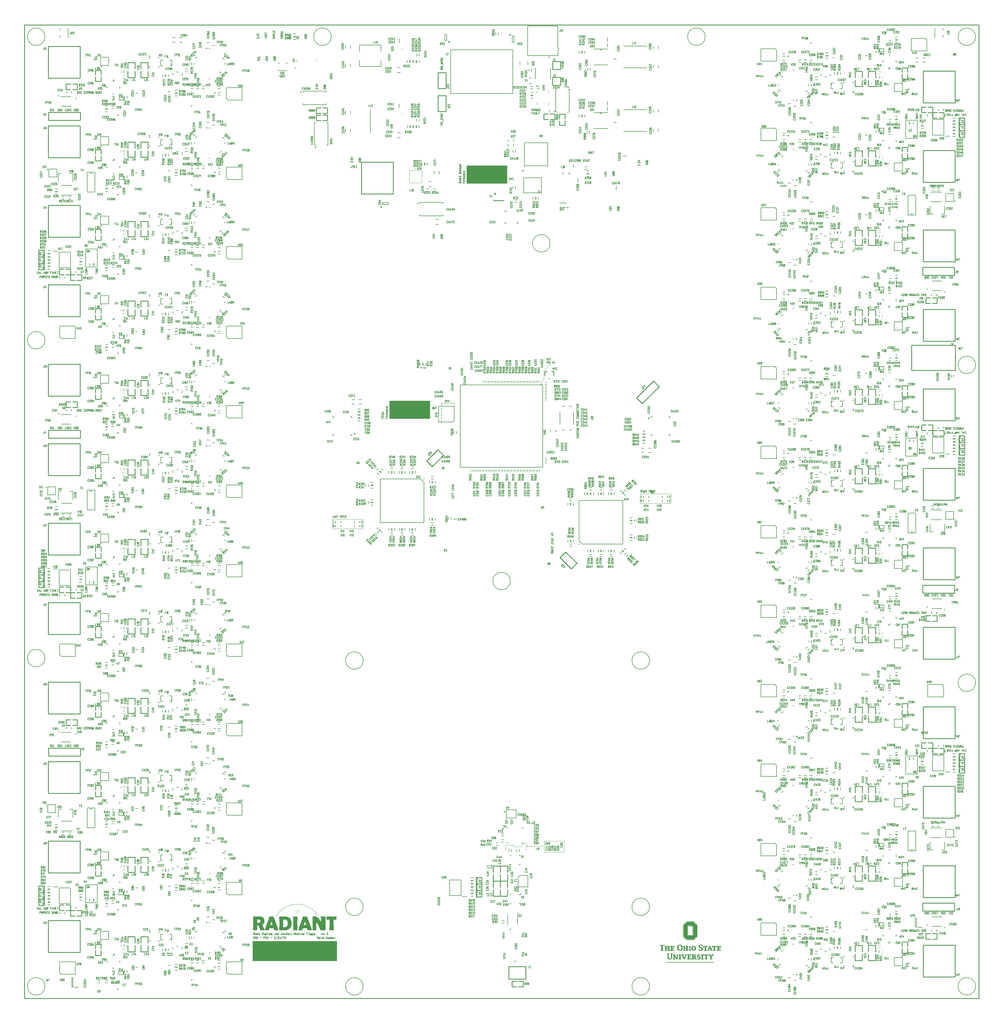
<source format=gto>
*
*
G04 PADS VX.2.3 Build Number: 9191294 generated Gerber (RS-274-X) file*
G04 PC Version=2.1*
*
%IN "radiant_v3.pcb"*%
*
%MOIN*%
*
%FSLAX35Y35*%
*
*
*
*
G04 PC Standard Apertures*
*
*
G04 Thermal Relief Aperture macro.*
%AMTER*
1,1,$1,0,0*
1,0,$1-$2,0,0*
21,0,$3,$4,0,0,45*
21,0,$3,$4,0,0,135*
%
*
*
G04 Annular Aperture macro.*
%AMANN*
1,1,$1,0,0*
1,0,$2,0,0*
%
*
*
G04 Odd Aperture macro.*
%AMODD*
1,1,$1,0,0*
1,0,$1-0.005,0,0*
%
*
*
G04 PC Custom Aperture Macros*
*
*
*
*
*
*
G04 PC Aperture Table*
*
%ADD010C,0.001*%
%ADD090C,0.00394*%
%ADD128C,0.008*%
%ADD131C,0.005*%
%ADD132C,0.006*%
%ADD133C,0.004*%
%ADD134C,0.01*%
%ADD135C,0.007*%
%ADD137C,0.003*%
%ADD351C,0.00787*%
%ADD352C,0.00787*%
%ADD353C,0.00984*%
%ADD382C,0.00787*%
*
*
*
*
G04 PC Circuitry*
G04 Layer Name radiant_v3.pcb - circuitry*
%LPD*%
*
G54D10*
G01X492203Y202947D02*
X490273D01*
X487798Y202700*
X487793*
X483085*
X483080*
X480605Y202947*
X480409*
Y202750*
X480407Y202734*
X480162Y201998*
Y201015*
X480147Y200980*
X479914Y200747*
Y200024*
X479908Y200002*
X479666Y199517*
Y199083*
X481595*
X483823Y199330*
X483878Y199281*
Y190608*
Y190603*
X483631Y188128*
Y186168*
X483849Y185950*
X488734*
Y190605*
X488487Y193081*
X488486Y193086*
Y199281*
X488545Y199330*
X490027Y199083*
X491985*
X492203Y199301*
Y202947*
X478575Y202490D02*
X478346Y202947D01*
X473948*
X473719Y202490*
Y200770*
X473967Y198543*
Y198537*
Y193829*
X473939Y193784*
X473444Y193537*
X473399*
X472903Y193784*
X472884Y193801*
X471894Y195287*
X471151Y196277*
X471149Y196280*
X466940Y202718*
X466462Y203195*
X465498*
X464513Y202949*
X464501Y202947*
X462539*
X462321Y202729*
Y201018*
X462568Y198542*
X462569Y198537*
Y190360*
X462568Y190355*
X462321Y187880*
Y186168*
X462539Y185950*
X466929*
Y195068*
X466943Y195103*
X467191Y195351*
X467227Y195366*
X467474*
X467514Y195346*
X469001Y193364*
X469003Y193361*
X469994Y191875*
X469995Y191873*
X471232Y189894*
X472469Y188410*
X472469D02*
X472473Y188404D01*
X473216Y187166*
X473711Y186423*
X473714Y186418*
X473948Y185950*
X478108*
X478327Y186168*
Y196059*
Y196065*
X478575Y198292*
Y202490*
X461222Y186161D02*
X459746Y190592D01*
X458507Y194060*
X457268Y197280*
Y197281*
X456277Y200005*
X455535Y201737*
X455048Y202712*
X454578Y202947*
X450637*
X450172Y202715*
X449930Y201746*
X449929Y201745*
X449434Y200010*
X449433Y200007*
X448442Y197281*
X447203Y193812*
X447202Y193811*
X445964Y190592*
X445221Y188116*
Y188114*
X444725Y186628*
X444723Y186621*
X444497Y186170*
X444937Y185950*
X449117*
X449342Y186175*
X449586Y186905*
X449833Y187894*
X449837Y187905*
X450084Y188400*
X450129Y188428*
X455333*
X455377Y188400*
X455625Y187905*
X455628Y187898*
X456120Y186423*
X456592Y185950*
X461011*
X461222Y186161*
X454144Y192590D02*
Y192342D01*
X454094Y192292*
X451368*
X451333Y192307*
X451085Y192555*
X451070Y192590*
X451073Y192606*
X452312Y196323*
X452315Y196329*
X452810Y197321*
X452903Y197310*
X453150Y196322*
X453645Y195087*
X453648Y195075*
X453895Y193345*
X454141Y192606*
X454144Y192590*
X443141Y202729D02*
X442923Y202947D01*
X438256*
X438038Y202729*
Y201265*
X438285Y198790*
Y198785*
Y190856*
Y190850*
X438038Y188623*
Y186407*
X438266Y185950*
X442684*
X443141Y186179*
Y190605*
X442894Y193081*
X442893Y193086*
Y196555*
X442894Y196560*
X443141Y198788*
Y202729*
X435955Y194573D02*
X435708Y196545D01*
X435216Y198267*
X433983Y199993*
X432754Y201468*
X430786Y202207*
X428317Y202947*
X420673*
X420445Y202490*
Y200770*
X420692Y198294*
Y198289*
Y190112*
Y190107*
X420445Y187880*
Y186168*
X420663Y185950*
X428073*
X429803Y186197*
X431276Y186443*
X433740Y188413*
X434724Y189644*
X435461Y191119*
X435955Y194573*
X431347D02*
X431347D01*
Y194567*
X431099Y192337*
X431094Y192320*
X430351Y190833*
X430338Y190817*
X428851Y189578*
X428827Y189567*
X427092Y189320*
X427085Y189319*
X425846*
X425811Y189334*
X425315Y189829*
X425300Y189865*
Y199033*
X425328Y199077*
X425824Y199325*
X425836Y199330*
X427075Y199577*
X427099Y199576*
X428833Y199081*
X428851Y199072*
X430090Y198081*
X430100Y198069*
X431091Y196583*
X431099Y196561*
X431347Y194579*
Y194573*
X419099Y186161D02*
X417622Y190592D01*
X416383Y194060*
X415144Y197280*
Y197281*
X414153Y200005*
X413411Y201737*
X412924Y202712*
X412454Y202947*
X408513*
X408048Y202715*
X407806Y201746*
Y201745*
X407310Y200010*
X407309Y200007*
X406318Y197281*
X405079Y193812*
Y193811*
X403840Y190592*
X403097Y188116*
Y188114*
X402601Y186628*
X402599Y186621*
X402373Y186170*
X402814Y185950*
X406993*
X407218Y186175*
X407462Y186905*
X407709Y187894*
X407713Y187905*
X407961Y188400*
X408005Y188428*
X413209*
X413254Y188400*
X413501Y187905*
X413504Y187898*
X413996Y186423*
X414468Y185950*
X418887*
X419099Y186161*
X412020Y192590D02*
Y192342D01*
X411970Y192292*
X409244*
X409209Y192307*
X408961Y192555*
X408946Y192590*
X408949Y192606*
X410188Y196323*
X410191Y196329*
X410686Y197321*
X410779Y197310*
X411026Y196322*
X411521Y195087*
X411524Y195075*
X411771Y193345*
X412017Y192606*
X412020Y192590*
X401761Y186140D02*
X401517Y186872D01*
X399536Y190833*
X399532Y190844*
X399288Y191821*
X398802Y192307*
X398787Y192342*
Y192590*
X398802Y192626*
X399050Y192873*
X399054Y192877*
X400288Y193864*
X401023Y194845*
X401513Y196069*
Y199021*
X400532Y200982*
X399554Y201716*
X397584Y202701*
X395118Y202947*
X388934*
X388198Y202702*
X388182Y202700*
X387946*
X387494Y202473*
X387736Y200774*
X387737Y200767*
Y190360*
X387736Y190355*
X387489Y187880*
Y186407*
X387718Y185950*
X392592*
Y188622*
X392345Y190104*
Y190112*
Y191599*
X392359Y191634*
X392607Y191882*
X392642Y191897*
X393634*
X393649Y191894*
X394393Y191647*
X394422Y191621*
X394670Y191126*
X394670D02*
X394672Y191121D01*
X395414Y189141*
X396156Y187657*
X396159Y187650*
X396655Y186164*
X396657Y186148*
Y185950*
X401761*
Y186140*
X396903Y197038D02*
X396656Y196047D01*
X396649Y196032*
X396153Y195288*
X396139Y195274*
X395396Y194779*
X395368Y194770*
X392890*
X392868Y194776*
X392372Y195023*
X392345Y195068*
Y199033*
X392359Y199068*
X392855Y199564*
X392890Y199578*
X393634*
X393643Y199577*
X394882Y199330*
X394885Y199329*
X395876Y199081*
X395899Y199068*
X396642Y198325*
X396656Y198299*
X396904Y197060*
X396903Y197038*
X387500Y186385D02*
Y187990D01*
Y202428D02*
Y202476D01*
X387600Y186185D02*
Y188990D01*
Y201728D02*
Y202526D01*
X387700Y185985D02*
Y189990D01*
Y201028D02*
Y202576D01*
X387800Y185950D02*
Y202626D01*
X387900Y185950D02*
Y202676D01*
X388000Y185950D02*
Y202700D01*
X388100Y185950D02*
Y202700D01*
X388200Y185950D02*
Y202703D01*
X388300Y185950D02*
Y202736D01*
X388400Y185950D02*
Y202769D01*
X388500Y185950D02*
Y202803D01*
X388600Y185950D02*
Y202836D01*
X388700Y185950D02*
Y202869D01*
X388800Y185950D02*
Y202903D01*
X388900Y185950D02*
Y202936D01*
X389000Y185950D02*
Y202947D01*
X389100Y185950D02*
Y202947D01*
X389200Y185950D02*
Y202947D01*
X389300Y185950D02*
Y202947D01*
X389400Y185950D02*
Y202947D01*
X389500Y185950D02*
Y202947D01*
X389600Y185950D02*
Y202947D01*
X389700Y185950D02*
Y202947D01*
X389800Y185950D02*
Y202947D01*
X389900Y185950D02*
Y202947D01*
X390000Y185950D02*
Y202947D01*
X390100Y185950D02*
Y202947D01*
X390200Y185950D02*
Y202947D01*
X390300Y185950D02*
Y202947D01*
X390400Y185950D02*
Y202947D01*
X390500Y185950D02*
Y202947D01*
X390600Y185950D02*
Y202947D01*
X390700Y185950D02*
Y202947D01*
X390800Y185950D02*
Y202947D01*
X390900Y185950D02*
Y202947D01*
X391000Y185950D02*
Y202947D01*
X391100Y185950D02*
Y202947D01*
X391200Y185950D02*
Y202947D01*
X391300Y185950D02*
Y202947D01*
X391400Y185950D02*
Y202947D01*
X391500Y185950D02*
Y202947D01*
X391600Y185950D02*
Y202947D01*
X391700Y185950D02*
Y202947D01*
X391800Y185950D02*
Y202947D01*
X391900Y185950D02*
Y202947D01*
X392000Y185950D02*
Y202947D01*
X392100Y185950D02*
Y202947D01*
X392200Y185950D02*
Y202947D01*
X392300Y185950D02*
Y202947D01*
X392400Y185950D02*
Y189776D01*
Y191675D02*
Y195010D01*
Y199109D02*
Y202947D01*
X392500Y185950D02*
Y189176D01*
Y191775D02*
Y194960D01*
Y199209D02*
Y202947D01*
X392600Y191875D02*
Y194910D01*
Y199309D02*
Y202947D01*
X392700Y191897D02*
Y194860D01*
Y199409D02*
Y202947D01*
X392800Y191897D02*
Y194810D01*
Y199509D02*
Y202947D01*
X392900Y191897D02*
Y194770D01*
Y199578D02*
Y202947D01*
X393000Y191897D02*
Y194770D01*
Y199578D02*
Y202947D01*
X393100Y191897D02*
Y194770D01*
Y199578D02*
Y202947D01*
X393200Y191897D02*
Y194770D01*
Y199578D02*
Y202947D01*
X393300Y191897D02*
Y194770D01*
Y199578D02*
Y202947D01*
X393400Y191897D02*
Y194770D01*
Y199578D02*
Y202947D01*
X393500Y191897D02*
Y194770D01*
Y199578D02*
Y202947D01*
X393600Y191897D02*
Y194770D01*
Y199578D02*
Y202947D01*
X393700Y191877D02*
Y194770D01*
Y199566D02*
Y202947D01*
X393800Y191844D02*
Y194770D01*
Y199546D02*
Y202947D01*
X393900Y191811D02*
Y194770D01*
Y199526D02*
Y202947D01*
X394000Y191777D02*
Y194770D01*
Y199506D02*
Y202947D01*
X394100Y191744D02*
Y194770D01*
Y199486D02*
Y202947D01*
X394200Y191711D02*
Y194770D01*
Y199466D02*
Y202947D01*
X394300Y191677D02*
Y194770D01*
Y199446D02*
Y202947D01*
X394400Y191644D02*
Y194770D01*
Y199426D02*
Y202947D01*
X394500Y191465D02*
Y194770D01*
Y199406D02*
Y202947D01*
X394600Y191265D02*
Y194770D01*
Y199386D02*
Y202947D01*
X394700Y191045D02*
Y194770D01*
Y199366D02*
Y202947D01*
X394800Y190779D02*
Y194770D01*
Y199346D02*
Y202947D01*
X394900Y190512D02*
Y194770D01*
Y199325D02*
Y202947D01*
X395000Y190245D02*
Y194770D01*
Y199300D02*
Y202947D01*
X395100Y189979D02*
Y194770D01*
Y199275D02*
Y202947D01*
X395200Y189712D02*
Y194770D01*
Y199250D02*
Y202939D01*
X395300Y189445D02*
Y194770D01*
Y199225D02*
Y202929D01*
X395400Y189179D02*
Y194781D01*
Y199200D02*
Y202919D01*
X395500Y188969D02*
Y194848D01*
Y199175D02*
Y202909D01*
X395600Y188769D02*
Y194915D01*
Y199150D02*
Y202899D01*
X395700Y188569D02*
Y194981D01*
Y199125D02*
Y202889D01*
X395800Y188369D02*
Y195048D01*
Y199100D02*
Y202879D01*
X395900Y188169D02*
Y195115D01*
Y199067D02*
Y202869D01*
X396000Y187969D02*
Y195181D01*
Y198967D02*
Y202859D01*
X396100Y187769D02*
Y195248D01*
Y198867D02*
Y202849D01*
X396200Y187527D02*
Y195359D01*
Y198767D02*
Y202839D01*
X396300Y187227D02*
Y195509D01*
Y198667D02*
Y202829D01*
X396400Y186927D02*
Y195659D01*
Y198567D02*
Y202819D01*
X396500Y186627D02*
Y195809D01*
Y198467D02*
Y202809D01*
X396600Y186327D02*
Y195959D01*
Y198367D02*
Y202799D01*
X396700Y185950D02*
Y196225D01*
Y198080D02*
Y202789D01*
X396800Y185950D02*
Y196625D01*
Y197580D02*
Y202779D01*
X396900Y185950D02*
Y197025D01*
Y197080D02*
Y202769D01*
X397000Y185950D02*
Y202759D01*
X397100Y185950D02*
Y202749D01*
X397200Y185950D02*
Y202739D01*
X397300Y185950D02*
Y202729D01*
X397400Y185950D02*
Y202719D01*
X397500Y185950D02*
Y202709D01*
X397600Y185950D02*
Y202693D01*
X397700Y185950D02*
Y202643D01*
X397800Y185950D02*
Y202593D01*
X397900Y185950D02*
Y202543D01*
X398000Y185950D02*
Y202493D01*
X398100Y185950D02*
Y202443D01*
X398200Y185950D02*
Y202393D01*
X398300Y185950D02*
Y202343D01*
X398400Y185950D02*
Y202293D01*
X398500Y185950D02*
Y202243D01*
X398600Y185950D02*
Y202193D01*
X398700Y185950D02*
Y202143D01*
X398800Y185950D02*
Y192309D01*
Y192624D02*
Y202093D01*
X398900Y185950D02*
Y192209D01*
Y192724D02*
Y202043D01*
X399000Y185950D02*
Y192109D01*
Y192824D02*
Y201993D01*
X399100Y185950D02*
Y192009D01*
Y192914D02*
Y201943D01*
X399200Y185950D02*
Y191909D01*
Y192994D02*
Y201893D01*
X399300Y185950D02*
Y191772D01*
Y193074D02*
Y201843D01*
X399400Y185950D02*
Y191372D01*
Y193154D02*
Y201793D01*
X399500Y185950D02*
Y190972D01*
Y193234D02*
Y201743D01*
X399600Y185950D02*
Y190705D01*
Y193314D02*
Y201681D01*
X399700Y185950D02*
Y190505D01*
Y193394D02*
Y201606D01*
X399800Y185950D02*
Y190305D01*
Y193474D02*
Y201531D01*
X399900Y185950D02*
Y190105D01*
Y193554D02*
Y201456D01*
X400000Y185950D02*
Y189905D01*
Y193634D02*
Y201381D01*
X400100Y185950D02*
Y189705D01*
Y193714D02*
Y201306D01*
X400200Y185950D02*
Y189505D01*
Y193794D02*
Y201231D01*
X400300Y185950D02*
Y189305D01*
Y193881D02*
Y201156D01*
X400400Y185950D02*
Y189105D01*
Y194014D02*
Y201081D01*
X400500Y185950D02*
Y188905D01*
Y194147D02*
Y201006D01*
X400600Y185950D02*
Y188705D01*
Y194281D02*
Y200847D01*
X400700Y185950D02*
Y188505D01*
Y194414D02*
Y200647D01*
X400800Y185950D02*
Y188305D01*
Y194547D02*
Y200447D01*
X400900Y185950D02*
Y188105D01*
Y194681D02*
Y200247D01*
X401000Y185950D02*
Y187905D01*
Y194814D02*
Y200047D01*
X401100Y185950D02*
Y187705D01*
Y195037D02*
Y199847D01*
X401200Y185950D02*
Y187505D01*
Y195287D02*
Y199647D01*
X401300Y185950D02*
Y187305D01*
Y195537D02*
Y199447D01*
X401400Y185950D02*
Y187105D01*
Y195787D02*
Y199247D01*
X401500Y185950D02*
Y186905D01*
Y196037D02*
Y199047D01*
X401600Y185950D02*
Y186622D01*
X401700Y185950D02*
Y186322D01*
X402400Y186157D02*
Y186224D01*
X402500Y186107D02*
Y186424D01*
X402600Y186057D02*
Y186624D01*
X402700Y186007D02*
Y186923D01*
X402800Y185957D02*
Y187223D01*
X402900Y185950D02*
Y187523D01*
X403000Y185950D02*
Y187823D01*
X403100Y185950D02*
Y188124D01*
X403200Y185950D02*
Y188458D01*
X403300Y185950D02*
Y188791D01*
X403400Y185950D02*
Y189124D01*
X403500Y185950D02*
Y189458D01*
X403600Y185950D02*
Y189791D01*
X403700Y185950D02*
Y190124D01*
X403800Y185950D02*
Y190458D01*
X403900Y185950D02*
Y190747D01*
X404000Y185950D02*
Y191007D01*
X404100Y185950D02*
Y191267D01*
X404200Y185950D02*
Y191527D01*
X404300Y185950D02*
Y191787D01*
X404400Y185950D02*
Y192047D01*
X404500Y185950D02*
Y192307D01*
X404600Y185950D02*
Y192567D01*
X404700Y185950D02*
Y192827D01*
X404800Y185950D02*
Y193087D01*
X404900Y185950D02*
Y193347D01*
X405000Y185950D02*
Y193607D01*
X405100Y185950D02*
Y193871D01*
X405200Y185950D02*
Y194151D01*
X405300Y185950D02*
Y194431D01*
X405400Y185950D02*
Y194711D01*
X405500Y185950D02*
Y194991D01*
X405600Y185950D02*
Y195271D01*
X405700Y185950D02*
Y195551D01*
X405800Y185950D02*
Y195831D01*
X405900Y185950D02*
Y196111D01*
X406000Y185950D02*
Y196391D01*
X406100Y185950D02*
Y196671D01*
X406200Y185950D02*
Y196951D01*
X406300Y185950D02*
Y197231D01*
X406400Y185950D02*
Y197507D01*
X406500Y185950D02*
Y197782D01*
X406600Y185950D02*
Y198057D01*
X406700Y185950D02*
Y198332D01*
X406800Y185950D02*
Y198607D01*
X406900Y185950D02*
Y198882D01*
X407000Y185957D02*
Y199157D01*
X407100Y186057D02*
Y199432D01*
X407200Y186157D02*
Y199707D01*
X407300Y186420D02*
Y199982D01*
X407400Y186720D02*
Y200325D01*
X407500Y187058D02*
Y200675D01*
X407600Y187458D02*
Y201025D01*
X407700Y187858D02*
Y201375D01*
X407800Y188079D02*
Y201725D01*
X407900Y188279D02*
Y202122D01*
X408000Y188428D02*
Y202522D01*
X408100Y188428D02*
Y202741D01*
X408200Y188428D02*
Y202791D01*
X408300Y188428D02*
Y202841D01*
X408400Y188428D02*
Y202891D01*
X408500Y188428D02*
Y202941D01*
X408600Y188428D02*
Y202947D01*
X408700Y188428D02*
Y202947D01*
X408800Y188428D02*
Y202947D01*
X408900Y188428D02*
Y202947D01*
X409000Y188428D02*
Y192516D01*
Y192759D02*
Y202947D01*
X409100Y188428D02*
Y192416D01*
Y193059D02*
Y202947D01*
X409200Y188428D02*
Y192316D01*
Y193359D02*
Y202947D01*
X409300Y188428D02*
Y192292D01*
Y193659D02*
Y202947D01*
X409400Y188428D02*
Y192292D01*
Y193959D02*
Y202947D01*
X409500Y188428D02*
Y192292D01*
Y194259D02*
Y202947D01*
X409600Y188428D02*
Y192292D01*
Y194559D02*
Y202947D01*
X409700Y188428D02*
Y192292D01*
Y194859D02*
Y202947D01*
X409800Y188428D02*
Y192292D01*
Y195159D02*
Y202947D01*
X409900Y188428D02*
Y192292D01*
Y195459D02*
Y202947D01*
X410000Y188428D02*
Y192292D01*
Y195759D02*
Y202947D01*
X410100Y188428D02*
Y192292D01*
Y196059D02*
Y202947D01*
X410200Y188428D02*
Y192292D01*
Y196348D02*
Y202947D01*
X410300Y188428D02*
Y192292D01*
Y196548D02*
Y202947D01*
X410400Y188428D02*
Y192292D01*
Y196748D02*
Y202947D01*
X410500Y188428D02*
Y192292D01*
Y196948D02*
Y202947D01*
X410600Y188428D02*
Y192292D01*
Y197148D02*
Y202947D01*
X410700Y188428D02*
Y192292D01*
Y197337D02*
Y202947D01*
X410800Y188428D02*
Y192292D01*
Y197228D02*
Y202947D01*
X410900Y188428D02*
Y192292D01*
Y196828D02*
Y202947D01*
X411000Y188428D02*
Y192292D01*
Y196428D02*
Y202947D01*
X411100Y188428D02*
Y192292D01*
Y196139D02*
Y202947D01*
X411200Y188428D02*
Y192292D01*
Y195889D02*
Y202947D01*
X411300Y188428D02*
Y192292D01*
Y195639D02*
Y202947D01*
X411400Y188428D02*
Y192292D01*
Y195389D02*
Y202947D01*
X411500Y188428D02*
Y192292D01*
Y195139D02*
Y202947D01*
X411600Y188428D02*
Y192292D01*
Y194542D02*
Y202947D01*
X411700Y188428D02*
Y192292D01*
Y193842D02*
Y202947D01*
X411800Y188428D02*
Y192292D01*
Y193258D02*
Y202947D01*
X411900Y188428D02*
Y192292D01*
Y192958D02*
Y202947D01*
X412000Y188428D02*
Y192303D01*
Y192658D02*
Y202947D01*
X412100Y188428D02*
Y202947D01*
X412200Y188428D02*
Y202947D01*
X412300Y188428D02*
Y202947D01*
X412400Y188428D02*
Y202947D01*
X412500Y188428D02*
Y202924D01*
X412600Y188428D02*
Y202874D01*
X412700Y188428D02*
Y202824D01*
X412800Y188428D02*
Y202774D01*
X412900Y188428D02*
Y202724D01*
X413000Y188428D02*
Y202560D01*
X413100Y188428D02*
Y202360D01*
X413200Y188428D02*
Y202160D01*
X413300Y188307D02*
Y201960D01*
X413400Y188107D02*
Y201760D01*
X413500Y187907D02*
Y201530D01*
X413600Y187610D02*
Y201297D01*
X413700Y187310D02*
Y201064D01*
X413800Y187010D02*
Y200830D01*
X413900Y186710D02*
Y200597D01*
X414000Y186418D02*
Y200364D01*
X414100Y186318D02*
Y200130D01*
X414200Y186218D02*
Y199878D01*
X414300Y186118D02*
Y199603D01*
X414400Y186018D02*
Y199328D01*
X414500Y185950D02*
Y199053D01*
X414600Y185950D02*
Y198778D01*
X414700Y185950D02*
Y198503D01*
X414800Y185950D02*
Y198228D01*
X414900Y185950D02*
Y197953D01*
X415000Y185950D02*
Y197678D01*
X415100Y185950D02*
Y197403D01*
X415200Y185950D02*
Y197136D01*
X415300Y185950D02*
Y196876D01*
X415400Y185950D02*
Y196616D01*
X415500Y185950D02*
Y196356D01*
X415600Y185950D02*
Y196096D01*
X415700Y185950D02*
Y195836D01*
X415800Y185950D02*
Y195576D01*
X415900Y185950D02*
Y195316D01*
X416000Y185950D02*
Y195056D01*
X416100Y185950D02*
Y194796D01*
X416200Y185950D02*
Y194536D01*
X416300Y185950D02*
Y194276D01*
X416400Y185950D02*
Y194013D01*
X416500Y185950D02*
Y193733D01*
X416600Y185950D02*
Y193453D01*
X416700Y185950D02*
Y193173D01*
X416800Y185950D02*
Y192893D01*
X416900Y185950D02*
Y192613D01*
X417000Y185950D02*
Y192333D01*
X417100Y185950D02*
Y192053D01*
X417200Y185950D02*
Y191773D01*
X417300Y185950D02*
Y191493D01*
X417400Y185950D02*
Y191213D01*
X417500Y185950D02*
Y190933D01*
X417600Y185950D02*
Y190653D01*
X417700Y185950D02*
Y190357D01*
X417800Y185950D02*
Y190057D01*
X417900Y185950D02*
Y189757D01*
X418000Y185950D02*
Y189457D01*
X418100Y185950D02*
Y189157D01*
X418200Y185950D02*
Y188857D01*
X418300Y185950D02*
Y188557D01*
X418400Y185950D02*
Y188257D01*
X418500Y185950D02*
Y187957D01*
X418600Y185950D02*
Y187657D01*
X418700Y185950D02*
Y187357D01*
X418800Y185950D02*
Y187057D01*
X418900Y185963D02*
Y186757D01*
X419000Y186063D02*
Y186457D01*
X420500Y186113D02*
Y188377D01*
Y200217D02*
Y202601D01*
X420600Y186013D02*
Y189277D01*
Y199217D02*
Y202801D01*
X420700Y185950D02*
Y202947D01*
X420800Y185950D02*
Y202947D01*
X420900Y185950D02*
Y202947D01*
X421000Y185950D02*
Y202947D01*
X421100Y185950D02*
Y202947D01*
X421200Y185950D02*
Y202947D01*
X421300Y185950D02*
Y202947D01*
X421400Y185950D02*
Y202947D01*
X421500Y185950D02*
Y202947D01*
X421600Y185950D02*
Y202947D01*
X421700Y185950D02*
Y202947D01*
X421800Y185950D02*
Y202947D01*
X421900Y185950D02*
Y202947D01*
X422000Y185950D02*
Y202947D01*
X422100Y185950D02*
Y202947D01*
X422200Y185950D02*
Y202947D01*
X422300Y185950D02*
Y202947D01*
X422400Y185950D02*
Y202947D01*
X422500Y185950D02*
Y202947D01*
X422600Y185950D02*
Y202947D01*
X422700Y185950D02*
Y202947D01*
X422800Y185950D02*
Y202947D01*
X422900Y185950D02*
Y202947D01*
X423000Y185950D02*
Y202947D01*
X423100Y185950D02*
Y202947D01*
X423200Y185950D02*
Y202947D01*
X423300Y185950D02*
Y202947D01*
X423400Y185950D02*
Y202947D01*
X423500Y185950D02*
Y202947D01*
X423600Y185950D02*
Y202947D01*
X423700Y185950D02*
Y202947D01*
X423800Y185950D02*
Y202947D01*
X423900Y185950D02*
Y202947D01*
X424000Y185950D02*
Y202947D01*
X424100Y185950D02*
Y202947D01*
X424200Y185950D02*
Y202947D01*
X424300Y185950D02*
Y202947D01*
X424400Y185950D02*
Y202947D01*
X424500Y185950D02*
Y202947D01*
X424600Y185950D02*
Y202947D01*
X424700Y185950D02*
Y202947D01*
X424800Y185950D02*
Y202947D01*
X424900Y185950D02*
Y202947D01*
X425000Y185950D02*
Y202947D01*
X425100Y185950D02*
Y202947D01*
X425200Y185950D02*
Y202947D01*
X425300Y185950D02*
Y202947D01*
X425400Y185950D02*
Y189744D01*
Y199113D02*
Y202947D01*
X425500Y185950D02*
Y189644D01*
Y199163D02*
Y202947D01*
X425600Y185950D02*
Y189544D01*
Y199213D02*
Y202947D01*
X425700Y185950D02*
Y189444D01*
Y199263D02*
Y202947D01*
X425800Y185950D02*
Y189344D01*
Y199313D02*
Y202947D01*
X425900Y185950D02*
Y189319D01*
Y199342D02*
Y202947D01*
X426000Y185950D02*
Y189319D01*
Y199362D02*
Y202947D01*
X426100Y185950D02*
Y189319D01*
Y199382D02*
Y202947D01*
X426200Y185950D02*
Y189319D01*
Y199402D02*
Y202947D01*
X426300Y185950D02*
Y189319D01*
Y199422D02*
Y202947D01*
X426400Y185950D02*
Y189319D01*
Y199442D02*
Y202947D01*
X426500Y185950D02*
Y189319D01*
Y199462D02*
Y202947D01*
X426600Y185950D02*
Y189319D01*
Y199482D02*
Y202947D01*
X426700Y185950D02*
Y189319D01*
Y199502D02*
Y202947D01*
X426800Y185950D02*
Y189319D01*
Y199522D02*
Y202947D01*
X426900Y185950D02*
Y189319D01*
Y199542D02*
Y202947D01*
X427000Y185950D02*
Y189319D01*
Y199562D02*
Y202947D01*
X427100Y185950D02*
Y189321D01*
Y199576D02*
Y202947D01*
X427200Y185950D02*
Y189335D01*
Y199547D02*
Y202947D01*
X427300Y185950D02*
Y189349D01*
Y199519D02*
Y202947D01*
X427400Y185950D02*
Y189364D01*
Y199490D02*
Y202947D01*
X427500Y185950D02*
Y189378D01*
Y199462D02*
Y202947D01*
X427600Y185950D02*
Y189392D01*
Y199433D02*
Y202947D01*
X427700Y185950D02*
Y189406D01*
Y199405D02*
Y202947D01*
X427800Y185950D02*
Y189421D01*
Y199376D02*
Y202947D01*
X427900Y185950D02*
Y189435D01*
Y199347D02*
Y202947D01*
X428000Y185950D02*
Y189449D01*
Y199319D02*
Y202947D01*
X428100Y185954D02*
Y189464D01*
Y199290D02*
Y202947D01*
X428200Y185968D02*
Y189478D01*
Y199262D02*
Y202947D01*
X428300Y185982D02*
Y189492D01*
Y199233D02*
Y202947D01*
X428400Y185997D02*
Y189506D01*
Y199205D02*
Y202922D01*
X428500Y186011D02*
Y189521D01*
Y199176D02*
Y202892D01*
X428600Y186025D02*
Y189535D01*
Y199147D02*
Y202862D01*
X428700Y186040D02*
Y189549D01*
Y199119D02*
Y202832D01*
X428800Y186054D02*
Y189564D01*
Y199090D02*
Y202802D01*
X428900Y186068D02*
Y189619D01*
Y199032D02*
Y202772D01*
X429000Y186082D02*
Y189702D01*
Y198952D02*
Y202742D01*
X429100Y186097D02*
Y189786D01*
Y198872D02*
Y202712D01*
X429200Y186111D02*
Y189869D01*
Y198792D02*
Y202682D01*
X429300Y186125D02*
Y189952D01*
Y198712D02*
Y202652D01*
X429400Y186140D02*
Y190036D01*
Y198632D02*
Y202622D01*
X429500Y186154D02*
Y190119D01*
Y198552D02*
Y202592D01*
X429600Y186168D02*
Y190202D01*
Y198472D02*
Y202562D01*
X429700Y186182D02*
Y190286D01*
Y198392D02*
Y202532D01*
X429800Y186197D02*
Y190369D01*
Y198312D02*
Y202502D01*
X429900Y186213D02*
Y190452D01*
Y198232D02*
Y202472D01*
X430000Y186230D02*
Y190536D01*
Y198152D02*
Y202442D01*
X430100Y186247D02*
Y190619D01*
Y198069D02*
Y202412D01*
X430200Y186263D02*
Y190702D01*
Y197919D02*
Y202382D01*
X430300Y186280D02*
Y190786D01*
Y197769D02*
Y202352D01*
X430400Y186297D02*
Y190932D01*
Y197619D02*
Y202322D01*
X430500Y186313D02*
Y191132D01*
Y197469D02*
Y202292D01*
X430600Y186330D02*
Y191332D01*
Y197319D02*
Y202262D01*
X430700Y186347D02*
Y191532D01*
Y197169D02*
Y202232D01*
X430800Y186363D02*
Y191732D01*
Y197019D02*
Y202201D01*
X430900Y186380D02*
Y191932D01*
Y196869D02*
Y202164D01*
X431000Y186397D02*
Y192132D01*
Y196719D02*
Y202126D01*
X431100Y186413D02*
Y192344D01*
Y196554D02*
Y202089D01*
X431200Y186430D02*
Y193244D01*
Y195754D02*
Y202051D01*
X431300Y186462D02*
Y194144D01*
Y194954D02*
Y202014D01*
X431400Y186542D02*
Y201976D01*
X431500Y186622D02*
Y201939D01*
X431600Y186702D02*
Y201901D01*
X431700Y186782D02*
Y201864D01*
X431800Y186862D02*
Y201826D01*
X431900Y186942D02*
Y201789D01*
X432000Y187022D02*
Y201751D01*
X432100Y187102D02*
Y201714D01*
X432200Y187182D02*
Y201676D01*
X432300Y187262D02*
Y201639D01*
X432400Y187342D02*
Y201601D01*
X432500Y187422D02*
Y201564D01*
X432600Y187502D02*
Y201526D01*
X432700Y187582D02*
Y201489D01*
X432800Y187662D02*
Y201413D01*
X432900Y187742D02*
Y201293D01*
X433000Y187822D02*
Y201173D01*
X433100Y187902D02*
Y201053D01*
X433200Y187982D02*
Y200933D01*
X433300Y188062D02*
Y200813D01*
X433400Y188142D02*
Y200693D01*
X433500Y188222D02*
Y200573D01*
X433600Y188302D02*
Y200453D01*
X433700Y188382D02*
Y200333D01*
X433800Y188489D02*
Y200213D01*
X433900Y188614D02*
Y200093D01*
X434000Y188739D02*
Y199970D01*
X434100Y188864D02*
Y199830D01*
X434200Y188989D02*
Y199690D01*
X434300Y189114D02*
Y199550D01*
X434400Y189239D02*
Y199410D01*
X434500Y189364D02*
Y199270D01*
X434600Y189489D02*
Y199130D01*
X434700Y189614D02*
Y198990D01*
X434800Y189796D02*
Y198850D01*
X434900Y189996D02*
Y198710D01*
X435000Y190196D02*
Y198570D01*
X435100Y190396D02*
Y198430D01*
X435200Y190596D02*
Y198290D01*
X435300Y190796D02*
Y197974D01*
X435400Y190996D02*
Y197624D01*
X435500Y191389D02*
Y197274D01*
X435600Y192089D02*
Y196924D01*
X435700Y192789D02*
Y196574D01*
X435800Y193489D02*
Y195812D01*
X435900Y194189D02*
Y195012D01*
X438100Y186283D02*
Y189184D01*
Y200641D02*
Y202791D01*
X438200Y186083D02*
Y190084D01*
Y199641D02*
Y202891D01*
X438300Y185950D02*
Y202947D01*
X438400Y185950D02*
Y202947D01*
X438500Y185950D02*
Y202947D01*
X438600Y185950D02*
Y202947D01*
X438700Y185950D02*
Y202947D01*
X438800Y185950D02*
Y202947D01*
X438900Y185950D02*
Y202947D01*
X439000Y185950D02*
Y202947D01*
X439100Y185950D02*
Y202947D01*
X439200Y185950D02*
Y202947D01*
X439300Y185950D02*
Y202947D01*
X439400Y185950D02*
Y202947D01*
X439500Y185950D02*
Y202947D01*
X439600Y185950D02*
Y202947D01*
X439700Y185950D02*
Y202947D01*
X439800Y185950D02*
Y202947D01*
X439900Y185950D02*
Y202947D01*
X440000Y185950D02*
Y202947D01*
X440100Y185950D02*
Y202947D01*
X440200Y185950D02*
Y202947D01*
X440300Y185950D02*
Y202947D01*
X440400Y185950D02*
Y202947D01*
X440500Y185950D02*
Y202947D01*
X440600Y185950D02*
Y202947D01*
X440700Y185950D02*
Y202947D01*
X440800Y185950D02*
Y202947D01*
X440900Y185950D02*
Y202947D01*
X441000Y185950D02*
Y202947D01*
X441100Y185950D02*
Y202947D01*
X441200Y185950D02*
Y202947D01*
X441300Y185950D02*
Y202947D01*
X441400Y185950D02*
Y202947D01*
X441500Y185950D02*
Y202947D01*
X441600Y185950D02*
Y202947D01*
X441700Y185950D02*
Y202947D01*
X441800Y185950D02*
Y202947D01*
X441900Y185950D02*
Y202947D01*
X442000Y185950D02*
Y202947D01*
X442100Y185950D02*
Y202947D01*
X442200Y185950D02*
Y202947D01*
X442300Y185950D02*
Y202947D01*
X442400Y185950D02*
Y202947D01*
X442500Y185950D02*
Y202947D01*
X442600Y185950D02*
Y202947D01*
X442700Y185958D02*
Y202947D01*
X442800Y186008D02*
Y202947D01*
X442900Y186058D02*
Y193017D01*
Y196617D02*
Y202947D01*
X443000Y186108D02*
Y192017D01*
Y197517D02*
Y202870D01*
X443100Y186158D02*
Y191017D01*
Y198417D02*
Y202770D01*
X444500Y186169D02*
Y186176D01*
X444600Y186119D02*
Y186376D01*
X444700Y186069D02*
Y186576D01*
X444800Y186019D02*
Y186852D01*
X444900Y185969D02*
Y187152D01*
X445000Y185950D02*
Y187452D01*
X445100Y185950D02*
Y187752D01*
X445200Y185950D02*
Y188052D01*
X445300Y185950D02*
Y188378D01*
X445400Y185950D02*
Y188711D01*
X445500Y185950D02*
Y189045D01*
X445600Y185950D02*
Y189378D01*
X445700Y185950D02*
Y189711D01*
X445800Y185950D02*
Y190045D01*
X445900Y185950D02*
Y190378D01*
X446000Y185950D02*
Y190685D01*
X446100Y185950D02*
Y190945D01*
X446200Y185950D02*
Y191205D01*
X446300Y185950D02*
Y191465D01*
X446400Y185950D02*
Y191725D01*
X446500Y185950D02*
Y191985D01*
X446600Y185950D02*
Y192245D01*
X446700Y185950D02*
Y192505D01*
X446800Y185950D02*
Y192765D01*
X446900Y185950D02*
Y193025D01*
X447000Y185950D02*
Y193285D01*
X447100Y185950D02*
Y193545D01*
X447200Y185950D02*
Y193805D01*
X447300Y185950D02*
Y194084D01*
X447400Y185950D02*
Y194364D01*
X447500Y185950D02*
Y194644D01*
X447600Y185950D02*
Y194924D01*
X447700Y185950D02*
Y195204D01*
X447800Y185950D02*
Y195484D01*
X447900Y185950D02*
Y195764D01*
X448000Y185950D02*
Y196044D01*
X448100Y185950D02*
Y196324D01*
X448200Y185950D02*
Y196604D01*
X448300Y185950D02*
Y196884D01*
X448400Y185950D02*
Y197164D01*
X448500Y185950D02*
Y197442D01*
X448600Y185950D02*
Y197717D01*
X448700Y185950D02*
Y197992D01*
X448800Y185950D02*
Y198267D01*
X448900Y185950D02*
Y198542D01*
X449000Y185950D02*
Y198817D01*
X449100Y185950D02*
Y199092D01*
X449200Y186033D02*
Y199367D01*
X449300Y186133D02*
Y199642D01*
X449400Y186348D02*
Y199917D01*
X449500Y186648D02*
Y200241D01*
X449600Y186963D02*
Y200591D01*
X449700Y187363D02*
Y200941D01*
X449800Y187763D02*
Y201291D01*
X449900Y188031D02*
Y201641D01*
X450000Y188231D02*
Y202027D01*
X450100Y188418D02*
Y202427D01*
X450200Y188428D02*
Y202729D01*
X450300Y188428D02*
Y202779D01*
X450400Y188428D02*
Y202829D01*
X450500Y188428D02*
Y202879D01*
X450600Y188428D02*
Y202929D01*
X450700Y188428D02*
Y202947D01*
X450800Y188428D02*
Y202947D01*
X450900Y188428D02*
Y202947D01*
X451000Y188428D02*
Y202947D01*
X451100Y188428D02*
Y192540D01*
Y192687D02*
Y202947D01*
X451200Y188428D02*
Y192440D01*
Y192987D02*
Y202947D01*
X451300Y188428D02*
Y192340D01*
Y193287D02*
Y202947D01*
X451400Y188428D02*
Y192292D01*
Y193587D02*
Y202947D01*
X451500Y188428D02*
Y192292D01*
Y193887D02*
Y202947D01*
X451600Y188428D02*
Y192292D01*
Y194187D02*
Y202947D01*
X451700Y188428D02*
Y192292D01*
Y194487D02*
Y202947D01*
X451800Y188428D02*
Y192292D01*
Y194787D02*
Y202947D01*
X451900Y188428D02*
Y192292D01*
Y195087D02*
Y202947D01*
X452000Y188428D02*
Y192292D01*
Y195387D02*
Y202947D01*
X452100Y188428D02*
Y192292D01*
Y195687D02*
Y202947D01*
X452200Y188428D02*
Y192292D01*
Y195987D02*
Y202947D01*
X452300Y188428D02*
Y192292D01*
Y196287D02*
Y202947D01*
X452400Y188428D02*
Y192292D01*
Y196500D02*
Y202947D01*
X452500Y188428D02*
Y192292D01*
Y196700D02*
Y202947D01*
X452600Y188428D02*
Y192292D01*
Y196900D02*
Y202947D01*
X452700Y188428D02*
Y192292D01*
Y197100D02*
Y202947D01*
X452800Y188428D02*
Y192292D01*
Y197300D02*
Y202947D01*
X452900Y188428D02*
Y192292D01*
Y197320D02*
Y202947D01*
X453000Y188428D02*
Y192292D01*
Y196924D02*
Y202947D01*
X453100Y188428D02*
Y192292D01*
Y196524D02*
Y202947D01*
X453200Y188428D02*
Y192292D01*
Y196198D02*
Y202947D01*
X453300Y188428D02*
Y192292D01*
Y195948D02*
Y202947D01*
X453400Y188428D02*
Y192292D01*
Y195698D02*
Y202947D01*
X453500Y188428D02*
Y192292D01*
Y195448D02*
Y202947D01*
X453600Y188428D02*
Y192292D01*
Y195198D02*
Y202947D01*
X453700Y188428D02*
Y192292D01*
Y194709D02*
Y202947D01*
X453800Y188428D02*
Y192292D01*
Y194009D02*
Y202947D01*
X453900Y188428D02*
Y192292D01*
Y193330D02*
Y202947D01*
X454000Y188428D02*
Y192292D01*
Y193030D02*
Y202947D01*
X454100Y188428D02*
Y192293D01*
Y192730D02*
Y202947D01*
X454200Y188428D02*
Y202947D01*
X454300Y188428D02*
Y202947D01*
X454400Y188428D02*
Y202947D01*
X454500Y188428D02*
Y202947D01*
X454600Y188428D02*
Y202936D01*
X454700Y188428D02*
Y202886D01*
X454800Y188428D02*
Y202836D01*
X454900Y188428D02*
Y202786D01*
X455000Y188428D02*
Y202736D01*
X455100Y188428D02*
Y202608D01*
X455200Y188428D02*
Y202408D01*
X455300Y188428D02*
Y202208D01*
X455400Y188355D02*
Y202008D01*
X455500Y188155D02*
Y201808D01*
X455600Y187955D02*
Y201586D01*
X455700Y187682D02*
Y201353D01*
X455800Y187382D02*
Y201119D01*
X455900Y187082D02*
Y200886D01*
X456000Y186782D02*
Y200653D01*
X456100Y186482D02*
Y200419D01*
X456200Y186342D02*
Y200186D01*
X456300Y186242D02*
Y199943D01*
X456400Y186142D02*
Y199668D01*
X456500Y186042D02*
Y199393D01*
X456600Y185950D02*
Y199118D01*
X456700Y185950D02*
Y198843D01*
X456800Y185950D02*
Y198568D01*
X456900Y185950D02*
Y198293D01*
X457000Y185950D02*
Y198018D01*
X457100Y185950D02*
Y197743D01*
X457200Y185950D02*
Y197468D01*
X457300Y185950D02*
Y197198D01*
X457400Y185950D02*
Y196938D01*
X457500Y185950D02*
Y196678D01*
X457600Y185950D02*
Y196418D01*
X457700Y185950D02*
Y196158D01*
X457800Y185950D02*
Y195898D01*
X457900Y185950D02*
Y195638D01*
X458000Y185950D02*
Y195378D01*
X458100Y185950D02*
Y195118D01*
X458200Y185950D02*
Y194858D01*
X458300Y185950D02*
Y194598D01*
X458400Y185950D02*
Y194338D01*
X458500Y185950D02*
Y194078D01*
X458600Y185950D02*
Y193799D01*
X458700Y185950D02*
Y193519D01*
X458800Y185950D02*
Y193239D01*
X458900Y185950D02*
Y192959D01*
X459000Y185950D02*
Y192679D01*
X459100Y185950D02*
Y192399D01*
X459200Y185950D02*
Y192119D01*
X459300Y185950D02*
Y191839D01*
X459400Y185950D02*
Y191559D01*
X459500Y185950D02*
Y191279D01*
X459600Y185950D02*
Y190999D01*
X459700Y185950D02*
Y190719D01*
X459800Y185950D02*
Y190429D01*
X459900Y185950D02*
Y190129D01*
X460000Y185950D02*
Y189829D01*
X460100Y185950D02*
Y189529D01*
X460200Y185950D02*
Y189229D01*
X460300Y185950D02*
Y188929D01*
X460400Y185950D02*
Y188629D01*
X460500Y185950D02*
Y188329D01*
X460600Y185950D02*
Y188029D01*
X460700Y185950D02*
Y187729D01*
X460800Y185950D02*
Y187429D01*
X460900Y185950D02*
Y187129D01*
X461000Y185950D02*
Y186829D01*
X461100Y186039D02*
Y186529D01*
X461200Y186139D02*
Y186229D01*
X462400Y186089D02*
Y188672D01*
Y200225D02*
Y202808D01*
X462500Y185989D02*
Y189672D01*
Y199225D02*
Y202908D01*
X462600Y185950D02*
Y202947D01*
X462700Y185950D02*
Y202947D01*
X462800Y185950D02*
Y202947D01*
X462900Y185950D02*
Y202947D01*
X463000Y185950D02*
Y202947D01*
X463100Y185950D02*
Y202947D01*
X463200Y185950D02*
Y202947D01*
X463300Y185950D02*
Y202947D01*
X463400Y185950D02*
Y202947D01*
X463500Y185950D02*
Y202947D01*
X463600Y185950D02*
Y202947D01*
X463700Y185950D02*
Y202947D01*
X463800Y185950D02*
Y202947D01*
X463900Y185950D02*
Y202947D01*
X464000Y185950D02*
Y202947D01*
X464100Y185950D02*
Y202947D01*
X464200Y185950D02*
Y202947D01*
X464300Y185950D02*
Y202947D01*
X464400Y185950D02*
Y202947D01*
X464500Y185950D02*
Y202947D01*
X464600Y185950D02*
Y202971D01*
X464700Y185950D02*
Y202996D01*
X464800Y185950D02*
Y203021D01*
X464900Y185950D02*
Y203046D01*
X465000Y185950D02*
Y203071D01*
X465100Y185950D02*
Y203096D01*
X465200Y185950D02*
Y203121D01*
X465300Y185950D02*
Y203146D01*
X465400Y185950D02*
Y203171D01*
X465500Y185950D02*
Y203195D01*
X465600Y185950D02*
Y203195D01*
X465700Y185950D02*
Y203195D01*
X465800Y185950D02*
Y203195D01*
X465900Y185950D02*
Y203195D01*
X466000Y185950D02*
Y203195D01*
X466100Y185950D02*
Y203195D01*
X466200Y185950D02*
Y203195D01*
X466300Y185950D02*
Y203195D01*
X466400Y185950D02*
Y203195D01*
X466500Y185950D02*
Y203158D01*
X466600Y185950D02*
Y203058D01*
X466700Y185950D02*
Y202958D01*
X466800Y185950D02*
Y202858D01*
X466900Y185950D02*
Y202758D01*
X467000Y195160D02*
Y202626D01*
X467100Y195260D02*
Y202473D01*
X467200Y195358D02*
Y202320D01*
X467300Y195366D02*
Y202167D01*
X467400Y195366D02*
Y202014D01*
X467500Y195359D02*
Y201861D01*
X467600Y195232D02*
Y201708D01*
X467700Y195098D02*
Y201555D01*
X467800Y194965D02*
Y201402D01*
X467900Y194832D02*
Y201249D01*
X468000Y194698D02*
Y201096D01*
X468100Y194565D02*
Y200943D01*
X468200Y194432D02*
Y200790D01*
X468300Y194298D02*
Y200637D01*
X468400Y194165D02*
Y200485D01*
X468500Y194032D02*
Y200332D01*
X468600Y193898D02*
Y200179D01*
X468700Y193765D02*
Y200026D01*
X468800Y193632D02*
Y199873D01*
X468900Y193498D02*
Y199720D01*
X469000Y193365D02*
Y199567D01*
X469100Y193215D02*
Y199414D01*
X469200Y193065D02*
Y199261D01*
X469300Y192915D02*
Y199108D01*
X469400Y192765D02*
Y198955D01*
X469500Y192615D02*
Y198802D01*
X469600Y192465D02*
Y198649D01*
X469700Y192315D02*
Y198496D01*
X469800Y192165D02*
Y198343D01*
X469900Y192015D02*
Y198190D01*
X470000Y191865D02*
Y198037D01*
X470100Y191705D02*
Y197885D01*
X470200Y191545D02*
Y197732D01*
X470300Y191385D02*
Y197579D01*
X470400Y191225D02*
Y197426D01*
X470500Y191065D02*
Y197273D01*
X470600Y190905D02*
Y197120D01*
X470700Y190745D02*
Y196967D01*
X470800Y190585D02*
Y196814D01*
X470900Y190425D02*
Y196661D01*
X471000Y190265D02*
Y196508D01*
X471100Y190105D02*
Y196355D01*
X471200Y189945D02*
Y196212D01*
X471300Y189812D02*
Y196079D01*
X471400Y189692D02*
Y195945D01*
X471500Y189572D02*
Y195812D01*
X471600Y189452D02*
Y195679D01*
X471700Y189332D02*
Y195545D01*
X471800Y189212D02*
Y195412D01*
X471900Y189092D02*
Y195278D01*
X472000Y188972D02*
Y195128D01*
X472100Y188852D02*
Y194978D01*
X472200Y188732D02*
Y194828D01*
X472300Y188612D02*
Y194678D01*
X472400Y188492D02*
Y194528D01*
X472500Y188359D02*
Y194378D01*
X472600Y188192D02*
Y194228D01*
X472700Y188025D02*
Y194078D01*
X472800Y187859D02*
Y193928D01*
X472900Y187692D02*
Y193786D01*
X473000Y187525D02*
Y193736D01*
X473100Y187359D02*
Y193686D01*
X473200Y187192D02*
Y193636D01*
X473300Y187039D02*
Y193586D01*
X473400Y186889D02*
Y193536D01*
X473500Y186739D02*
Y193565D01*
X473600Y186589D02*
Y193615D01*
X473700Y186439D02*
Y193665D01*
X473800Y186245D02*
Y193715D01*
Y200041D02*
Y202652D01*
X473900Y186045D02*
Y193765D01*
Y199141D02*
Y202852D01*
X474000Y185950D02*
Y202947D01*
X474100Y185950D02*
Y202947D01*
X474200Y185950D02*
Y202947D01*
X474300Y185950D02*
Y202947D01*
X474400Y185950D02*
Y202947D01*
X474500Y185950D02*
Y202947D01*
X474600Y185950D02*
Y202947D01*
X474700Y185950D02*
Y202947D01*
X474800Y185950D02*
Y202947D01*
X474900Y185950D02*
Y202947D01*
X475000Y185950D02*
Y202947D01*
X475100Y185950D02*
Y202947D01*
X475200Y185950D02*
Y202947D01*
X475300Y185950D02*
Y202947D01*
X475400Y185950D02*
Y202947D01*
X475500Y185950D02*
Y202947D01*
X475600Y185950D02*
Y202947D01*
X475700Y185950D02*
Y202947D01*
X475800Y185950D02*
Y202947D01*
X475900Y185950D02*
Y202947D01*
X476000Y185950D02*
Y202947D01*
X476100Y185950D02*
Y202947D01*
X476200Y185950D02*
Y202947D01*
X476300Y185950D02*
Y202947D01*
X476400Y185950D02*
Y202947D01*
X476500Y185950D02*
Y202947D01*
X476600Y185950D02*
Y202947D01*
X476700Y185950D02*
Y202947D01*
X476800Y185950D02*
Y202947D01*
X476900Y185950D02*
Y202947D01*
X477000Y185950D02*
Y202947D01*
X477100Y185950D02*
Y202947D01*
X477200Y185950D02*
Y202947D01*
X477300Y185950D02*
Y202947D01*
X477400Y185950D02*
Y202947D01*
X477500Y185950D02*
Y202947D01*
X477600Y185950D02*
Y202947D01*
X477700Y185950D02*
Y202947D01*
X477800Y185950D02*
Y202947D01*
X477900Y185950D02*
Y202947D01*
X478000Y185950D02*
Y202947D01*
X478100Y185950D02*
Y202947D01*
X478200Y186042D02*
Y202947D01*
X478300Y186142D02*
Y202947D01*
X478400Y196719D02*
Y202840D01*
X478500Y197619D02*
Y202640D01*
X479700Y199083D02*
Y199585D01*
X479800Y199083D02*
Y199785D01*
X479900Y199083D02*
Y199985D01*
X480000Y199083D02*
Y200833D01*
X480100Y199083D02*
Y200933D01*
X480200Y199083D02*
Y202114D01*
X480300Y199083D02*
Y202414D01*
X480400Y199083D02*
Y202714D01*
X480500Y199083D02*
Y202947D01*
X480600Y199083D02*
Y202947D01*
X480700Y199083D02*
Y202938D01*
X480800Y199083D02*
Y202928D01*
X480900Y199083D02*
Y202918D01*
X481000Y199083D02*
Y202908D01*
X481100Y199083D02*
Y202898D01*
X481200Y199083D02*
Y202888D01*
X481300Y199083D02*
Y202878D01*
X481400Y199083D02*
Y202868D01*
X481500Y199083D02*
Y202858D01*
X481600Y199083D02*
Y202848D01*
X481700Y199094D02*
Y202838D01*
X481800Y199105D02*
Y202828D01*
X481900Y199117D02*
Y202818D01*
X482000Y199128D02*
Y202808D01*
X482100Y199139D02*
Y202798D01*
X482200Y199150D02*
Y202788D01*
X482300Y199161D02*
Y202778D01*
X482400Y199172D02*
Y202768D01*
X482500Y199183D02*
Y202758D01*
X482600Y199194D02*
Y202748D01*
X482700Y199205D02*
Y202738D01*
X482800Y199217D02*
Y202728D01*
X482900Y199228D02*
Y202718D01*
X483000Y199239D02*
Y202708D01*
X483100Y199250D02*
Y202700D01*
X483200Y199261D02*
Y202700D01*
X483300Y199272D02*
Y202700D01*
X483400Y199283D02*
Y202700D01*
X483500Y199294D02*
Y202700D01*
X483600Y199305D02*
Y202700D01*
X483700Y186099D02*
Y188822D01*
Y199317D02*
Y202700D01*
X483800Y185999D02*
Y189822D01*
Y199328D02*
Y202700D01*
X483900Y185950D02*
Y202700D01*
X484000Y185950D02*
Y202700D01*
X484100Y185950D02*
Y202700D01*
X484200Y185950D02*
Y202700D01*
X484300Y185950D02*
Y202700D01*
X484400Y185950D02*
Y202700D01*
X484500Y185950D02*
Y202700D01*
X484600Y185950D02*
Y202700D01*
X484700Y185950D02*
Y202700D01*
X484800Y185950D02*
Y202700D01*
X484900Y185950D02*
Y202700D01*
X485000Y185950D02*
Y202700D01*
X485100Y185950D02*
Y202700D01*
X485200Y185950D02*
Y202700D01*
X485300Y185950D02*
Y202700D01*
X485400Y185950D02*
Y202700D01*
X485500Y185950D02*
Y202700D01*
X485600Y185950D02*
Y202700D01*
X485700Y185950D02*
Y202700D01*
X485800Y185950D02*
Y202700D01*
X485900Y185950D02*
Y202700D01*
X486000Y185950D02*
Y202700D01*
X486100Y185950D02*
Y202700D01*
X486200Y185950D02*
Y202700D01*
X486300Y185950D02*
Y202700D01*
X486400Y185950D02*
Y202700D01*
X486500Y185950D02*
Y202700D01*
X486600Y185950D02*
Y202700D01*
X486700Y185950D02*
Y202700D01*
X486800Y185950D02*
Y202700D01*
X486900Y185950D02*
Y202700D01*
X487000Y185950D02*
Y202700D01*
X487100Y185950D02*
Y202700D01*
X487200Y185950D02*
Y202700D01*
X487300Y185950D02*
Y202700D01*
X487400Y185950D02*
Y202700D01*
X487500Y185950D02*
Y202700D01*
X487600Y185950D02*
Y202700D01*
X487700Y185950D02*
Y202700D01*
X487800Y185950D02*
Y202700D01*
X487900Y185950D02*
Y202710D01*
X488000Y185950D02*
Y202720D01*
X488100Y185950D02*
Y202730D01*
X488200Y185950D02*
Y202740D01*
X488300Y185950D02*
Y202750D01*
X488400Y185950D02*
Y202760D01*
X488500Y185950D02*
Y192946D01*
Y199315D02*
Y202770D01*
X488600Y185950D02*
Y191946D01*
Y199321D02*
Y202780D01*
X488700Y185950D02*
Y190946D01*
Y199304D02*
Y202790D01*
X488800Y199287D02*
Y202800D01*
X488900Y199271D02*
Y202810D01*
X489000Y199254D02*
Y202820D01*
X489100Y199237D02*
Y202830D01*
X489200Y199221D02*
Y202840D01*
X489300Y199204D02*
Y202850D01*
X489400Y199187D02*
Y202860D01*
X489500Y199171D02*
Y202870D01*
X489600Y199154D02*
Y202880D01*
X489700Y199137D02*
Y202890D01*
X489800Y199121D02*
Y202900D01*
X489900Y199104D02*
Y202910D01*
X490000Y199087D02*
Y202920D01*
X490100Y199083D02*
Y202930D01*
X490200Y199083D02*
Y202940D01*
X490300Y199083D02*
Y202947D01*
X490400Y199083D02*
Y202947D01*
X490500Y199083D02*
Y202947D01*
X490600Y199083D02*
Y202947D01*
X490700Y199083D02*
Y202947D01*
X490800Y199083D02*
Y202947D01*
X490900Y199083D02*
Y202947D01*
X491000Y199083D02*
Y202947D01*
X491100Y199083D02*
Y202947D01*
X491200Y199083D02*
Y202947D01*
X491300Y199083D02*
Y202947D01*
X491400Y199083D02*
Y202947D01*
X491500Y199083D02*
Y202947D01*
X491600Y199083D02*
Y202947D01*
X491700Y199083D02*
Y202947D01*
X491800Y199083D02*
Y202947D01*
X491900Y199083D02*
Y202947D01*
X492000Y199098D02*
Y202947D01*
X492100Y199198D02*
Y202947D01*
X492200Y199298D02*
Y202947D01*
*
G04 PC Custom Flashes*
G04 Layer Name radiant_v3.pcb - flashes*
%LPD*%
*
*
G04 PC Circuitry*
G04 Layer Name radiant_v3.pcb - circuitry*
%LPD*%
*
G54D10*
X165550Y433187D02*
Y431687D01*
X164550*
Y433187*
X165550*
Y833187D02*
Y831687D01*
X164550*
Y833187*
X165550*
Y1233187D02*
Y1231687D01*
X164550*
Y1233187*
X165550*
X1234450Y991813D02*
Y993313D01*
X1235450*
Y991813*
X1234450*
Y591813D02*
Y593313D01*
X1235450*
Y591813*
X1234450*
Y191813D02*
Y193313D01*
X1235450*
Y191813*
X1234450*
G54D90*
X759874Y1239299D02*
Y1240874D01*
X758299*
X745701D02*
X744126D01*
Y1239299*
Y1226701D02*
Y1225126D01*
X745701*
X759874Y1226701D02*
Y1225126D01*
X758299*
X757118Y1242843D02*
X757118D01*
G75*
G03X756724I-197J-0D01*
G01X756724*
G03X757118I197J-0*
G01X177197Y242917D02*
X191803D01*
Y220083*
X177197*
Y242917*
Y642917D02*
X191803D01*
Y620083*
X177197*
Y642917*
Y1042917D02*
X191803D01*
Y1020083*
X177197*
Y1042917*
X601094Y1141362D02*
X601094D01*
Y1140969D02*
G03Y1141362I0J196D01*
G01Y1140969D02*
X601094D01*
Y1141362D02*
G03Y1140969I0J-197D01*
G01X599874Y1141874D02*
Y1126126D01*
X584126*
Y1141874*
X599874*
X592443Y1144000D02*
G03X592443I-498J0D01*
G01X1222803Y1182083D02*
X1208197D01*
Y1204917*
X1222803*
Y1182083*
Y782083D02*
X1208197D01*
Y804917*
X1222803*
Y782083*
Y382083D02*
X1208197D01*
Y404917*
X1222803*
Y382083*
X467500Y1281969D02*
Y1278031D01*
X442500Y1281969D02*
Y1278031D01*
G54D128*
X783200Y1243930D02*
X785000D01*
Y1215130*
X783200*
X769800D02*
X768000D01*
Y1243930*
X769800*
X333566Y194950D02*
X333000Y195516D01*
X332434Y194950*
X314050Y176566D02*
X313484Y176000D01*
X314050Y175434*
X332434Y157050D02*
X333000Y156484D01*
X333566Y157050*
X351950Y175434D02*
X352516Y176000D01*
X351950Y176566*
X333566Y294950D02*
X333000Y295516D01*
X332434Y294950*
X314050Y276566D02*
X313484Y276000D01*
X314050Y275434*
X332434Y257050D02*
X333000Y256484D01*
X333566Y257050*
X351950Y275434D02*
X352516Y276000D01*
X351950Y276566*
X333566Y394950D02*
X333000Y395516D01*
X332434Y394950*
X314050Y376566D02*
X313484Y376000D01*
X314050Y375434*
X332434Y357050D02*
X333000Y356484D01*
X333566Y357050*
X351950Y375434D02*
X352516Y376000D01*
X351950Y376566*
X333566Y494950D02*
X333000Y495516D01*
X332434Y494950*
X314050Y476566D02*
X313484Y476000D01*
X314050Y475434*
X332434Y457050D02*
X333000Y456484D01*
X333566Y457050*
X351950Y475434D02*
X352516Y476000D01*
X351950Y476566*
X142900Y328000D02*
Y338000D01*
X146800*
X157200D02*
X161100D01*
Y328000*
X286791Y164460D02*
Y161660D01*
X298391Y164460D02*
Y161660D01*
X291391Y165660D02*
X293791D01*
X286791Y264460D02*
Y261660D01*
X298391Y264460D02*
Y261660D01*
X291391Y265660D02*
X293791D01*
X286791Y364460D02*
Y361660D01*
X298391Y364460D02*
Y361660D01*
X291391Y365660D02*
X293791D01*
X286791Y464460D02*
Y461660D01*
X298391Y464460D02*
Y461660D01*
X291391Y465660D02*
X293791D01*
X705900Y337300D02*
X718500D01*
Y326900*
X705900*
Y337300*
X720300Y204800D02*
Y193200D01*
X707700Y204800D02*
Y193200D01*
X239781Y138918D02*
X242581D01*
X280726Y141280D02*
X283526D01*
X239781Y238918D02*
X242581D01*
X280726Y241280D02*
X283526D01*
X280726Y341280D02*
X283526D01*
X239781Y338918D02*
X242581D01*
X280726Y441280D02*
X283526D01*
X239781Y438918D02*
X242581D01*
X333566Y594950D02*
X333000Y595516D01*
X332434Y594950*
X314050Y576566D02*
X313484Y576000D01*
X314050Y575434*
X332434Y557050D02*
X333000Y556484D01*
X333566Y557050*
X351950Y575434D02*
X352516Y576000D01*
X351950Y576566*
X333566Y694950D02*
X333000Y695516D01*
X332434Y694950*
X314050Y676566D02*
X313484Y676000D01*
X314050Y675434*
X332434Y657050D02*
X333000Y656484D01*
X333566Y657050*
X351950Y675434D02*
X352516Y676000D01*
X351950Y676566*
X333566Y794950D02*
X333000Y795516D01*
X332434Y794950*
X314050Y776566D02*
X313484Y776000D01*
X314050Y775434*
X332434Y757050D02*
X333000Y756484D01*
X333566Y757050*
X351950Y775434D02*
X352516Y776000D01*
X351950Y776566*
X333566Y894950D02*
X333000Y895516D01*
X332434Y894950*
X314050Y876566D02*
X313484Y876000D01*
X314050Y875434*
X332434Y857050D02*
X333000Y856484D01*
X333566Y857050*
X351950Y875434D02*
X352516Y876000D01*
X351950Y876566*
X286791Y564460D02*
Y561660D01*
X298391Y564460D02*
Y561660D01*
X291391Y565660D02*
X293791D01*
X286791Y664460D02*
Y661660D01*
X298391Y664460D02*
Y661660D01*
X291391Y665660D02*
X293791D01*
X286791Y764460D02*
Y761660D01*
X298391Y764460D02*
Y761660D01*
X291391Y765660D02*
X293791D01*
X286791Y864460D02*
Y861660D01*
X298391Y864460D02*
Y861660D01*
X291391Y865660D02*
X293791D01*
X142900Y728000D02*
Y738000D01*
X146800*
X157200D02*
X161100D01*
Y728000*
X329600Y202500D02*
X332400D01*
X336600Y199000D02*
X339400D01*
X329600Y302500D02*
X332400D01*
X336600Y299000D02*
X339400D01*
X329600Y402500D02*
X332400D01*
X336600Y399000D02*
X339400D01*
X329600Y502500D02*
X332400D01*
X336600Y499000D02*
X339400D01*
X329600Y602500D02*
X332400D01*
X336600Y599000D02*
X339400D01*
X239781Y538918D02*
X242581D01*
X280726Y541280D02*
X283526D01*
X329600Y702500D02*
X332400D01*
X336600Y699000D02*
X339400D01*
X280726Y641280D02*
X283526D01*
X239781Y638918D02*
X242581D01*
X329600Y802500D02*
X332400D01*
X336600Y799000D02*
X339400D01*
X239781Y738918D02*
X242581D01*
X280726Y741280D02*
X283526D01*
X329600Y902500D02*
X332400D01*
X336600Y899000D02*
X339400D01*
X280726Y841280D02*
X283526D01*
X239781Y838918D02*
X242581D01*
X165000Y215200D02*
Y212800D01*
Y615200D02*
Y612800D01*
X151000Y208200D02*
Y205800D01*
X159500Y441200D02*
Y438800D01*
X177197Y242917D02*
X191803D01*
Y220083*
X177197*
Y242917*
Y642917D02*
X191803D01*
Y620083*
X177197*
Y642917*
X151000Y608200D02*
Y605800D01*
X159500Y841200D02*
Y838800D01*
X177197Y1042917D02*
X191803D01*
Y1020083*
X177197*
Y1042917*
X333566Y1094950D02*
X333000Y1095516D01*
X332434Y1094950*
X314050Y1076566D02*
X313484Y1076000D01*
X314050Y1075434*
X332434Y1057050D02*
X333000Y1056484D01*
X333566Y1057050*
X351950Y1075434D02*
X352516Y1076000D01*
X351950Y1076566*
X333566Y1194950D02*
X333000Y1195516D01*
X332434Y1194950*
X314050Y1176566D02*
X313484Y1176000D01*
X314050Y1175434*
X332434Y1157050D02*
X333000Y1156484D01*
X333566Y1157050*
X351950Y1175434D02*
X352516Y1176000D01*
X351950Y1176566*
X333566Y1294950D02*
X333000Y1295516D01*
X332434Y1294950*
X314050Y1276566D02*
X313484Y1276000D01*
X314050Y1275434*
X332434Y1257050D02*
X333000Y1256484D01*
X333566Y1257050*
X351950Y1275434D02*
X352516Y1276000D01*
X351950Y1276566*
X333566Y994950D02*
X333000Y995516D01*
X332434Y994950*
X314050Y976566D02*
X313484Y976000D01*
X314050Y975434*
X332434Y957050D02*
X333000Y956484D01*
X333566Y957050*
X351950Y975434D02*
X352516Y976000D01*
X351950Y976566*
X286791Y964460D02*
Y961660D01*
X298391Y964460D02*
Y961660D01*
X291391Y965660D02*
X293791D01*
X286791Y1064460D02*
Y1061660D01*
X298391Y1064460D02*
Y1061660D01*
X291391Y1065660D02*
X293791D01*
X286791Y1164460D02*
Y1161660D01*
X298391Y1164460D02*
Y1161660D01*
X291391Y1165660D02*
X293791D01*
X286791Y1264460D02*
Y1261660D01*
X298391Y1264460D02*
Y1261660D01*
X291391Y1265660D02*
X293791D01*
X142900Y1128000D02*
Y1138000D01*
X146800*
X157200D02*
X161100D01*
Y1128000*
X165000Y1015200D02*
Y1012800D01*
X151000Y1008200D02*
Y1005800D01*
X159500Y1241200D02*
Y1238800D01*
X336600Y1299000D02*
X339400D01*
X329600Y1302500D02*
X332400D01*
X329600Y1202500D02*
X332400D01*
X336600Y1199000D02*
X339400D01*
X239781Y1138918D02*
X242581D01*
X280726Y1141280D02*
X283526D01*
X280726Y941280D02*
X283526D01*
X239781Y938918D02*
X242581D01*
X280726Y1241280D02*
X283526D01*
X239781Y1238918D02*
X242581D01*
X336600Y999000D02*
X339400D01*
X280726Y1041280D02*
X283526D01*
X329600Y1002500D02*
X332400D01*
X239781Y1038918D02*
X242581D01*
X336600Y1099000D02*
X339400D01*
X329600Y1102500D02*
X332400D01*
X510200Y1193800D02*
Y1190200D01*
X503800Y1193800D02*
Y1190200D01*
Y1213200D02*
Y1216800D01*
X510200Y1213200D02*
Y1216800D01*
X571000Y1220600D02*
Y1225400D01*
X503800Y1295200D02*
Y1298800D01*
X510200Y1295200D02*
Y1298800D01*
Y1275800D02*
Y1272200D01*
X503800Y1275800D02*
Y1272200D01*
X571500Y1302600D02*
Y1307400D01*
X833000Y1224100D02*
Y1228900D01*
Y1217100D02*
Y1221900D01*
X890800Y1214700D02*
Y1218300D01*
X897200Y1214700D02*
Y1218300D01*
Y1194300D02*
Y1190700D01*
X890800Y1194300D02*
Y1190700D01*
Y1294700D02*
Y1298300D01*
X897200Y1294700D02*
Y1298300D01*
Y1274300D02*
Y1270700D01*
X890800Y1274300D02*
Y1270700D01*
X833000Y1297100D02*
Y1301900D01*
Y1304100D02*
Y1308900D01*
X796000Y1131400D02*
Y1126600D01*
X608365Y1127932D02*
X611965D01*
X608365Y1121532D02*
X611965D01*
X621633Y1140706D02*
Y1137106D01*
X615233Y1140706D02*
Y1137106D01*
X498000Y695200D02*
Y692800D01*
Y700200D02*
Y697800D01*
X515000Y692800D02*
Y695200D01*
Y697800D02*
Y700200D01*
X1222803Y1182083D02*
X1208197D01*
Y1204917*
X1222803*
Y1182083*
Y782083D02*
X1208197D01*
Y804917*
X1222803*
Y782083*
Y382083D02*
X1208197D01*
Y404917*
X1222803*
Y382083*
X1066434Y1230050D02*
X1067000Y1229484D01*
X1067566Y1230050*
X1085950Y1248434D02*
X1086516Y1249000D01*
X1085950Y1249566*
X1067566Y1267950D02*
X1067000Y1268516D01*
X1066434Y1267950*
X1048050Y1249566D02*
X1047484Y1249000D01*
X1048050Y1248434*
X1066434Y1130050D02*
X1067000Y1129484D01*
X1067566Y1130050*
X1085950Y1148434D02*
X1086516Y1149000D01*
X1085950Y1149566*
X1067566Y1167950D02*
X1067000Y1168516D01*
X1066434Y1167950*
X1048050Y1149566D02*
X1047484Y1149000D01*
X1048050Y1148434*
X1066434Y1030050D02*
X1067000Y1029484D01*
X1067566Y1030050*
X1085950Y1048434D02*
X1086516Y1049000D01*
X1085950Y1049566*
X1067566Y1067950D02*
X1067000Y1068516D01*
X1066434Y1067950*
X1048050Y1049566D02*
X1047484Y1049000D01*
X1048050Y1048434*
X1066434Y930050D02*
X1067000Y929484D01*
X1067566Y930050*
X1085950Y948434D02*
X1086516Y949000D01*
X1085950Y949566*
X1067566Y967950D02*
X1067000Y968516D01*
X1066434Y967950*
X1048050Y949566D02*
X1047484Y949000D01*
X1048050Y948434*
X1066434Y830050D02*
X1067000Y829484D01*
X1067566Y830050*
X1085950Y848434D02*
X1086516Y849000D01*
X1085950Y849566*
X1067566Y867950D02*
X1067000Y868516D01*
X1066434Y867950*
X1048050Y849566D02*
X1047484Y849000D01*
X1048050Y848434*
X1066434Y730050D02*
X1067000Y729484D01*
X1067566Y730050*
X1085950Y748434D02*
X1086516Y749000D01*
X1085950Y749566*
X1067566Y767950D02*
X1067000Y768516D01*
X1066434Y767950*
X1048050Y749566D02*
X1047484Y749000D01*
X1048050Y748434*
X1066434Y630050D02*
X1067000Y629484D01*
X1067566Y630050*
X1085950Y648434D02*
X1086516Y649000D01*
X1085950Y649566*
X1067566Y667950D02*
X1067000Y668516D01*
X1066434Y667950*
X1048050Y649566D02*
X1047484Y649000D01*
X1048050Y648434*
X1066434Y530050D02*
X1067000Y529484D01*
X1067566Y530050*
X1085950Y548434D02*
X1086516Y549000D01*
X1085950Y549566*
X1067566Y567950D02*
X1067000Y568516D01*
X1066434Y567950*
X1048050Y549566D02*
X1047484Y549000D01*
X1048050Y548434*
X1066434Y430050D02*
X1067000Y429484D01*
X1067566Y430050*
X1085950Y448434D02*
X1086516Y449000D01*
X1085950Y449566*
X1067566Y467950D02*
X1067000Y468516D01*
X1066434Y467950*
X1048050Y449566D02*
X1047484Y449000D01*
X1048050Y448434*
X1066434Y330050D02*
X1067000Y329484D01*
X1067566Y330050*
X1085950Y348434D02*
X1086516Y349000D01*
X1085950Y349566*
X1067566Y367950D02*
X1067000Y368516D01*
X1066434Y367950*
X1048050Y349566D02*
X1047484Y349000D01*
X1048050Y348434*
X1066434Y230050D02*
X1067000Y229484D01*
X1067566Y230050*
X1085950Y248434D02*
X1086516Y249000D01*
X1085950Y249566*
X1067566Y267950D02*
X1067000Y268516D01*
X1066434Y267950*
X1048050Y249566D02*
X1047484Y249000D01*
X1048050Y248434*
X1066434Y130050D02*
X1067000Y129484D01*
X1067566Y130050*
X1085950Y148434D02*
X1086516Y149000D01*
X1085950Y149566*
X1067566Y167950D02*
X1067000Y168516D01*
X1066434Y167950*
X1048050Y149566D02*
X1047484Y149000D01*
X1048050Y148434*
X1113209Y1160540D02*
Y1163340D01*
X1101609Y1160540D02*
Y1163340D01*
X1108609Y1159340D02*
X1106209D01*
X1113209Y1060540D02*
Y1063340D01*
X1101609Y1060540D02*
Y1063340D01*
X1108609Y1059340D02*
X1106209D01*
X1113209Y960540D02*
Y963340D01*
X1101609Y960540D02*
Y963340D01*
X1108609Y959340D02*
X1106209D01*
X1113209Y860540D02*
Y863340D01*
X1101609Y860540D02*
Y863340D01*
X1108609Y859340D02*
X1106209D01*
X1113209Y760540D02*
Y763340D01*
X1101609Y760540D02*
Y763340D01*
X1108609Y759340D02*
X1106209D01*
X1113209Y660540D02*
Y663340D01*
X1101609Y660540D02*
Y663340D01*
X1108609Y659340D02*
X1106209D01*
X1113209Y560540D02*
Y563340D01*
X1101609Y560540D02*
Y563340D01*
X1108609Y559340D02*
X1106209D01*
X1113209Y460540D02*
Y463340D01*
X1101609Y460540D02*
Y463340D01*
X1108609Y459340D02*
X1106209D01*
X1113209Y360540D02*
Y363340D01*
X1101609Y360540D02*
Y363340D01*
X1108609Y359340D02*
X1106209D01*
X1113209Y260540D02*
Y263340D01*
X1101609Y260540D02*
Y263340D01*
X1108609Y259340D02*
X1106209D01*
X1113209Y160540D02*
Y163340D01*
X1101609Y160540D02*
Y163340D01*
X1108609Y159340D02*
X1106209D01*
X1113209Y1260540D02*
Y1263340D01*
X1101609Y1260540D02*
Y1263340D01*
X1108609Y1259340D02*
X1106209D01*
X1257100Y297000D02*
Y287000D01*
X1253200*
X1242800D02*
X1238900D01*
Y297000*
X1257100Y1097000D02*
Y1087000D01*
X1253200*
X1242800D02*
X1238900D01*
Y1097000*
X1257100Y697000D02*
Y687000D01*
X1253200*
X1242800D02*
X1238900D01*
Y697000*
X1235000Y1209800D02*
Y1212200D01*
X1249000Y1216800D02*
Y1219200D01*
X1240500Y983800D02*
Y986200D01*
X1235000Y809800D02*
Y812200D01*
X1249000Y816800D02*
Y819200D01*
X1240500Y583800D02*
Y586200D01*
X1235000Y409800D02*
Y412200D01*
X1249000Y416800D02*
Y419200D01*
X1240500Y183800D02*
Y186200D01*
X885000Y727200D02*
Y724800D01*
Y732200D02*
Y729800D01*
X902000Y724800D02*
Y727200D01*
Y729800D02*
Y732200D01*
X1160219Y1286082D02*
X1157419D01*
X1119274Y1283720D02*
X1116474D01*
X1119274Y1183720D02*
X1116474D01*
X1160219Y1186082D02*
X1157419D01*
X1160219Y1086082D02*
X1157419D01*
X1119274Y1083720D02*
X1116474D01*
X1160219Y986082D02*
X1157419D01*
X1119274Y983720D02*
X1116474D01*
X1070400Y922500D02*
X1067600D01*
X1063400Y926000D02*
X1060600D01*
X1070400Y1022500D02*
X1067600D01*
X1063400Y1026000D02*
X1060600D01*
X1070400Y1122500D02*
X1067600D01*
X1063400Y1126000D02*
X1060600D01*
X1070400Y1222500D02*
X1067600D01*
X1063400Y1226000D02*
X1060600D01*
X1070400Y822500D02*
X1067600D01*
X1063400Y826000D02*
X1060600D01*
X1119274Y883720D02*
X1116474D01*
X1160219Y886082D02*
X1157419D01*
X1070400Y722500D02*
X1067600D01*
X1063400Y726000D02*
X1060600D01*
X1119274Y783720D02*
X1116474D01*
X1160219Y786082D02*
X1157419D01*
X1070400Y622500D02*
X1067600D01*
X1063400Y626000D02*
X1060600D01*
X1119274Y683720D02*
X1116474D01*
X1160219Y686082D02*
X1157419D01*
X1070400Y522500D02*
X1067600D01*
X1063400Y526000D02*
X1060600D01*
X1160219Y586082D02*
X1157419D01*
X1119274Y583720D02*
X1116474D01*
X1070400Y422500D02*
X1067600D01*
X1063400Y426000D02*
X1060600D01*
X1070400Y322500D02*
X1067600D01*
X1063400Y326000D02*
X1060600D01*
X1070400Y222500D02*
X1067600D01*
X1063400Y226000D02*
X1060600D01*
X1070400Y122500D02*
X1067600D01*
X1063400Y126000D02*
X1060600D01*
X1160219Y486082D02*
X1157419D01*
X1119274Y483720D02*
X1116474D01*
X1160219Y386082D02*
X1157419D01*
X1119274Y383720D02*
X1116474D01*
X1160219Y286082D02*
X1157419D01*
X1119274Y283720D02*
X1116474D01*
X1160219Y186082D02*
X1157419D01*
X1119274Y183720D02*
X1116474D01*
X732800Y1323600D02*
Y1286100D01*
X770700*
Y1292800*
X770700*
G03Y1295600I127J1400*
G01X770700*
Y1323600*
X732800*
X746600D02*
Y1324512D01*
X756800*
Y1323600*
X715000Y1174700D02*
Y1172300D01*
Y1180700D02*
Y1178300D01*
X597600Y1099700D02*
Y1101500D01*
X626400*
Y1099700*
Y1086300D02*
Y1084500D01*
X597600*
Y1086300*
X617200Y1080200D02*
X620800D01*
X617200Y1073800D02*
X620800D01*
X844000Y1122400D02*
Y1117600D01*
X857200Y1160000D02*
X852400D01*
X734900Y1258000D02*
X737300D01*
X760000Y1215300D02*
Y1217700D01*
X780600Y1095800D02*
Y1095200D01*
X773400*
Y1095800*
Y1100200D02*
Y1100800D01*
X780600*
Y1100200*
X761500Y812800D02*
Y815200D01*
X643900Y703000D02*
X639100D01*
X785000Y1136600D02*
Y1139400D01*
X777000D02*
Y1136600D01*
X466700Y1173500D02*
X464900D01*
Y1202300*
X466700*
X480100D02*
X481900D01*
Y1173500*
X480100*
X450600Y1239700D02*
Y1241500D01*
X479400*
Y1239700*
Y1226300D02*
Y1224500D01*
X450600*
Y1226300*
X572800Y1264800D02*
X569200D01*
X572800Y1271200D02*
X569200D01*
X572800Y1182800D02*
X569200D01*
X572800Y1189200D02*
X569200D01*
X733000Y1275000D02*
Y1278600D01*
X723000D02*
Y1275000D01*
G54D131*
X1080622Y280575D02*
X1083378D01*
X1080622Y277425D02*
X1083378D01*
X1080622Y680575D02*
X1083378D01*
X1080622Y677425D02*
X1083378D01*
X1080622Y1080575D02*
X1083378D01*
X1080622Y1077425D02*
X1083378D01*
X345912Y1064139D02*
X347861Y1066088D01*
X348139Y1061912D02*
X350088Y1063861D01*
X298899Y1303344D02*
X295356D01*
X298899Y1308856D02*
X295356D01*
X289844Y1303344D02*
X286301D01*
X289844Y1308856D02*
X286301D01*
X441378Y1310425D02*
X438622D01*
X441378Y1313575D02*
X438622D01*
Y1309575D02*
X441378D01*
X438622Y1306425D02*
X441378D01*
X144357Y945874D02*
X164043D01*
Y930126*
X146326*
X144357Y932094*
Y945874*
X779147Y815236D02*
X776194D01*
X785053D02*
X788006D01*
X779147Y844764D02*
X776194D01*
X785053D02*
X788006D01*
X773635Y822126D02*
Y837874D01*
X790565D02*
Y822126D01*
X257500Y173000D02*
Y172000D01*
X258500*
X269500Y173000D02*
Y172000D01*
X268500*
Y184000D02*
X269500D01*
Y183000*
X257500D02*
Y184000D01*
X258500*
X258140Y185300D02*
G03X258140I-640J0D01*
G01X204222Y146707D02*
X203515Y146000D01*
X204222Y145293*
X212707Y138222D02*
X212000Y137515D01*
X211293Y138222*
X219778Y146707D02*
X220485Y146000D01*
X219778Y145293*
X211293Y153778D02*
X212000Y154485D01*
X212707Y153778*
X213560Y155405D02*
G03X213560I-641J0D01*
G01X204222Y246707D02*
X203515Y246000D01*
X204222Y245293*
X212707Y238222D02*
X212000Y237515D01*
X211293Y238222*
X219778Y246707D02*
X220485Y246000D01*
X219778Y245293*
X211293Y253778D02*
X212000Y254485D01*
X212707Y253778*
X213560Y255405D02*
G03X213560I-641J0D01*
G01X257500Y473000D02*
Y472000D01*
X258500*
X269500Y473000D02*
Y472000D01*
X268500*
Y484000D02*
X269500D01*
Y483000*
X257500D02*
Y484000D01*
X258500*
X258140Y485300D02*
G03X258140I-640J0D01*
G01X701768Y314244D02*
Y312369D01*
X701200Y313775D02*
X702336Y312838D01*
Y313775D02*
X701200Y312838D01*
X722000Y268000D02*
X723000D01*
Y269000*
X722000Y280000D02*
X723000D01*
Y279000*
X711000D02*
Y280000D01*
X712000*
Y268000D02*
X711000D01*
Y269000*
X710340Y268000D02*
G03X710340I-640J0D01*
G01X712000Y231000D02*
X711000D01*
Y230000*
X712000Y219000D02*
X711000D01*
Y220000*
X723000D02*
Y219000D01*
X722000*
Y231000D02*
X723000D01*
Y230000*
X724940Y231000D02*
G03X724940I-640J0D01*
G01X712575Y287378D02*
Y284622D01*
X709425Y287378D02*
Y284622D01*
X307425Y174622D02*
Y177378D01*
X310575Y174622D02*
Y177378D01*
X351361Y181412D02*
X349412Y183361D01*
X353588Y183639D02*
X351639Y185588D01*
X345912Y164139D02*
X347861Y166088D01*
X348139Y161912D02*
X350088Y163861D01*
X312912Y185139D02*
X314861Y187088D01*
X315139Y182912D02*
X317088Y184861D01*
X307425Y274622D02*
Y277378D01*
X310575Y274622D02*
Y277378D01*
X345912Y264139D02*
X347861Y266088D01*
X348139Y261912D02*
X350088Y263861D01*
X312912Y285139D02*
X314861Y287088D01*
X315139Y282912D02*
X317088Y284861D01*
X351361Y281412D02*
X349412Y283361D01*
X353588Y283639D02*
X351639Y285588D01*
X345912Y364139D02*
X347861Y366088D01*
X348139Y361912D02*
X350088Y363861D01*
X351361Y381412D02*
X349412Y383361D01*
X353588Y383639D02*
X351639Y385588D01*
X312912Y385139D02*
X314861Y387088D01*
X315139Y382912D02*
X317088Y384861D01*
X307425Y374622D02*
Y377378D01*
X310575Y374622D02*
Y377378D01*
X345912Y464139D02*
X347861Y466088D01*
X348139Y461912D02*
X350088Y463861D01*
X312912Y485139D02*
X314861Y487088D01*
X315139Y482912D02*
X317088Y484861D01*
X351361Y481412D02*
X349412Y483361D01*
X353588Y483639D02*
X351639Y485588D01*
X307425Y474622D02*
Y477378D01*
X310575Y474622D02*
Y477378D01*
X274563Y173500D02*
X271500D01*
Y180500*
X274563*
X282437D02*
X285500D01*
Y173500*
X282437*
X302622Y169075D02*
X305378D01*
X302622Y165925D02*
X305378D01*
X281165Y162638D02*
Y159882D01*
X278016Y162638D02*
Y159882D01*
X274016D02*
Y162638D01*
X277165Y159882D02*
Y162638D01*
X257500Y273000D02*
Y272000D01*
X258500*
X269500Y273000D02*
Y272000D01*
X268500*
Y284000D02*
X269500D01*
Y283000*
X257500D02*
Y284000D01*
X258500*
X258140Y285300D02*
G03X258140I-640J0D01*
G01X257500Y373000D02*
Y372000D01*
X258500*
X269500Y373000D02*
Y372000D01*
X268500*
Y384000D02*
X269500D01*
Y383000*
X257500D02*
Y384000D01*
X258500*
X258140Y385300D02*
G03X258140I-640J0D01*
G01X204222Y346707D02*
X203515Y346000D01*
X204222Y345293*
X212707Y338222D02*
X212000Y337515D01*
X211293Y338222*
X219778Y346707D02*
X220485Y346000D01*
X219778Y345293*
X211293Y353778D02*
X212000Y354485D01*
X212707Y353778*
X213560Y355405D02*
G03X213560I-641J0D01*
G01X204222Y446707D02*
X203515Y446000D01*
X204222Y445293*
X212707Y438222D02*
X212000Y437515D01*
X211293Y438222*
X219778Y446707D02*
X220485Y446000D01*
X219778Y445293*
X211293Y453778D02*
X212000Y454485D01*
X212707Y453778*
X213560Y455405D02*
G03X213560I-641J0D01*
G01X224362Y130031D02*
Y133969D01*
X225150Y130031D02*
X218850D01*
Y133969*
X225150*
Y130031*
X224362Y230031D02*
Y233969D01*
X225150Y230031D02*
X218850D01*
Y233969*
X225150*
Y230031*
X224362Y330031D02*
Y333969D01*
X225150Y330031D02*
X218850D01*
Y333969*
X225150*
Y330031*
X224362Y430031D02*
Y433969D01*
X225150Y430031D02*
X218850D01*
Y433969*
X225150*
Y430031*
X229075Y135378D02*
Y132622D01*
X225925Y135378D02*
Y132622D01*
X274016Y259882D02*
Y262638D01*
X277165Y259882D02*
Y262638D01*
X281165D02*
Y259882D01*
X278016Y262638D02*
Y259882D01*
X302622Y269075D02*
X305378D01*
X302622Y265925D02*
X305378D01*
X274563Y273500D02*
X271500D01*
Y280500*
X274563*
X282437D02*
X285500D01*
Y273500*
X282437*
X274563Y373500D02*
X271500D01*
Y380500*
X274563*
X282437D02*
X285500D01*
Y373500*
X282437*
X274563Y473500D02*
X271500D01*
Y480500*
X274563*
X282437D02*
X285500D01*
Y473500*
X282437*
X274016Y359882D02*
Y362638D01*
X277165Y359882D02*
Y362638D01*
X281165D02*
Y359882D01*
X278016Y362638D02*
Y359882D01*
X302622Y369075D02*
X305378D01*
X302622Y365925D02*
X305378D01*
X229075Y335378D02*
Y332622D01*
X225925Y335378D02*
Y332622D01*
X302622Y469075D02*
X305378D01*
X302622Y465925D02*
X305378D01*
X281165Y462638D02*
Y459882D01*
X278016Y462638D02*
Y459882D01*
X274016D02*
Y462638D01*
X277165Y459882D02*
Y462638D01*
X229075Y435378D02*
Y432622D01*
X225925Y435378D02*
Y432622D01*
X703378Y194425D02*
X700622D01*
X703378Y197575D02*
X700622D01*
X204222Y546707D02*
X203515Y546000D01*
X204222Y545293*
X212707Y538222D02*
X212000Y537515D01*
X211293Y538222*
X219778Y546707D02*
X220485Y546000D01*
X219778Y545293*
X211293Y553778D02*
X212000Y554485D01*
X212707Y553778*
X213560Y555405D02*
G03X213560I-641J0D01*
G01X257500Y673000D02*
Y672000D01*
X258500*
X269500Y673000D02*
Y672000D01*
X268500*
Y684000D02*
X269500D01*
Y683000*
X257500D02*
Y684000D01*
X258500*
X258140Y685300D02*
G03X258140I-640J0D01*
G01X204222Y646707D02*
X203515Y646000D01*
X204222Y645293*
X212707Y638222D02*
X212000Y637515D01*
X211293Y638222*
X219778Y646707D02*
X220485Y646000D01*
X219778Y645293*
X211293Y653778D02*
X212000Y654485D01*
X212707Y653778*
X213560Y655405D02*
G03X213560I-641J0D01*
G01X257500Y773000D02*
Y772000D01*
X258500*
X269500Y773000D02*
Y772000D01*
X268500*
Y784000D02*
X269500D01*
Y783000*
X257500D02*
Y784000D01*
X258500*
X258140Y785300D02*
G03X258140I-640J0D01*
G01X204222Y746707D02*
X203515Y746000D01*
X204222Y745293*
X212707Y738222D02*
X212000Y737515D01*
X211293Y738222*
X219778Y746707D02*
X220485Y746000D01*
X219778Y745293*
X211293Y753778D02*
X212000Y754485D01*
X212707Y753778*
X213560Y755405D02*
G03X213560I-641J0D01*
G01X257500Y873000D02*
Y872000D01*
X258500*
X269500Y873000D02*
Y872000D01*
X268500*
Y884000D02*
X269500D01*
Y883000*
X257500D02*
Y884000D01*
X258500*
X258140Y885300D02*
G03X258140I-640J0D01*
G01X204222Y846707D02*
X203515Y846000D01*
X204222Y845293*
X212707Y838222D02*
X212000Y837515D01*
X211293Y838222*
X219778Y846707D02*
X220485Y846000D01*
X219778Y845293*
X211293Y853778D02*
X212000Y854485D01*
X212707Y853778*
X213560Y855405D02*
G03X213560I-641J0D01*
G01X257500Y573000D02*
Y572000D01*
X258500*
X269500Y573000D02*
Y572000D01*
X268500*
Y584000D02*
X269500D01*
Y583000*
X257500D02*
Y584000D01*
X258500*
X258140Y585300D02*
G03X258140I-640J0D01*
G01X224362Y530031D02*
Y533969D01*
X225150Y530031D02*
X218850D01*
Y533969*
X225150*
Y530031*
X224862Y630031D02*
Y633969D01*
X225650Y630031D02*
X219350D01*
Y633969*
X225650*
Y630031*
X224862Y730031D02*
Y733969D01*
X225650Y730031D02*
X219350D01*
Y733969*
X225650*
Y730031*
X224862Y830031D02*
Y833969D01*
X225650Y830031D02*
X219350D01*
Y833969*
X225650*
Y830031*
X274563Y573500D02*
X271500D01*
Y580500*
X274563*
X282437D02*
X285500D01*
Y573500*
X282437*
X274563Y673500D02*
X271500D01*
Y680500*
X274563*
X282437D02*
X285500D01*
Y673500*
X282437*
X274563Y773500D02*
X271500D01*
Y780500*
X274563*
X282437D02*
X285500D01*
Y773500*
X282437*
X274563Y873500D02*
X271500D01*
Y880500*
X274563*
X282437D02*
X285500D01*
Y873500*
X282437*
X229075Y235378D02*
Y232622D01*
X225925Y235378D02*
Y232622D01*
X351361Y581412D02*
X349412Y583361D01*
X353588Y583639D02*
X351639Y585588D01*
X274016Y559882D02*
Y562638D01*
X277165Y559882D02*
Y562638D01*
X345912Y564139D02*
X347861Y566088D01*
X348139Y561912D02*
X350088Y563861D01*
X307425Y574622D02*
Y577378D01*
X310575Y574622D02*
Y577378D01*
X281165Y562638D02*
Y559882D01*
X278016Y562638D02*
Y559882D01*
X302622Y569075D02*
X305378D01*
X302622Y565925D02*
X305378D01*
X312912Y585139D02*
X314861Y587088D01*
X315139Y582912D02*
X317088Y584861D01*
X229075Y535378D02*
Y532622D01*
X225925Y535378D02*
Y532622D01*
X312912Y685139D02*
X314861Y687088D01*
X315139Y682912D02*
X317088Y684861D01*
X351361Y681412D02*
X349412Y683361D01*
X353588Y683639D02*
X351639Y685588D01*
X345912Y664139D02*
X347861Y666088D01*
X348139Y661912D02*
X350088Y663861D01*
X307425Y674622D02*
Y677378D01*
X310575Y674622D02*
Y677378D01*
X274016Y659882D02*
Y662638D01*
X277165Y659882D02*
Y662638D01*
X302622Y669075D02*
X305378D01*
X302622Y665925D02*
X305378D01*
X281165Y662638D02*
Y659882D01*
X278016Y662638D02*
Y659882D01*
X229075Y635378D02*
Y632622D01*
X225925Y635378D02*
Y632622D01*
X229075Y735378D02*
Y732622D01*
X225925Y735378D02*
Y732622D01*
X351361Y781412D02*
X349412Y783361D01*
X353588Y783639D02*
X351639Y785588D01*
X307425Y774622D02*
Y777378D01*
X310575Y774622D02*
Y777378D01*
X345912Y764139D02*
X347861Y766088D01*
X348139Y761912D02*
X350088Y763861D01*
X274016Y759882D02*
Y762638D01*
X277165Y759882D02*
Y762638D01*
X302622Y769075D02*
X305378D01*
X302622Y765925D02*
X305378D01*
X281165Y762638D02*
Y759882D01*
X278016Y762638D02*
Y759882D01*
X312912Y785139D02*
X314861Y787088D01*
X315139Y782912D02*
X317088Y784861D01*
X229075Y835378D02*
Y832622D01*
X225925Y835378D02*
Y832622D01*
X351361Y881412D02*
X349412Y883361D01*
X353588Y883639D02*
X351639Y885588D01*
X307425Y874622D02*
Y877378D01*
X310575Y874622D02*
Y877378D01*
X345912Y864139D02*
X347861Y866088D01*
X348139Y861912D02*
X350088Y863861D01*
X274016Y859882D02*
Y862638D01*
X277165Y859882D02*
Y862638D01*
X312912Y885139D02*
X314861Y887088D01*
X315139Y882912D02*
X317088Y884861D01*
X302622Y869075D02*
X305378D01*
X302622Y865925D02*
X305378D01*
X281165Y862638D02*
Y859882D01*
X278016Y862638D02*
Y859882D01*
X700122Y299575D02*
X702878D01*
X700122Y296425D02*
X702878D01*
X695878Y292425D02*
X693122D01*
X695878Y295575D02*
X693122D01*
X722075Y287378D02*
Y284622D01*
X718925Y287378D02*
Y284622D01*
X323622Y147575D02*
X326378D01*
X323622Y144425D02*
X326378D01*
X312378D02*
X309622D01*
X312378Y147575D02*
X309622D01*
X319378Y144425D02*
X316622D01*
X319378Y147575D02*
X316622D01*
X346378Y144425D02*
X343622D01*
X346378Y147575D02*
X343622D01*
X346378Y136425D02*
X343622D01*
X346378Y139575D02*
X343622D01*
X346378Y244425D02*
X343622D01*
X346378Y247575D02*
X343622D01*
X346378Y236425D02*
X343622D01*
X346378Y239575D02*
X343622D01*
X312378Y244425D02*
X309622D01*
X312378Y247575D02*
X309622D01*
X323622D02*
X326378D01*
X323622Y244425D02*
X326378D01*
X319378D02*
X316622D01*
X319378Y247575D02*
X316622D01*
X129622Y240575D02*
X132378D01*
X129622Y237425D02*
X132378D01*
X129622Y236575D02*
X132378D01*
X129622Y233425D02*
X132378D01*
X129622Y232575D02*
X132378D01*
X129622Y229425D02*
X132378D01*
X129622Y228575D02*
X132378D01*
X129622Y225425D02*
X132378D01*
X129622Y224575D02*
X132378D01*
X129622Y221425D02*
X132378D01*
X129622Y220575D02*
X132378D01*
X129622Y217425D02*
X132378D01*
X169622Y230575D02*
X172378D01*
X169622Y227425D02*
X172378D01*
X169622Y226575D02*
X172378D01*
X169622Y223425D02*
X172378D01*
X202122Y122575D02*
X204878D01*
X202122Y119425D02*
X204878D01*
X210122Y122575D02*
X212878D01*
X210122Y119425D02*
X212878D01*
X192122Y122575D02*
X194878D01*
X192122Y119425D02*
X194878D01*
X202122Y218575D02*
X204878D01*
X202122Y215425D02*
X204878D01*
X210122Y222575D02*
X212878D01*
X210122Y219425D02*
X212878D01*
X202122Y222575D02*
X204878D01*
X202122Y219425D02*
X204878D01*
X346419Y344425D02*
X343663D01*
X346419Y347575D02*
X343663D01*
X346419Y336425D02*
X343663D01*
X346419Y339575D02*
X343663D01*
X312378Y344425D02*
X309622D01*
X312378Y347575D02*
X309622D01*
X323663D02*
X326419D01*
X323663Y344425D02*
X326419D01*
X319378D02*
X316622D01*
X319378Y347575D02*
X316622D01*
X346378Y444425D02*
X343622D01*
X346378Y447575D02*
X343622D01*
X346378Y436425D02*
X343622D01*
X346378Y439575D02*
X343622D01*
X312378Y444425D02*
X309622D01*
X312378Y447575D02*
X309622D01*
X323622D02*
X326378D01*
X323622Y444425D02*
X326378D01*
X319378D02*
X316622D01*
X319378Y447575D02*
X316622D01*
X202122Y318575D02*
X204878D01*
X202122Y315425D02*
X204878D01*
X210122Y322575D02*
X212878D01*
X210122Y319425D02*
X212878D01*
X202122Y322575D02*
X204878D01*
X202122Y319425D02*
X204878D01*
X202122Y418575D02*
X204878D01*
X202122Y415425D02*
X204878D01*
X210122Y422575D02*
X212878D01*
X210122Y419425D02*
X212878D01*
X202122Y422575D02*
X204878D01*
X202122Y419425D02*
X204878D01*
X129622Y620575D02*
X132378D01*
X129622Y617425D02*
X132378D01*
X129622Y624575D02*
X132378D01*
X129622Y621425D02*
X132378D01*
X129622Y628575D02*
X132378D01*
X129622Y625425D02*
X132378D01*
X129622Y632575D02*
X132378D01*
X129622Y629425D02*
X132378D01*
X129622Y636575D02*
X132378D01*
X129622Y633425D02*
X132378D01*
X129622Y640575D02*
X132378D01*
X129622Y637425D02*
X132378D01*
X169622Y630575D02*
X172378D01*
X169622Y627425D02*
X172378D01*
X169622Y626575D02*
X172378D01*
X169622Y623425D02*
X172378D01*
X346378Y544425D02*
X343622D01*
X346378Y547575D02*
X343622D01*
X346378Y536425D02*
X343622D01*
X346378Y539575D02*
X343622D01*
X312378Y544425D02*
X309622D01*
X312378Y547575D02*
X309622D01*
X323622D02*
X326378D01*
X323622Y544425D02*
X326378D01*
X319378D02*
X316622D01*
X319378Y547575D02*
X316622D01*
X202122Y518575D02*
X204878D01*
X202122Y515425D02*
X204878D01*
X210122Y522575D02*
X212878D01*
X210122Y519425D02*
X212878D01*
X202122Y522575D02*
X204878D01*
X202122Y519425D02*
X204878D01*
X346378Y644425D02*
X343622D01*
X346378Y647575D02*
X343622D01*
X346378Y636425D02*
X343622D01*
X346378Y639575D02*
X343622D01*
X312378Y644425D02*
X309622D01*
X312378Y647575D02*
X309622D01*
X323622D02*
X326378D01*
X323622Y644425D02*
X326378D01*
X319378D02*
X316622D01*
X319378Y647575D02*
X316622D01*
X202122Y622575D02*
X204878D01*
X202122Y619425D02*
X204878D01*
X210122Y622575D02*
X212878D01*
X210122Y619425D02*
X212878D01*
X202122Y618575D02*
X204878D01*
X202122Y615425D02*
X204878D01*
X346419Y744425D02*
X343663D01*
X346419Y747575D02*
X343663D01*
X346419Y736425D02*
X343663D01*
X346419Y739575D02*
X343663D01*
X312378Y744425D02*
X309622D01*
X312378Y747575D02*
X309622D01*
X323663D02*
X326419D01*
X323663Y744425D02*
X326419D01*
X319378D02*
X316622D01*
X319378Y747575D02*
X316622D01*
X202122Y718575D02*
X204878D01*
X202122Y715425D02*
X204878D01*
X210122Y722575D02*
X212878D01*
X210122Y719425D02*
X212878D01*
X202122Y722575D02*
X204878D01*
X202122Y719425D02*
X204878D01*
X346378Y844425D02*
X343622D01*
X346378Y847575D02*
X343622D01*
X346378Y836425D02*
X343622D01*
X346378Y839575D02*
X343622D01*
X312378Y844425D02*
X309622D01*
X312378Y847575D02*
X309622D01*
X323622D02*
X326378D01*
X323622Y844425D02*
X326378D01*
X319378D02*
X316622D01*
X319378Y847575D02*
X316622D01*
X202122Y818575D02*
X204878D01*
X202122Y815425D02*
X204878D01*
X210122Y822575D02*
X212878D01*
X210122Y819425D02*
X212878D01*
X202122Y822575D02*
X204878D01*
X202122Y819425D02*
X204878D01*
X257500Y973000D02*
Y972000D01*
X258500*
X269500Y973000D02*
Y972000D01*
X268500*
Y984000D02*
X269500D01*
Y983000*
X257500D02*
Y984000D01*
X258500*
X258140Y985300D02*
G03X258140I-640J0D01*
G01X204222Y946707D02*
X203515Y946000D01*
X204222Y945293*
X212707Y938222D02*
X212000Y937515D01*
X211293Y938222*
X219778Y946707D02*
X220485Y946000D01*
X219778Y945293*
X211293Y953778D02*
X212000Y954485D01*
X212707Y953778*
X213560Y955405D02*
G03X213560I-641J0D01*
G01X257500Y1073000D02*
Y1072000D01*
X258500*
X269500Y1073000D02*
Y1072000D01*
X268500*
Y1084000D02*
X269500D01*
Y1083000*
X257500D02*
Y1084000D01*
X258500*
X258140Y1085300D02*
G03X258140I-640J0D01*
G01X204222Y1046707D02*
X203515Y1046000D01*
X204222Y1045293*
X212707Y1038222D02*
X212000Y1037515D01*
X211293Y1038222*
X219778Y1046707D02*
X220485Y1046000D01*
X219778Y1045293*
X211293Y1053778D02*
X212000Y1054485D01*
X212707Y1053778*
X213560Y1055405D02*
G03X213560I-641J0D01*
G01X257500Y1173000D02*
Y1172000D01*
X258500*
X269500Y1173000D02*
Y1172000D01*
X268500*
Y1184000D02*
X269500D01*
Y1183000*
X257500D02*
Y1184000D01*
X258500*
X258140Y1185300D02*
G03X258140I-640J0D01*
G01X204222Y1146707D02*
X203515Y1146000D01*
X204222Y1145293*
X212707Y1138222D02*
X212000Y1137515D01*
X211293Y1138222*
X219778Y1146707D02*
X220485Y1146000D01*
X219778Y1145293*
X211293Y1153778D02*
X212000Y1154485D01*
X212707Y1153778*
X213560Y1155405D02*
G03X213560I-641J0D01*
G01X257500Y1273000D02*
Y1272000D01*
X258500*
X269500Y1273000D02*
Y1272000D01*
X268500*
Y1284000D02*
X269500D01*
Y1283000*
X257500D02*
Y1284000D01*
X258500*
X258140Y1285300D02*
G03X258140I-640J0D01*
G01X204222Y1246707D02*
X203515Y1246000D01*
X204222Y1245293*
X212707Y1238222D02*
X212000Y1237515D01*
X211293Y1238222*
X219778Y1246707D02*
X220485Y1246000D01*
X219778Y1245293*
X211293Y1253778D02*
X212000Y1254485D01*
X212707Y1253778*
X213560Y1255405D02*
G03X213560I-641J0D01*
G01X224862Y1030031D02*
Y1033969D01*
X225650Y1030031D02*
X219350D01*
Y1033969*
X225650*
Y1030031*
X224862Y1130031D02*
Y1133969D01*
X225650Y1130031D02*
X219350D01*
Y1133969*
X225650*
Y1130031*
X224862Y1230031D02*
Y1233969D01*
X225650Y1230031D02*
X219350D01*
Y1233969*
X225650*
Y1230031*
X224862Y930031D02*
Y933969D01*
X225650Y930031D02*
X219350D01*
Y933969*
X225650*
Y930031*
X274563Y1073500D02*
X271500D01*
Y1080500*
X274563*
X282437D02*
X285500D01*
Y1073500*
X282437*
X274563Y1173500D02*
X271500D01*
Y1180500*
X274563*
X282437D02*
X285500D01*
Y1173500*
X282437*
X274563Y1273500D02*
X271500D01*
Y1280500*
X274563*
X282437D02*
X285500D01*
Y1273500*
X282437*
X274563Y973500D02*
X271500D01*
Y980500*
X274563*
X282437D02*
X285500D01*
Y973500*
X282437*
X281165Y1062638D02*
Y1059882D01*
X278016Y1062638D02*
Y1059882D01*
X274016D02*
Y1062638D01*
X277165Y1059882D02*
Y1062638D01*
X307425Y1074622D02*
Y1077378D01*
X310575Y1074622D02*
Y1077378D01*
X312912Y1085139D02*
X314861Y1087088D01*
X315139Y1082912D02*
X317088Y1084861D01*
X351361Y1081412D02*
X349412Y1083361D01*
X353588Y1083639D02*
X351639Y1085588D01*
X202122Y922575D02*
X204878D01*
X202122Y919425D02*
X204878D01*
X210122Y922575D02*
X212878D01*
X210122Y919425D02*
X212878D01*
X202122Y918575D02*
X204878D01*
X202122Y915425D02*
X204878D01*
X229075Y935378D02*
Y932622D01*
X225925Y935378D02*
Y932622D01*
X319378Y944425D02*
X316622D01*
X319378Y947575D02*
X316622D01*
X323622D02*
X326378D01*
X323622Y944425D02*
X326378D01*
X312378D02*
X309622D01*
X312378Y947575D02*
X309622D01*
X312378Y1044425D02*
X309622D01*
X312378Y1047575D02*
X309622D01*
X346378Y944425D02*
X343622D01*
X346378Y947575D02*
X343622D01*
X302622Y969075D02*
X305378D01*
X302622Y965925D02*
X305378D01*
X281165Y962638D02*
Y959882D01*
X278016Y962638D02*
Y959882D01*
X274016D02*
Y962638D01*
X277165Y959882D02*
Y962638D01*
X307425Y974622D02*
Y977378D01*
X310575Y974622D02*
Y977378D01*
X312912Y985139D02*
X314861Y987088D01*
X315139Y982912D02*
X317088Y984861D01*
X345912Y964139D02*
X347861Y966088D01*
X348139Y961912D02*
X350088Y963861D01*
X351361Y981412D02*
X349412Y983361D01*
X353588Y983639D02*
X351639Y985588D01*
X302622Y1069075D02*
X305378D01*
X302622Y1065925D02*
X305378D01*
X169622Y1030575D02*
X172378D01*
X169622Y1027425D02*
X172378D01*
X169622Y1026575D02*
X172378D01*
X169622Y1023425D02*
X172378D01*
X129622Y1020575D02*
X132378D01*
X129622Y1017425D02*
X132378D01*
X129622Y1024575D02*
X132378D01*
X129622Y1021425D02*
X132378D01*
X129622Y1028575D02*
X132378D01*
X129622Y1025425D02*
X132378D01*
X129622Y1032575D02*
X132378D01*
X129622Y1029425D02*
X132378D01*
X129622Y1036575D02*
X132378D01*
X129622Y1033425D02*
X132378D01*
X129622Y1040575D02*
X132378D01*
X129622Y1037425D02*
X132378D01*
X323622Y1047575D02*
X326378D01*
X323622Y1044425D02*
X326378D01*
X319378D02*
X316622D01*
X319378Y1047575D02*
X316622D01*
X229075Y1035378D02*
Y1032622D01*
X225925Y1035378D02*
Y1032622D01*
X202122Y1018575D02*
X204878D01*
X202122Y1015425D02*
X204878D01*
X210122Y1022575D02*
X212878D01*
X210122Y1019425D02*
X212878D01*
X202122Y1022575D02*
X204878D01*
X202122Y1019425D02*
X204878D01*
X351361Y1181412D02*
X349412Y1183361D01*
X353588Y1183639D02*
X351639Y1185588D01*
X345912Y1164139D02*
X347861Y1166088D01*
X348139Y1161912D02*
X350088Y1163861D01*
X312912Y1185139D02*
X314861Y1187088D01*
X315139Y1182912D02*
X317088Y1184861D01*
X307425Y1174622D02*
Y1177378D01*
X310575Y1174622D02*
Y1177378D01*
X274016Y1159882D02*
Y1162638D01*
X277165Y1159882D02*
Y1162638D01*
X281165D02*
Y1159882D01*
X278016Y1162638D02*
Y1159882D01*
X302622Y1169075D02*
X305378D01*
X302622Y1165925D02*
X305378D01*
X346378Y1044425D02*
X343622D01*
X346378Y1047575D02*
X343622D01*
X346378Y1036425D02*
X343622D01*
X346378Y1039575D02*
X343622D01*
X346419Y1144425D02*
X343663D01*
X346419Y1147575D02*
X343663D01*
X346419Y1136425D02*
X343663D01*
X346419Y1139575D02*
X343663D01*
X312378Y1144425D02*
X309622D01*
X312378Y1147575D02*
X309622D01*
X323663D02*
X326419D01*
X323663Y1144425D02*
X326419D01*
X319378D02*
X316622D01*
X319378Y1147575D02*
X316622D01*
X229075Y1135378D02*
Y1132622D01*
X225925Y1135378D02*
Y1132622D01*
X202122Y1118575D02*
X204878D01*
X202122Y1115425D02*
X204878D01*
X210122Y1122575D02*
X212878D01*
X210122Y1119425D02*
X212878D01*
X202122Y1122575D02*
X204878D01*
X202122Y1119425D02*
X204878D01*
X351361Y1281412D02*
X349412Y1283361D01*
X353588Y1283639D02*
X351639Y1285588D01*
X345912Y1264139D02*
X347861Y1266088D01*
X348139Y1261912D02*
X350088Y1263861D01*
X312912Y1285139D02*
X314861Y1287088D01*
X315139Y1282912D02*
X317088Y1284861D01*
X307425Y1274622D02*
Y1277378D01*
X310575Y1274622D02*
Y1277378D01*
X274016Y1259882D02*
Y1262638D01*
X277165Y1259882D02*
Y1262638D01*
X281165D02*
Y1259882D01*
X278016Y1262638D02*
Y1259882D01*
X302622Y1269075D02*
X305378D01*
X302622Y1265925D02*
X305378D01*
X346378Y1244425D02*
X343622D01*
X346378Y1247575D02*
X343622D01*
X346378Y1236425D02*
X343622D01*
X346378Y1239575D02*
X343622D01*
X312378Y1244425D02*
X309622D01*
X312378Y1247575D02*
X309622D01*
X323622D02*
X326378D01*
X323622Y1244425D02*
X326378D01*
X319378D02*
X316622D01*
X319378Y1247575D02*
X316622D01*
X229075Y1235378D02*
Y1232622D01*
X225925Y1235378D02*
Y1232622D01*
X202122Y1218575D02*
X204878D01*
X202122Y1215425D02*
X204878D01*
X210122Y1222575D02*
X212878D01*
X210122Y1219425D02*
X212878D01*
X202122Y1222575D02*
X204878D01*
X202122Y1219425D02*
X204878D01*
X346378Y936425D02*
X343622D01*
X346378Y939575D02*
X343622D01*
X510236Y808189D02*
X511811D01*
Y809764*
X489764Y808189D02*
X488189D01*
Y809764*
X489764Y831811D02*
X488189D01*
Y830236*
X510236Y831811D02*
X511811D01*
Y830236*
X522378Y826425D02*
X519622D01*
X522378Y829575D02*
X519622D01*
X522378Y838425D02*
X519622D01*
X522378Y841575D02*
X519622D01*
X522378Y834425D02*
X519622D01*
X522378Y837575D02*
X519622D01*
X522378Y830425D02*
X519622D01*
X522378Y833575D02*
X519622D01*
X612575Y704378D02*
Y701622D01*
X609425Y704378D02*
Y701622D01*
X616575Y704378D02*
Y701622D01*
X613425Y704378D02*
Y701622D01*
X611622Y698575D02*
X614378D01*
X611622Y695425D02*
X614378D01*
X587575Y691378D02*
Y688622D01*
X584425Y691378D02*
Y688622D01*
X591575Y691378D02*
Y688622D01*
X588425Y691378D02*
Y688622D01*
X586622Y685575D02*
X589378D01*
X586622Y682425D02*
X589378D01*
X574575Y691378D02*
Y688622D01*
X571425Y691378D02*
Y688622D01*
X578575Y691378D02*
Y688622D01*
X575425Y691378D02*
Y688622D01*
X573622Y685575D02*
X576378D01*
X573622Y682425D02*
X576378D01*
X561575Y691378D02*
Y688622D01*
X558425Y691378D02*
Y688622D01*
X565575Y691378D02*
Y688622D01*
X562425Y691378D02*
Y688622D01*
X560622Y685575D02*
X563378D01*
X560622Y682425D02*
X563378D01*
X547588Y690361D02*
X545639Y688412D01*
X545361Y692588D02*
X543412Y690639D01*
X550588Y687361D02*
X548639Y685412D01*
X548361Y689588D02*
X546412Y687639D01*
X543139Y687088D02*
X545088Y685139D01*
X540912Y684861D02*
X542861Y682912D01*
X538378Y724425D02*
X535622D01*
X538378Y727575D02*
X535622D01*
X538378Y720425D02*
X535622D01*
X538378Y723575D02*
X535622D01*
X532575Y725378D02*
Y722622D01*
X529425Y725378D02*
Y722622D01*
X538378Y745925D02*
X535622D01*
X538378Y749075D02*
X535622D01*
X538378Y741925D02*
X535622D01*
X538378Y745075D02*
X535622D01*
X532575Y746878D02*
Y744122D01*
X529425Y746878D02*
Y744122D01*
X548861Y761912D02*
X546912Y763861D01*
X551088Y764139D02*
X549139Y766088D01*
X545861Y758912D02*
X543912Y760861D01*
X548088Y761139D02*
X546139Y763088D01*
X545088Y766861D02*
X543139Y764912D01*
X542861Y769088D02*
X540912Y767139D01*
X562425Y760622D02*
Y763378D01*
X565575Y760622D02*
Y763378D01*
X558425Y760622D02*
Y763378D01*
X561575Y760622D02*
Y763378D01*
X563378Y766425D02*
X560622D01*
X563378Y769575D02*
X560622D01*
X575425Y760622D02*
Y763378D01*
X578575Y760622D02*
Y763378D01*
X571425Y760622D02*
Y763378D01*
X574575Y760622D02*
Y763378D01*
X576378Y766425D02*
X573622D01*
X576378Y769575D02*
X573622D01*
X588425Y760622D02*
Y763378D01*
X591575Y760622D02*
Y763378D01*
X584425Y760622D02*
Y763378D01*
X587575Y760622D02*
Y763378D01*
X589378Y766425D02*
X586622D01*
X589378Y769575D02*
X586622D01*
X613425Y748122D02*
Y750878D01*
X616575Y748122D02*
Y750878D01*
X609425Y748122D02*
Y750878D01*
X612575Y748122D02*
Y750878D01*
X614378Y753425D02*
X611622D01*
X614378Y756575D02*
X611622D01*
X592575Y1198378D02*
Y1195622D01*
X589425Y1198378D02*
Y1195622D01*
X584575Y1198378D02*
Y1195622D01*
X581425Y1198378D02*
Y1195622D01*
X593425D02*
Y1198378D01*
X596575Y1195622D02*
Y1198378D01*
X593425Y1203622D02*
Y1206378D01*
X596575Y1203622D02*
Y1206378D01*
X585425Y1277622D02*
Y1280378D01*
X588575Y1277622D02*
Y1280378D01*
X584575D02*
Y1277622D01*
X581425Y1280378D02*
Y1277622D01*
X593425Y1285622D02*
Y1288378D01*
X596575Y1285622D02*
Y1288378D01*
X593425Y1277622D02*
Y1280378D01*
X596575Y1277622D02*
Y1280378D01*
X592575D02*
Y1277622D01*
X589425Y1280378D02*
Y1277622D01*
X585425Y1195622D02*
Y1198378D01*
X588575Y1195622D02*
Y1198378D01*
X800575Y1211878D02*
Y1209122D01*
X797425Y1211878D02*
Y1209122D01*
X804575Y1211878D02*
Y1209122D01*
X801425Y1211878D02*
Y1209122D01*
X800575Y1291878D02*
Y1289122D01*
X797425Y1291878D02*
Y1289122D01*
X804575Y1291878D02*
Y1289122D01*
X801425Y1291878D02*
Y1289122D01*
X807578Y1143025D02*
X804822D01*
X807578Y1146175D02*
X804822D01*
X605622Y1118575D02*
X608378D01*
X605622Y1115425D02*
X608378D01*
X614622Y1118575D02*
X617378D01*
X614622Y1115425D02*
X617378D01*
X603075Y1151378D02*
Y1148622D01*
X599925Y1151378D02*
Y1148622D01*
X607075Y1151378D02*
Y1148622D01*
X603925Y1151378D02*
Y1148622D01*
X524299Y847744D02*
X520756D01*
X524299Y853256D02*
X520756D01*
X515244Y847744D02*
X511701D01*
X515244Y853256D02*
X511701D01*
X1142500Y1252000D02*
Y1253000D01*
X1141500*
X1130500Y1252000D02*
Y1253000D01*
X1131500*
Y1241000D02*
X1130500D01*
Y1242000*
X1142500D02*
Y1241000D01*
X1141500*
X1143140Y1239700D02*
G03X1143140I-640J0D01*
G01X1195778Y1278293D02*
X1196485Y1279000D01*
X1195778Y1279707*
X1187293Y1286778D02*
X1188000Y1287485D01*
X1188707Y1286778*
X1180222Y1278293D02*
X1179515Y1279000D01*
X1180222Y1279707*
X1188707Y1271222D02*
X1188000Y1270515D01*
X1187293Y1271222*
X1187721Y1269595D02*
G03X1187721I-640J0D01*
G01X1142500Y1152000D02*
Y1153000D01*
X1141500*
X1130500Y1152000D02*
Y1153000D01*
X1131500*
Y1141000D02*
X1130500D01*
Y1142000*
X1142500D02*
Y1141000D01*
X1141500*
X1143140Y1139700D02*
G03X1143140I-640J0D01*
G01X1195778Y1178293D02*
X1196485Y1179000D01*
X1195778Y1179707*
X1187293Y1186778D02*
X1188000Y1187485D01*
X1188707Y1186778*
X1180222Y1178293D02*
X1179515Y1179000D01*
X1180222Y1179707*
X1188707Y1171222D02*
X1188000Y1170515D01*
X1187293Y1171222*
X1187721Y1169595D02*
G03X1187721I-640J0D01*
G01X1142500Y1052000D02*
Y1053000D01*
X1141500*
X1130500Y1052000D02*
Y1053000D01*
X1131500*
Y1041000D02*
X1130500D01*
Y1042000*
X1142500D02*
Y1041000D01*
X1141500*
X1143140Y1039700D02*
G03X1143140I-640J0D01*
G01X1195778Y1078293D02*
X1196485Y1079000D01*
X1195778Y1079707*
X1187293Y1086778D02*
X1188000Y1087485D01*
X1188707Y1086778*
X1180222Y1078293D02*
X1179515Y1079000D01*
X1180222Y1079707*
X1188707Y1071222D02*
X1188000Y1070515D01*
X1187293Y1071222*
X1187721Y1069595D02*
G03X1187721I-640J0D01*
G01X1142500Y952000D02*
Y953000D01*
X1141500*
X1130500Y952000D02*
Y953000D01*
X1131500*
Y941000D02*
X1130500D01*
Y942000*
X1142500D02*
Y941000D01*
X1141500*
X1143140Y939700D02*
G03X1143140I-640J0D01*
G01X1195778Y978293D02*
X1196485Y979000D01*
X1195778Y979707*
X1187293Y986778D02*
X1188000Y987485D01*
X1188707Y986778*
X1180222Y978293D02*
X1179515Y979000D01*
X1180222Y979707*
X1188707Y971222D02*
X1188000Y970515D01*
X1187293Y971222*
X1187721Y969595D02*
G03X1187721I-640J0D01*
G01X1142500Y852000D02*
Y853000D01*
X1141500*
X1130500Y852000D02*
Y853000D01*
X1131500*
Y841000D02*
X1130500D01*
Y842000*
X1142500D02*
Y841000D01*
X1141500*
X1143140Y839700D02*
G03X1143140I-640J0D01*
G01X1195778Y878293D02*
X1196485Y879000D01*
X1195778Y879707*
X1187293Y886778D02*
X1188000Y887485D01*
X1188707Y886778*
X1180222Y878293D02*
X1179515Y879000D01*
X1180222Y879707*
X1188707Y871222D02*
X1188000Y870515D01*
X1187293Y871222*
X1187721Y869595D02*
G03X1187721I-640J0D01*
G01X1142500Y752000D02*
Y753000D01*
X1141500*
X1130500Y752000D02*
Y753000D01*
X1131500*
Y741000D02*
X1130500D01*
Y742000*
X1142500D02*
Y741000D01*
X1141500*
X1143140Y739700D02*
G03X1143140I-640J0D01*
G01X1195778Y778293D02*
X1196485Y779000D01*
X1195778Y779707*
X1187293Y786778D02*
X1188000Y787485D01*
X1188707Y786778*
X1180222Y778293D02*
X1179515Y779000D01*
X1180222Y779707*
X1188707Y771222D02*
X1188000Y770515D01*
X1187293Y771222*
X1187721Y769595D02*
G03X1187721I-640J0D01*
G01X1142500Y652000D02*
Y653000D01*
X1141500*
X1130500Y652000D02*
Y653000D01*
X1131500*
Y641000D02*
X1130500D01*
Y642000*
X1142500D02*
Y641000D01*
X1141500*
X1143140Y639700D02*
G03X1143140I-640J0D01*
G01X1195778Y678293D02*
X1196485Y679000D01*
X1195778Y679707*
X1187293Y686778D02*
X1188000Y687485D01*
X1188707Y686778*
X1180222Y678293D02*
X1179515Y679000D01*
X1180222Y679707*
X1188707Y671222D02*
X1188000Y670515D01*
X1187293Y671222*
X1187721Y669595D02*
G03X1187721I-640J0D01*
G01X1142500Y552000D02*
Y553000D01*
X1141500*
X1130500Y552000D02*
Y553000D01*
X1131500*
Y541000D02*
X1130500D01*
Y542000*
X1142500D02*
Y541000D01*
X1141500*
X1143140Y539700D02*
G03X1143140I-640J0D01*
G01X1195778Y578293D02*
X1196485Y579000D01*
X1195778Y579707*
X1187293Y586778D02*
X1188000Y587485D01*
X1188707Y586778*
X1180222Y578293D02*
X1179515Y579000D01*
X1180222Y579707*
X1188707Y571222D02*
X1188000Y570515D01*
X1187293Y571222*
X1187721Y569595D02*
G03X1187721I-640J0D01*
G01X1142500Y452000D02*
Y453000D01*
X1141500*
X1130500Y452000D02*
Y453000D01*
X1131500*
Y441000D02*
X1130500D01*
Y442000*
X1142500D02*
Y441000D01*
X1141500*
X1143140Y439700D02*
G03X1143140I-640J0D01*
G01X1195778Y478293D02*
X1196485Y479000D01*
X1195778Y479707*
X1187293Y486778D02*
X1188000Y487485D01*
X1188707Y486778*
X1180222Y478293D02*
X1179515Y479000D01*
X1180222Y479707*
X1188707Y471222D02*
X1188000Y470515D01*
X1187293Y471222*
X1187721Y469595D02*
G03X1187721I-640J0D01*
G01X1142500Y352000D02*
Y353000D01*
X1141500*
X1130500Y352000D02*
Y353000D01*
X1131500*
Y341000D02*
X1130500D01*
Y342000*
X1142500D02*
Y341000D01*
X1141500*
X1143140Y339700D02*
G03X1143140I-640J0D01*
G01X1195778Y378293D02*
X1196485Y379000D01*
X1195778Y379707*
X1187293Y386778D02*
X1188000Y387485D01*
X1188707Y386778*
X1180222Y378293D02*
X1179515Y379000D01*
X1180222Y379707*
X1188707Y371222D02*
X1188000Y370515D01*
X1187293Y371222*
X1187721Y369595D02*
G03X1187721I-640J0D01*
G01X1142500Y252000D02*
Y253000D01*
X1141500*
X1130500Y252000D02*
Y253000D01*
X1131500*
Y241000D02*
X1130500D01*
Y242000*
X1142500D02*
Y241000D01*
X1141500*
X1143140Y239700D02*
G03X1143140I-640J0D01*
G01X1195778Y278293D02*
X1196485Y279000D01*
X1195778Y279707*
X1187293Y286778D02*
X1188000Y287485D01*
X1188707Y286778*
X1180222Y278293D02*
X1179515Y279000D01*
X1180222Y279707*
X1188707Y271222D02*
X1188000Y270515D01*
X1187293Y271222*
X1187721Y269595D02*
G03X1187721I-640J0D01*
G01X1142500Y152000D02*
Y153000D01*
X1141500*
X1130500Y152000D02*
Y153000D01*
X1131500*
Y141000D02*
X1130500D01*
Y142000*
X1142500D02*
Y141000D01*
X1141500*
X1143140Y139700D02*
G03X1143140I-640J0D01*
G01X1195778Y178293D02*
X1196485Y179000D01*
X1195778Y179707*
X1187293Y186778D02*
X1188000Y187485D01*
X1188707Y186778*
X1180222Y178293D02*
X1179515Y179000D01*
X1180222Y179707*
X1188707Y171222D02*
X1188000Y170515D01*
X1187293Y171222*
X1187721Y169595D02*
G03X1187721I-640J0D01*
G01X1175138Y1294969D02*
Y1291031D01*
X1174350Y1294969D02*
X1180650D01*
Y1291031*
X1174350*
Y1294969*
X1175138Y1194969D02*
Y1191031D01*
X1174350Y1194969D02*
X1180650D01*
Y1191031*
X1174350*
Y1194969*
X1175138Y1094969D02*
Y1091031D01*
X1174350Y1094969D02*
X1180650D01*
Y1091031*
X1174350*
Y1094969*
X1175138Y994969D02*
Y991031D01*
X1174350Y994969D02*
X1180650D01*
Y991031*
X1174350*
Y994969*
X1175138Y894969D02*
Y891031D01*
X1174350Y894969D02*
X1180650D01*
Y891031*
X1174350*
Y894969*
X1175138Y794969D02*
Y791031D01*
X1174350Y794969D02*
X1180650D01*
Y791031*
X1174350*
Y794969*
X1175138Y694969D02*
Y691031D01*
X1174350Y694969D02*
X1180650D01*
Y691031*
X1174350*
Y694969*
X1175138Y594969D02*
Y591031D01*
X1174350Y594969D02*
X1180650D01*
Y591031*
X1174350*
Y594969*
X1175138Y494969D02*
Y491031D01*
X1174350Y494969D02*
X1180650D01*
Y491031*
X1174350*
Y494969*
X1175138Y394969D02*
Y391031D01*
X1174350Y394969D02*
X1180650D01*
Y391031*
X1174350*
Y394969*
X1175138Y294969D02*
Y291031D01*
X1174350Y294969D02*
X1180650D01*
Y291031*
X1174350*
Y294969*
X1175138Y194969D02*
Y191031D01*
X1174350Y194969D02*
X1180650D01*
Y191031*
X1174350*
Y194969*
X1125437Y1251500D02*
X1128500D01*
Y1244500*
X1125437*
X1117563D02*
X1114500D01*
Y1251500*
X1117563*
X1125437Y1151500D02*
X1128500D01*
Y1144500*
X1125437*
X1117563D02*
X1114500D01*
Y1151500*
X1117563*
X1125437Y1051500D02*
X1128500D01*
Y1044500*
X1125437*
X1117563D02*
X1114500D01*
Y1051500*
X1117563*
X1125437Y951500D02*
X1128500D01*
Y944500*
X1125437*
X1117563D02*
X1114500D01*
Y951500*
X1117563*
X1125437Y851500D02*
X1128500D01*
Y844500*
X1125437*
X1117563D02*
X1114500D01*
Y851500*
X1117563*
X1125437Y751500D02*
X1128500D01*
Y744500*
X1125437*
X1117563D02*
X1114500D01*
Y751500*
X1117563*
X1125437Y651500D02*
X1128500D01*
Y644500*
X1125437*
X1117563D02*
X1114500D01*
Y651500*
X1117563*
X1125437Y551500D02*
X1128500D01*
Y544500*
X1125437*
X1117563D02*
X1114500D01*
Y551500*
X1117563*
X1125437Y451500D02*
X1128500D01*
Y444500*
X1125437*
X1117563D02*
X1114500D01*
Y451500*
X1117563*
X1125437Y351500D02*
X1128500D01*
Y344500*
X1125437*
X1117563D02*
X1114500D01*
Y351500*
X1117563*
X1125437Y251500D02*
X1128500D01*
Y244500*
X1125437*
X1117563D02*
X1114500D01*
Y251500*
X1117563*
X1125437Y151500D02*
X1128500D01*
Y144500*
X1125437*
X1117563D02*
X1114500D01*
Y151500*
X1117563*
X875701Y792256D02*
X879244D01*
X875701Y786744D02*
X879244D01*
X884756Y792256D02*
X888299D01*
X884756Y786744D02*
X888299D01*
X877622Y813575D02*
X880378D01*
X877622Y810425D02*
X880378D01*
X877622Y801575D02*
X880378D01*
X877622Y798425D02*
X880378D01*
X877622Y805575D02*
X880378D01*
X877622Y802425D02*
X880378D01*
X877622Y809575D02*
X880378D01*
X877622Y806425D02*
X880378D01*
X889764Y831811D02*
X888189D01*
Y830236*
X910236Y831811D02*
X911811D01*
Y830236*
X910236Y808189D02*
X911811D01*
Y809764*
X889764Y808189D02*
X888189D01*
Y809764*
X1270378Y1204425D02*
X1267622D01*
X1270378Y1207575D02*
X1267622D01*
X1270378Y1200425D02*
X1267622D01*
X1270378Y1203575D02*
X1267622D01*
X1270378Y1196425D02*
X1267622D01*
X1270378Y1199575D02*
X1267622D01*
X1270378Y1192425D02*
X1267622D01*
X1270378Y1195575D02*
X1267622D01*
X1270378Y1188425D02*
X1267622D01*
X1270378Y1191575D02*
X1267622D01*
X1270378Y1184425D02*
X1267622D01*
X1270378Y1187575D02*
X1267622D01*
X1230378Y1198425D02*
X1227622D01*
X1230378Y1201575D02*
X1227622D01*
X1230378Y1194425D02*
X1227622D01*
X1230378Y1197575D02*
X1227622D01*
X1076378Y1277425D02*
X1073622D01*
X1076378Y1280575D02*
X1073622D01*
X1087622D02*
X1090378D01*
X1087622Y1277425D02*
X1090378D01*
X1053622Y1288575D02*
X1056378D01*
X1053622Y1285425D02*
X1056378D01*
X1053622Y1280575D02*
X1056378D01*
X1053622Y1277425D02*
X1056378D01*
X1097378Y1255925D02*
X1094622D01*
X1097378Y1259075D02*
X1094622D01*
X1118835Y1262362D02*
Y1265118D01*
X1121984Y1262362D02*
Y1265118D01*
X1125984D02*
Y1262362D01*
X1122835Y1265118D02*
Y1262362D01*
X1092575Y1250378D02*
Y1247622D01*
X1089425Y1250378D02*
Y1247622D01*
X1087088Y1239861D02*
X1085139Y1237912D01*
X1084861Y1242088D02*
X1082912Y1240139D01*
X1054088Y1260861D02*
X1052139Y1258912D01*
X1051861Y1263088D02*
X1049912Y1261139D01*
X1048639Y1243588D02*
X1050588Y1241639D01*
X1046412Y1241361D02*
X1048361Y1239412D01*
X1080622Y1280575D02*
X1083378D01*
X1080622Y1277425D02*
X1083378D01*
X1170925Y1289622D02*
Y1292378D01*
X1174075Y1289622D02*
Y1292378D01*
X1197878Y1306425D02*
X1195122D01*
X1197878Y1309575D02*
X1195122D01*
X1189878Y1302425D02*
X1187122D01*
X1189878Y1305575D02*
X1187122D01*
X1197878Y1302425D02*
X1195122D01*
X1197878Y1305575D02*
X1195122D01*
X1048639Y1143588D02*
X1050588Y1141639D01*
X1046412Y1141361D02*
X1048361Y1139412D01*
X1054088Y1160861D02*
X1052139Y1158912D01*
X1051861Y1163088D02*
X1049912Y1161139D01*
X1087088Y1139861D02*
X1085139Y1137912D01*
X1084861Y1142088D02*
X1082912Y1140139D01*
X1092575Y1150378D02*
Y1147622D01*
X1089425Y1150378D02*
Y1147622D01*
X1125984Y1165118D02*
Y1162362D01*
X1122835Y1165118D02*
Y1162362D01*
X1118835D02*
Y1165118D01*
X1121984Y1162362D02*
Y1165118D01*
X1097378Y1155925D02*
X1094622D01*
X1097378Y1159075D02*
X1094622D01*
X1053622Y1180575D02*
X1056378D01*
X1053622Y1177425D02*
X1056378D01*
X1053622Y1188575D02*
X1056378D01*
X1053622Y1185425D02*
X1056378D01*
X1087622Y1180575D02*
X1090378D01*
X1087622Y1177425D02*
X1090378D01*
X1076378D02*
X1073622D01*
X1076378Y1180575D02*
X1073622D01*
X1080622D02*
X1083378D01*
X1080622Y1177425D02*
X1083378D01*
X1197878Y1202425D02*
X1195122D01*
X1197878Y1205575D02*
X1195122D01*
X1189878Y1202425D02*
X1187122D01*
X1189878Y1205575D02*
X1187122D01*
X1197878Y1206425D02*
X1195122D01*
X1197878Y1209575D02*
X1195122D01*
X1170925Y1189622D02*
Y1192378D01*
X1174075Y1189622D02*
Y1192378D01*
X1097378Y1055925D02*
X1094622D01*
X1097378Y1059075D02*
X1094622D01*
X1118835Y1062362D02*
Y1065118D01*
X1121984Y1062362D02*
Y1065118D01*
X1125984D02*
Y1062362D01*
X1122835Y1065118D02*
Y1062362D01*
X1092575Y1050378D02*
Y1047622D01*
X1089425Y1050378D02*
Y1047622D01*
X1087088Y1039861D02*
X1085139Y1037912D01*
X1084861Y1042088D02*
X1082912Y1040139D01*
X1054088Y1060861D02*
X1052139Y1058912D01*
X1051861Y1063088D02*
X1049912Y1061139D01*
X1048639Y1043588D02*
X1050588Y1041639D01*
X1046412Y1041361D02*
X1048361Y1039412D01*
X1076337Y1077425D02*
X1073581D01*
X1076337Y1080575D02*
X1073581D01*
X1087663D02*
X1090419D01*
X1087663Y1077425D02*
X1090419D01*
X1053581Y1088575D02*
X1056337D01*
X1053581Y1085425D02*
X1056337D01*
X1053581Y1080575D02*
X1056337D01*
X1053581Y1077425D02*
X1056337D01*
X1197878Y1102425D02*
X1195122D01*
X1197878Y1105575D02*
X1195122D01*
X1189878Y1102425D02*
X1187122D01*
X1189878Y1105575D02*
X1187122D01*
X1197878Y1106425D02*
X1195122D01*
X1197878Y1109575D02*
X1195122D01*
X1170925Y1089622D02*
Y1092378D01*
X1174075Y1089622D02*
Y1092378D01*
X1076378Y977425D02*
X1073622D01*
X1076378Y980575D02*
X1073622D01*
X1087622D02*
X1090378D01*
X1087622Y977425D02*
X1090378D01*
X1053622Y988575D02*
X1056378D01*
X1053622Y985425D02*
X1056378D01*
X1053622Y980575D02*
X1056378D01*
X1053622Y977425D02*
X1056378D01*
X1118835Y962362D02*
Y965118D01*
X1121984Y962362D02*
Y965118D01*
X1125984D02*
Y962362D01*
X1122835Y965118D02*
Y962362D01*
X1092575Y950378D02*
Y947622D01*
X1089425Y950378D02*
Y947622D01*
X1087088Y939861D02*
X1085139Y937912D01*
X1084861Y942088D02*
X1082912Y940139D01*
X1054088Y960861D02*
X1052139Y958912D01*
X1051861Y963088D02*
X1049912Y961139D01*
X1048639Y943588D02*
X1050588Y941639D01*
X1046412Y941361D02*
X1048361Y939412D01*
X1080622Y980575D02*
X1083378D01*
X1080622Y977425D02*
X1083378D01*
X1097378Y955925D02*
X1094622D01*
X1097378Y959075D02*
X1094622D01*
X1197878Y1006425D02*
X1195122D01*
X1197878Y1009575D02*
X1195122D01*
X1189878Y1002425D02*
X1187122D01*
X1189878Y1005575D02*
X1187122D01*
X1170925Y989622D02*
Y992378D01*
X1174075Y989622D02*
Y992378D01*
X1197878Y1002425D02*
X1195122D01*
X1197878Y1005575D02*
X1195122D01*
X808425Y733622D02*
Y736378D01*
X811575Y733622D02*
Y736378D01*
X812425Y733622D02*
Y736378D01*
X815575Y733622D02*
Y736378D01*
X788378Y726425D02*
X785622D01*
X788378Y729575D02*
X785622D01*
X783425Y720622D02*
Y723378D01*
X786575Y720622D02*
Y723378D01*
X785622Y671575D02*
X788378D01*
X785622Y668425D02*
X788378D01*
X790575Y676878D02*
Y674122D01*
X787425Y676878D02*
Y674122D01*
X786575Y676878D02*
Y674122D01*
X783425Y676878D02*
Y674122D01*
X810622Y658575D02*
X813378D01*
X810622Y655425D02*
X813378D01*
X815575Y664378D02*
Y661622D01*
X812425Y664378D02*
Y661622D01*
X811575Y664378D02*
Y661622D01*
X808425Y664378D02*
Y661622D01*
X823622Y658575D02*
X826378D01*
X823622Y655425D02*
X826378D01*
X836622Y658575D02*
X839378D01*
X836622Y655425D02*
X839378D01*
X841575Y664378D02*
Y661622D01*
X838425Y664378D02*
Y661622D01*
X837575Y664378D02*
Y661622D01*
X834425Y664378D02*
Y661622D01*
X854912Y658139D02*
X856861Y660088D01*
X857139Y655912D02*
X859088Y657861D01*
X854139Y666088D02*
X856088Y664139D01*
X851912Y663861D02*
X853861Y661912D01*
X851139Y663088D02*
X853088Y661139D01*
X848912Y660861D02*
X850861Y658912D01*
X867425Y678122D02*
Y680878D01*
X870575Y678122D02*
Y680878D01*
X861622Y683075D02*
X864378D01*
X861622Y679925D02*
X864378D01*
X861622Y679075D02*
X864378D01*
X861622Y675925D02*
X864378D01*
X867425Y699622D02*
Y702378D01*
X870575Y699622D02*
Y702378D01*
X861622Y704575D02*
X864378D01*
X861622Y701425D02*
X864378D01*
X861622Y700575D02*
X864378D01*
X861622Y697425D02*
X864378D01*
X856861Y737912D02*
X854912Y739861D01*
X859088Y740139D02*
X857139Y742088D01*
X849412Y737639D02*
X851361Y739588D01*
X851639Y735412D02*
X853588Y737361D01*
X852412Y734639D02*
X854361Y736588D01*
X854639Y732412D02*
X856588Y734361D01*
X839378Y739425D02*
X836622D01*
X839378Y742575D02*
X836622D01*
X834425Y733622D02*
Y736378D01*
X837575Y733622D02*
Y736378D01*
X838425Y733622D02*
Y736378D01*
X841575Y733622D02*
Y736378D01*
X826378Y739425D02*
X823622D01*
X826378Y742575D02*
X823622D01*
X821425Y733622D02*
Y736378D01*
X824575Y733622D02*
Y736378D01*
X825425Y733622D02*
Y736378D01*
X828575Y733622D02*
Y736378D01*
X813378Y739425D02*
X810622D01*
X813378Y742575D02*
X810622D01*
X787425Y720622D02*
Y723378D01*
X790575Y720622D02*
Y723378D01*
X828575Y664378D02*
Y661622D01*
X825425Y664378D02*
Y661622D01*
X824575Y664378D02*
Y661622D01*
X821425Y664378D02*
Y661622D01*
X1230378Y394425D02*
X1227622D01*
X1230378Y397575D02*
X1227622D01*
X1230378Y398425D02*
X1227622D01*
X1230378Y401575D02*
X1227622D01*
X1270378Y404425D02*
X1267622D01*
X1270378Y407575D02*
X1267622D01*
X1270378Y400425D02*
X1267622D01*
X1270378Y403575D02*
X1267622D01*
X1270378Y396425D02*
X1267622D01*
X1270378Y399575D02*
X1267622D01*
X1270378Y392425D02*
X1267622D01*
X1270378Y395575D02*
X1267622D01*
X1270378Y388425D02*
X1267622D01*
X1270378Y391575D02*
X1267622D01*
X1270378Y384425D02*
X1267622D01*
X1270378Y387575D02*
X1267622D01*
X1080622Y880575D02*
X1083378D01*
X1080622Y877425D02*
X1083378D01*
X1076378D02*
X1073622D01*
X1076378Y880575D02*
X1073622D01*
X1053622Y888575D02*
X1056378D01*
X1053622Y885425D02*
X1056378D01*
X1053622Y880575D02*
X1056378D01*
X1053622Y877425D02*
X1056378D01*
X1097378Y855925D02*
X1094622D01*
X1097378Y859075D02*
X1094622D01*
X1125984Y865118D02*
Y862362D01*
X1122835Y865118D02*
Y862362D01*
X1092575Y850378D02*
Y847622D01*
X1089425Y850378D02*
Y847622D01*
X1054088Y860861D02*
X1052139Y858912D01*
X1051861Y863088D02*
X1049912Y861139D01*
X1048639Y843588D02*
X1050588Y841639D01*
X1046412Y841361D02*
X1048361Y839412D01*
X1087622Y880575D02*
X1090378D01*
X1087622Y877425D02*
X1090378D01*
X1087088Y839861D02*
X1085139Y837912D01*
X1084861Y842088D02*
X1082912Y840139D01*
X1118835Y862362D02*
Y865118D01*
X1121984Y862362D02*
Y865118D01*
X1170925Y889622D02*
Y892378D01*
X1174075Y889622D02*
Y892378D01*
X1189878Y902425D02*
X1187122D01*
X1189878Y905575D02*
X1187122D01*
X1197878Y906425D02*
X1195122D01*
X1197878Y909575D02*
X1195122D01*
X1197878Y902425D02*
X1195122D01*
X1197878Y905575D02*
X1195122D01*
X1076378Y777425D02*
X1073622D01*
X1076378Y780575D02*
X1073622D01*
X1087622D02*
X1090378D01*
X1087622Y777425D02*
X1090378D01*
X1053622Y788575D02*
X1056378D01*
X1053622Y785425D02*
X1056378D01*
X1053622Y780575D02*
X1056378D01*
X1053622Y777425D02*
X1056378D01*
X1118835Y762362D02*
Y765118D01*
X1121984Y762362D02*
Y765118D01*
X1125984D02*
Y762362D01*
X1122835Y765118D02*
Y762362D01*
X1092575Y750378D02*
Y747622D01*
X1089425Y750378D02*
Y747622D01*
X1087088Y739861D02*
X1085139Y737912D01*
X1084861Y742088D02*
X1082912Y740139D01*
X1054088Y760861D02*
X1052139Y758912D01*
X1051861Y763088D02*
X1049912Y761139D01*
X1048639Y743588D02*
X1050588Y741639D01*
X1046412Y741361D02*
X1048361Y739412D01*
X1080622Y780575D02*
X1083378D01*
X1080622Y777425D02*
X1083378D01*
X1097378Y755925D02*
X1094622D01*
X1097378Y759075D02*
X1094622D01*
X1170925Y789622D02*
Y792378D01*
X1174075Y789622D02*
Y792378D01*
X1189878Y802425D02*
X1187122D01*
X1189878Y805575D02*
X1187122D01*
X1197878Y806425D02*
X1195122D01*
X1197878Y809575D02*
X1195122D01*
X1197878Y802425D02*
X1195122D01*
X1197878Y805575D02*
X1195122D01*
X1076337Y677425D02*
X1073581D01*
X1076337Y680575D02*
X1073581D01*
X1087663D02*
X1090419D01*
X1087663Y677425D02*
X1090419D01*
X1053581Y688575D02*
X1056337D01*
X1053581Y685425D02*
X1056337D01*
X1053581Y680575D02*
X1056337D01*
X1053581Y677425D02*
X1056337D01*
X1118835Y662362D02*
Y665118D01*
X1121984Y662362D02*
Y665118D01*
X1125984D02*
Y662362D01*
X1122835Y665118D02*
Y662362D01*
X1092575Y650378D02*
Y647622D01*
X1089425Y650378D02*
Y647622D01*
X1087088Y639861D02*
X1085139Y637912D01*
X1084861Y642088D02*
X1082912Y640139D01*
X1054088Y660861D02*
X1052139Y658912D01*
X1051861Y663088D02*
X1049912Y661139D01*
X1048639Y643588D02*
X1050588Y641639D01*
X1046412Y641361D02*
X1048361Y639412D01*
X1097378Y655925D02*
X1094622D01*
X1097378Y659075D02*
X1094622D01*
X1197878Y706425D02*
X1195122D01*
X1197878Y709575D02*
X1195122D01*
X1189878Y702425D02*
X1187122D01*
X1189878Y705575D02*
X1187122D01*
X1170925Y689622D02*
Y692378D01*
X1174075Y689622D02*
Y692378D01*
X1197878Y702425D02*
X1195122D01*
X1197878Y705575D02*
X1195122D01*
X1076378Y577425D02*
X1073622D01*
X1076378Y580575D02*
X1073622D01*
X1087622D02*
X1090378D01*
X1087622Y577425D02*
X1090378D01*
X1053622Y588575D02*
X1056378D01*
X1053622Y585425D02*
X1056378D01*
X1053622Y580575D02*
X1056378D01*
X1053622Y577425D02*
X1056378D01*
X1118835Y562362D02*
Y565118D01*
X1121984Y562362D02*
Y565118D01*
X1125984D02*
Y562362D01*
X1122835Y565118D02*
Y562362D01*
X1092575Y550378D02*
Y547622D01*
X1089425Y550378D02*
Y547622D01*
X1087088Y539861D02*
X1085139Y537912D01*
X1084861Y542088D02*
X1082912Y540139D01*
X1054088Y560861D02*
X1052139Y558912D01*
X1051861Y563088D02*
X1049912Y561139D01*
X1048639Y543588D02*
X1050588Y541639D01*
X1046412Y541361D02*
X1048361Y539412D01*
X1097378Y555925D02*
X1094622D01*
X1097378Y559075D02*
X1094622D01*
X1080622Y580575D02*
X1083378D01*
X1080622Y577425D02*
X1083378D01*
X1189878Y602425D02*
X1187122D01*
X1189878Y605575D02*
X1187122D01*
X1197878Y606425D02*
X1195122D01*
X1197878Y609575D02*
X1195122D01*
X1170925Y589622D02*
Y592378D01*
X1174075Y589622D02*
Y592378D01*
X1197878Y602425D02*
X1195122D01*
X1197878Y605575D02*
X1195122D01*
X1230378Y794425D02*
X1227622D01*
X1230378Y797575D02*
X1227622D01*
X1230378Y798425D02*
X1227622D01*
X1230378Y801575D02*
X1227622D01*
X1270378Y804425D02*
X1267622D01*
X1270378Y807575D02*
X1267622D01*
X1270378Y800425D02*
X1267622D01*
X1270378Y803575D02*
X1267622D01*
X1270378Y792425D02*
X1267622D01*
X1270378Y795575D02*
X1267622D01*
X1270378Y788425D02*
X1267622D01*
X1270378Y791575D02*
X1267622D01*
X1270378Y784425D02*
X1267622D01*
X1270378Y787575D02*
X1267622D01*
X1270378Y796425D02*
X1267622D01*
X1270378Y799575D02*
X1267622D01*
X1076378Y477425D02*
X1073622D01*
X1076378Y480575D02*
X1073622D01*
X1087622D02*
X1090378D01*
X1087622Y477425D02*
X1090378D01*
X1053622Y488575D02*
X1056378D01*
X1053622Y485425D02*
X1056378D01*
X1053622Y480575D02*
X1056378D01*
X1053622Y477425D02*
X1056378D01*
X1097378Y455925D02*
X1094622D01*
X1097378Y459075D02*
X1094622D01*
X1118835Y462362D02*
Y465118D01*
X1121984Y462362D02*
Y465118D01*
X1125984D02*
Y462362D01*
X1122835Y465118D02*
Y462362D01*
X1092575Y450378D02*
Y447622D01*
X1089425Y450378D02*
Y447622D01*
X1087088Y439861D02*
X1085139Y437912D01*
X1084861Y442088D02*
X1082912Y440139D01*
X1054088Y460861D02*
X1052139Y458912D01*
X1051861Y463088D02*
X1049912Y461139D01*
X1048639Y443588D02*
X1050588Y441639D01*
X1046412Y441361D02*
X1048361Y439412D01*
X1080622Y480575D02*
X1083378D01*
X1080622Y477425D02*
X1083378D01*
X1076378Y377425D02*
X1073622D01*
X1076378Y380575D02*
X1073622D01*
X1053622Y388575D02*
X1056378D01*
X1053622Y385425D02*
X1056378D01*
X1125984Y365118D02*
Y362362D01*
X1122835Y365118D02*
Y362362D01*
X1092575Y350378D02*
Y347622D01*
X1089425Y350378D02*
Y347622D01*
X1087088Y339861D02*
X1085139Y337912D01*
X1084861Y342088D02*
X1082912Y340139D01*
X1054088Y360861D02*
X1052139Y358912D01*
X1051861Y363088D02*
X1049912Y361139D01*
X1048639Y343588D02*
X1050588Y341639D01*
X1046412Y341361D02*
X1048361Y339412D01*
X1080622Y380575D02*
X1083378D01*
X1080622Y377425D02*
X1083378D01*
X1087622Y380575D02*
X1090378D01*
X1087622Y377425D02*
X1090378D01*
X1053622Y380575D02*
X1056378D01*
X1053622Y377425D02*
X1056378D01*
X1097378Y355925D02*
X1094622D01*
X1097378Y359075D02*
X1094622D01*
X1118835Y362362D02*
Y365118D01*
X1121984Y362362D02*
Y365118D01*
X1076337Y277425D02*
X1073581D01*
X1076337Y280575D02*
X1073581D01*
X1053581Y288575D02*
X1056337D01*
X1053581Y285425D02*
X1056337D01*
X1125984Y265118D02*
Y262362D01*
X1122835Y265118D02*
Y262362D01*
X1092575Y250378D02*
Y247622D01*
X1089425Y250378D02*
Y247622D01*
X1087088Y239861D02*
X1085139Y237912D01*
X1084861Y242088D02*
X1082912Y240139D01*
X1054088Y260861D02*
X1052139Y258912D01*
X1051861Y263088D02*
X1049912Y261139D01*
X1048639Y243588D02*
X1050588Y241639D01*
X1046412Y241361D02*
X1048361Y239412D01*
X1087663Y280575D02*
X1090419D01*
X1087663Y277425D02*
X1090419D01*
X1053581Y280575D02*
X1056337D01*
X1053581Y277425D02*
X1056337D01*
X1118835Y262362D02*
Y265118D01*
X1121984Y262362D02*
Y265118D01*
X1097378Y255925D02*
X1094622D01*
X1097378Y259075D02*
X1094622D01*
X1087622Y180575D02*
X1090378D01*
X1087622Y177425D02*
X1090378D01*
X1053622Y180575D02*
X1056378D01*
X1053622Y177425D02*
X1056378D01*
X1125984Y165118D02*
Y162362D01*
X1122835Y165118D02*
Y162362D01*
X1092575Y150378D02*
Y147622D01*
X1089425Y150378D02*
Y147622D01*
X1087088Y139861D02*
X1085139Y137912D01*
X1084861Y142088D02*
X1082912Y140139D01*
X1048639Y143588D02*
X1050588Y141639D01*
X1046412Y141361D02*
X1048361Y139412D01*
X1080622Y180575D02*
X1083378D01*
X1080622Y177425D02*
X1083378D01*
X1097378Y155925D02*
X1094622D01*
X1097378Y159075D02*
X1094622D01*
X1118835Y162362D02*
Y165118D01*
X1121984Y162362D02*
Y165118D01*
X1053622Y188575D02*
X1056378D01*
X1053622Y185425D02*
X1056378D01*
X1076378Y177425D02*
X1073622D01*
X1076378Y180575D02*
X1073622D01*
X1054088Y160861D02*
X1052139Y158912D01*
X1051861Y163088D02*
X1049912Y161139D01*
X1189878Y502425D02*
X1187122D01*
X1189878Y505575D02*
X1187122D01*
X1197878Y506425D02*
X1195122D01*
X1197878Y509575D02*
X1195122D01*
X1170925Y489622D02*
Y492378D01*
X1174075Y489622D02*
Y492378D01*
X1197878Y502425D02*
X1195122D01*
X1197878Y505575D02*
X1195122D01*
X1189878Y402425D02*
X1187122D01*
X1189878Y405575D02*
X1187122D01*
X1197878Y406425D02*
X1195122D01*
X1197878Y409575D02*
X1195122D01*
X1170925Y389622D02*
Y392378D01*
X1174075Y389622D02*
Y392378D01*
X1197878Y402425D02*
X1195122D01*
X1197878Y405575D02*
X1195122D01*
X1189878Y302425D02*
X1187122D01*
X1189878Y305575D02*
X1187122D01*
X1197878Y306425D02*
X1195122D01*
X1197878Y309575D02*
X1195122D01*
X1170925Y289622D02*
Y292378D01*
X1174075Y289622D02*
Y292378D01*
X1197878Y302425D02*
X1195122D01*
X1197878Y305575D02*
X1195122D01*
X1189878Y202425D02*
X1187122D01*
X1189878Y205575D02*
X1187122D01*
X1197878Y206425D02*
X1195122D01*
X1197878Y209575D02*
X1195122D01*
X1170925Y189622D02*
Y192378D01*
X1174075Y189622D02*
Y192378D01*
X1197878Y202425D02*
X1195122D01*
X1197878Y205575D02*
X1195122D01*
X720374Y1089299D02*
Y1090874D01*
X718799*
X720374Y1075126D02*
Y1076701D01*
Y1075126D02*
X718799D01*
X706201D02*
X704626D01*
Y1076701*
X706201Y1090874D02*
X704626D01*
Y1089299*
X719378Y1101425D02*
X716622D01*
X719378Y1104575D02*
X716622D01*
X700122Y307575D02*
X702878D01*
X700122Y304425D02*
X702878D01*
X289622Y138575D02*
X292378D01*
X289622Y135425D02*
X292378D01*
Y139425D02*
X289622D01*
X292378Y142575D02*
X289622D01*
X292378Y239425D02*
X289622D01*
X292378Y242575D02*
X289622D01*
Y238575D02*
X292378D01*
X289622Y235425D02*
X292378D01*
X664378Y228425D02*
X661622D01*
X664378Y231575D02*
X661622D01*
X664378Y232425D02*
X661622D01*
X664378Y235575D02*
X661622D01*
X664378Y236425D02*
X661622D01*
X664378Y239575D02*
X661622D01*
X664378Y240425D02*
X661622D01*
X664378Y243575D02*
X661622D01*
X664378Y244425D02*
X661622D01*
X664378Y247575D02*
X661622D01*
X664378Y248425D02*
X661622D01*
X664378Y251575D02*
X661622D01*
X289622Y338575D02*
X292378D01*
X289622Y335425D02*
X292378D01*
Y339425D02*
X289622D01*
X292378Y342575D02*
X289622D01*
Y438575D02*
X292378D01*
X289622Y435425D02*
X292378D01*
Y439425D02*
X289622D01*
X292378Y442575D02*
X289622D01*
X158578Y305725D02*
X155822D01*
X158578Y308875D02*
X155822D01*
X149978Y305725D02*
X147222D01*
X149978Y308875D02*
X147222D01*
X724819Y875187D02*
Y876813D01*
X727181Y875187D02*
Y876813D01*
X732819Y875187D02*
Y876813D01*
X735181Y875187D02*
Y876813D01*
X711682Y764813D02*
Y763188D01*
X709319Y764813D02*
Y763188D01*
X719682Y764813D02*
Y763188D01*
X717319Y764813D02*
Y763188D01*
X731682Y764813D02*
Y763188D01*
X729319Y764813D02*
Y763188D01*
X735682Y764813D02*
Y763188D01*
X733319Y764813D02*
Y763188D01*
X747682Y764813D02*
Y763188D01*
X745319Y764813D02*
Y763188D01*
X755188Y776182D02*
X756813D01*
X755188Y773819D02*
X756813D01*
X755187Y859181D02*
X756813D01*
X755187Y856819D02*
X756813D01*
X755187Y867181D02*
X756813D01*
X755187Y864819D02*
X756813D01*
X755187Y875181D02*
X756813D01*
X755187Y872819D02*
X756813D01*
X740819Y875187D02*
Y876813D01*
X743181Y875187D02*
Y876813D01*
X716819Y875187D02*
Y876813D01*
X719181Y875187D02*
Y876813D01*
X708819Y875187D02*
Y876813D01*
X711181Y875187D02*
Y876813D01*
X704819Y875187D02*
Y876813D01*
X707181Y875187D02*
Y876813D01*
X692819Y875187D02*
Y876813D01*
X695181Y875187D02*
Y876813D01*
X688819Y875187D02*
Y876813D01*
X691181Y875187D02*
Y876813D01*
X676819Y875187D02*
Y876813D01*
X679181Y875187D02*
Y876813D01*
X667681Y764813D02*
Y763187D01*
X665319Y764813D02*
Y763187D01*
X671682Y764813D02*
Y763188D01*
X669319Y764813D02*
Y763188D01*
X683682Y764813D02*
Y763188D01*
X681319Y764813D02*
Y763188D01*
X687682Y764813D02*
Y763188D01*
X685319Y764813D02*
Y763188D01*
X699682Y764813D02*
Y763188D01*
X697319Y764813D02*
Y763188D01*
X703682Y764813D02*
Y763188D01*
X701319Y764813D02*
Y763188D01*
X713319D02*
Y764813D01*
X715682Y763188D02*
Y764813D01*
X721319Y763188D02*
Y764813D01*
X723682Y763188D02*
Y764813D01*
X725319Y763188D02*
Y764813D01*
X727682Y763188D02*
Y764813D01*
X737319Y763188D02*
Y764813D01*
X739682Y763188D02*
Y764813D01*
X741319Y763188D02*
Y764813D01*
X743682Y763188D02*
Y764813D01*
X756813Y777819D02*
X755188D01*
X756813Y780182D02*
X755188D01*
X756813Y852819D02*
X755187D01*
X756813Y855181D02*
X755187D01*
X756813Y860819D02*
X755187D01*
X756813Y863181D02*
X755187D01*
X756813Y868819D02*
X755187D01*
X756813Y871181D02*
X755187D01*
X747181Y876813D02*
Y875187D01*
X744819Y876813D02*
Y875187D01*
X739181Y876813D02*
Y875187D01*
X736819Y876813D02*
Y875187D01*
X731181Y876813D02*
Y875187D01*
X728819Y876813D02*
Y875187D01*
X723181Y876813D02*
Y875187D01*
X720819Y876813D02*
Y875187D01*
X715181Y876813D02*
Y875187D01*
X712819Y876813D02*
Y875187D01*
X703181Y876813D02*
Y875187D01*
X700819Y876813D02*
Y875187D01*
X699181Y876813D02*
Y875187D01*
X696819Y876813D02*
Y875187D01*
X687181Y876813D02*
Y875187D01*
X684819Y876813D02*
Y875187D01*
X683181Y876813D02*
Y875187D01*
X680819Y876813D02*
Y875187D01*
X661319Y763188D02*
Y764813D01*
X663682Y763188D02*
Y764813D01*
X673319Y763188D02*
Y764813D01*
X675682Y763188D02*
Y764813D01*
X677319Y763187D02*
Y764813D01*
X679681Y763187D02*
Y764813D01*
X689319Y763188D02*
Y764813D01*
X691682Y763188D02*
Y764813D01*
X693319Y763188D02*
Y764813D01*
X695682Y763188D02*
Y764813D01*
X705319Y763188D02*
Y764813D01*
X707682Y763188D02*
Y764813D01*
X354157Y145874D02*
X373843D01*
Y130126*
X356126*
X354157Y132094*
Y145874*
Y345874D02*
X373843D01*
Y330126*
X356126*
X354157Y332094*
Y345874*
Y445874D02*
X373843D01*
Y430126*
X356126*
X354157Y432094*
Y445874*
X144357Y145874D02*
X164043D01*
Y130126*
X146326*
X144357Y132094*
Y145874*
X354157Y245874D02*
X373843D01*
Y230126*
X356126*
X354157Y232094*
Y245874*
X144357Y545874D02*
X164043D01*
Y530126*
X146326*
X144357Y532094*
Y545874*
X1234843Y1292126D02*
X1215157D01*
Y1307874*
X1232874*
X1234843Y1305906*
Y1292126*
X1255643Y479126D02*
X1235957D01*
Y494874*
X1253674*
X1255643Y492906*
Y479126*
X354157Y545874D02*
X373843D01*
Y530126*
X356126*
X354157Y532094*
Y545874*
Y645874D02*
X373843D01*
Y630126*
X356126*
X354157Y632094*
Y645874*
Y745874D02*
X373843D01*
Y730126*
X356126*
X354157Y732094*
Y745874*
Y845874D02*
X373843D01*
Y830126*
X356126*
X354157Y832094*
Y845874*
Y945874D02*
X373843D01*
Y930126*
X356126*
X354157Y932094*
Y945874*
Y1045874D02*
X373843D01*
Y1030126*
X356126*
X354157Y1032094*
Y1045874*
Y1145874D02*
X373843D01*
Y1130126*
X356126*
X354157Y1132094*
Y1145874*
Y1245874D02*
X373843D01*
Y1230126*
X356126*
X354157Y1232094*
Y1245874*
X1045843Y1279126D02*
X1026157D01*
Y1294874*
X1043874*
X1045843Y1292906*
Y1279126*
Y1179126D02*
X1026157D01*
Y1194874*
X1043874*
X1045843Y1192906*
Y1179126*
Y1079126D02*
X1026157D01*
Y1094874*
X1043874*
X1045843Y1092906*
Y1079126*
Y979126D02*
X1026157D01*
Y994874*
X1043874*
X1045843Y992906*
Y979126*
Y879126D02*
X1026157D01*
Y894874*
X1043874*
X1045843Y892906*
Y879126*
Y779126D02*
X1026157D01*
Y794874*
X1043874*
X1045843Y792906*
Y779126*
Y679126D02*
X1026157D01*
Y694874*
X1043874*
X1045843Y692906*
Y679126*
Y579126D02*
X1026157D01*
Y594874*
X1043874*
X1045843Y592906*
Y579126*
Y479126D02*
X1026157D01*
Y494874*
X1043874*
X1045843Y492906*
Y479126*
Y379126D02*
X1026157D01*
Y394874*
X1043874*
X1045843Y392906*
Y379126*
Y279126D02*
X1026157D01*
Y294874*
X1043874*
X1045843Y292906*
Y279126*
Y179126D02*
X1026157D01*
Y194874*
X1043874*
X1045843Y192906*
Y179126*
X640374Y844874D02*
X620689D01*
Y825189*
X638406*
X640374Y827157*
Y844874*
X624626Y825189D02*
Y827157D01*
Y829126D02*
Y831094D01*
Y833063D02*
Y835031D01*
Y837000D02*
Y838969D01*
Y840937D02*
Y842906D01*
Y844874D02*
Y846843D01*
X631516Y848811D02*
X633484D01*
X635453D02*
X637421D01*
X624626Y847827D02*
Y848811D01*
X625610*
X627579D02*
X629547D01*
X639390D02*
X640374D01*
Y847827*
Y845858D02*
Y844874D01*
X158578Y705725D02*
X155822D01*
X158578Y708875D02*
X155822D01*
X149978Y705725D02*
X147222D01*
X149978Y708875D02*
X147222D01*
X158578Y1105725D02*
X155822D01*
X158578Y1108875D02*
X155822D01*
X149978Y1105725D02*
X147222D01*
X149978Y1108875D02*
X147222D01*
X289622Y538575D02*
X292378D01*
X289622Y535425D02*
X292378D01*
Y539425D02*
X289622D01*
X292378Y542575D02*
X289622D01*
Y638575D02*
X292378D01*
X289622Y635425D02*
X292378D01*
Y639425D02*
X289622D01*
X292378Y642575D02*
X289622D01*
Y738575D02*
X292378D01*
X289622Y735425D02*
X292378D01*
Y739425D02*
X289622D01*
X292378Y742575D02*
X289622D01*
Y838575D02*
X292378D01*
X289622Y835425D02*
X292378D01*
Y839425D02*
X289622D01*
X292378Y842575D02*
X289622D01*
Y938575D02*
X292378D01*
X289622Y935425D02*
X292378D01*
Y939425D02*
X289622D01*
X292378Y942575D02*
X289622D01*
Y1038575D02*
X292378D01*
X289622Y1035425D02*
X292378D01*
Y1039425D02*
X289622D01*
X292378Y1042575D02*
X289622D01*
Y1138575D02*
X292378D01*
X289622Y1135425D02*
X292378D01*
Y1139425D02*
X289622D01*
X292378Y1142575D02*
X289622D01*
Y1238575D02*
X292378D01*
X289622Y1235425D02*
X292378D01*
Y1239425D02*
X289622D01*
X292378Y1242575D02*
X289622D01*
X734525Y1266622D02*
Y1269378D01*
X737675Y1266622D02*
Y1269378D01*
X739378Y1232425D02*
X736622D01*
X739378Y1235575D02*
X736622D01*
X739478Y1236425D02*
X736722D01*
X739478Y1239575D02*
X736722D01*
X747378Y1244425D02*
X744622D01*
X747378Y1247575D02*
X744622D01*
X739378Y1244425D02*
X736622D01*
X739378Y1247575D02*
X736622D01*
X1250678Y1116425D02*
X1247922D01*
X1250678Y1119575D02*
X1247922D01*
X1243778Y1116425D02*
X1241022D01*
X1243778Y1119575D02*
X1241022D01*
X1250378Y716425D02*
X1247622D01*
X1250378Y719575D02*
X1247622D01*
X1243378Y716425D02*
X1240622D01*
X1243378Y719575D02*
X1240622D01*
X1250378Y316425D02*
X1247622D01*
X1250378Y319575D02*
X1247622D01*
X1243378Y316425D02*
X1240622D01*
X1243378Y319575D02*
X1240622D01*
X1110378Y1286425D02*
X1107622D01*
X1110378Y1289575D02*
X1107622D01*
Y1285575D02*
X1110378D01*
X1107622Y1282425D02*
X1110378D01*
Y1186425D02*
X1107622D01*
X1110378Y1189575D02*
X1107622D01*
Y1185575D02*
X1110378D01*
X1107622Y1182425D02*
X1110378D01*
Y1086425D02*
X1107622D01*
X1110378Y1089575D02*
X1107622D01*
Y1085575D02*
X1110378D01*
X1107622Y1082425D02*
X1110378D01*
Y986425D02*
X1107622D01*
X1110378Y989575D02*
X1107622D01*
Y985575D02*
X1110378D01*
X1107622Y982425D02*
X1110378D01*
Y886425D02*
X1107622D01*
X1110378Y889575D02*
X1107622D01*
Y885575D02*
X1110378D01*
X1107622Y882425D02*
X1110378D01*
Y786425D02*
X1107622D01*
X1110378Y789575D02*
X1107622D01*
Y785575D02*
X1110378D01*
X1107622Y782425D02*
X1110378D01*
Y686425D02*
X1107622D01*
X1110378Y689575D02*
X1107622D01*
Y685575D02*
X1110378D01*
X1107622Y682425D02*
X1110378D01*
Y586425D02*
X1107622D01*
X1110378Y589575D02*
X1107622D01*
Y585575D02*
X1110378D01*
X1107622Y582425D02*
X1110378D01*
Y486425D02*
X1107622D01*
X1110378Y489575D02*
X1107622D01*
Y485575D02*
X1110378D01*
X1107622Y482425D02*
X1110378D01*
Y386425D02*
X1107622D01*
X1110378Y389575D02*
X1107622D01*
Y385575D02*
X1110378D01*
X1107622Y382425D02*
X1110378D01*
Y286425D02*
X1107622D01*
X1110378Y289575D02*
X1107622D01*
Y285575D02*
X1110378D01*
X1107622Y282425D02*
X1110378D01*
Y186425D02*
X1107622D01*
X1110378Y189575D02*
X1107622D01*
Y185575D02*
X1110378D01*
X1107622Y182425D02*
X1110378D01*
X809878Y1137925D02*
X807122D01*
X809878Y1141075D02*
X807122D01*
Y1137075D02*
X809878D01*
X807122Y1133925D02*
X809878D01*
X714425Y1119122D02*
Y1121878D01*
X717575Y1119122D02*
Y1121878D01*
X695975Y1315078D02*
Y1312322D01*
X692825Y1315078D02*
Y1312322D01*
X714425Y1164622D02*
Y1167378D01*
X717575Y1164622D02*
Y1167378D01*
X743425Y1105622D02*
Y1108378D01*
X746575Y1105622D02*
Y1108378D01*
X739425Y1105622D02*
Y1108378D01*
X742575Y1105622D02*
Y1108378D01*
X640425Y810622D02*
Y813378D01*
X643575Y810622D02*
Y813378D01*
X1268575Y884378D02*
Y881622D01*
X1265425Y884378D02*
Y881622D01*
X147198Y311108D02*
Y310498D01*
X159402*
Y311108*
Y322092D02*
Y322702D01*
X147198*
Y322092*
Y711108D02*
Y710498D01*
X159402*
Y711108*
Y722092D02*
Y722702D01*
X147198*
Y722092*
Y1111108D02*
Y1110498D01*
X159402*
Y1111108*
Y1122092D02*
Y1122702D01*
X147198*
Y1122092*
X1252802Y1113892D02*
Y1114502D01*
X1240598*
Y1113892*
Y1102908D02*
Y1102298D01*
X1252802*
Y1102908*
Y713892D02*
Y714502D01*
X1240598*
Y713892*
Y702908D02*
Y702298D01*
X1252802*
Y702908*
Y313892D02*
Y314502D01*
X1240598*
Y313892*
Y302908D02*
Y302298D01*
X1252802*
Y302908*
X600575Y899378D02*
Y896622D01*
X597425Y899378D02*
Y896622D01*
X601925D02*
Y899378D01*
X605075Y896622D02*
Y899378D01*
X138922Y314575D02*
X141678D01*
X138922Y311425D02*
X141678D01*
X138922Y318575D02*
X141678D01*
X138922Y315425D02*
X141678D01*
X138922Y714575D02*
X141678D01*
X138922Y711425D02*
X141678D01*
X138922Y718575D02*
X141678D01*
X138922Y715425D02*
X141678D01*
X138922Y1114575D02*
X141678D01*
X138922Y1111425D02*
X141678D01*
X138922Y1118575D02*
X141678D01*
X138922Y1115425D02*
X141678D01*
X636575Y705378D02*
Y702622D01*
X633425Y705378D02*
Y702622D01*
X807575Y736378D02*
Y733622D01*
X804425Y736378D02*
Y733622D01*
X811575Y1270378D02*
Y1267622D01*
X808425Y1270378D02*
Y1267622D01*
X810575Y1191378D02*
Y1188622D01*
X807425Y1191378D02*
Y1188622D01*
X548583Y1280409D02*
Y1272417D01*
X521417*
Y1280409*
X548583Y1291591D02*
Y1299583D01*
X521417*
Y1291591*
X742354Y1257110D02*
Y1270890D01*
X761646Y1257110D02*
Y1270890D01*
X1233299Y1277744D02*
X1229756D01*
X1233299Y1283256D02*
X1229756D01*
X1224244Y1277744D02*
X1220701D01*
X1224244Y1283256D02*
X1220701D01*
X511716Y1148261D02*
Y1145761D01*
X511603Y1145293*
X511603D02*
X511489Y1145136D01*
X511262Y1144980*
X511035*
X510807Y1145136*
X510694Y1145293*
X510694D02*
X510580Y1145761D01*
Y1146074*
X512739Y1147636D02*
X512966Y1147793D01*
X512966D02*
X513307Y1148261D01*
Y1144980*
X515239Y1148261D02*
X514330Y1144980D01*
X515239Y1148261D02*
X516148Y1144980D01*
X514671Y1146074D02*
X515807D01*
X517171Y1147636D02*
X517398Y1147793D01*
X517398D02*
X517739Y1148261D01*
Y1144980*
G54D132*
X1212826Y244047D02*
G03X1212826I-700J0D01*
G01X188574Y180953D02*
G03X188574I-700J0D01*
G01X285826Y175047D02*
G03X285826I-700J0D01*
G01X188574Y280953D02*
G03X188574I-700J0D01*
G01X285826Y275047D02*
G03X285826I-700J0D01*
G01X188574Y380953D02*
G03X188574I-700J0D01*
G01X285826Y375047D02*
G03X285826I-700J0D01*
G01X188574Y480953D02*
G03X188574I-700J0D01*
G01X285826Y475047D02*
G03X285826I-700J0D01*
G01X726800Y313800D02*
Y314800D01*
X725800Y295200D02*
X726800D01*
X707200Y296200D02*
Y295200D01*
X708200Y314800D02*
X707200D01*
Y295200D02*
X708200D01*
X726800D02*
Y296200D01*
Y314800D02*
X725800D01*
X707200D02*
Y313800D01*
X146600Y422600D02*
X158400D01*
Y434400D02*
X146600D01*
X311172Y122972D02*
G03X311172I-700J0D01*
G01Y222972D02*
G03X311172I-700J0D01*
G01Y322972D02*
G03X311172I-700J0D01*
G01Y422972D02*
G03X311172I-700J0D01*
G01X146600Y822600D02*
X158400D01*
Y834400D02*
X146600D01*
X188574Y580953D02*
G03X188574I-700J0D01*
G01X285826Y575047D02*
G03X285826I-700J0D01*
G01X311172Y522972D02*
G03X311172I-700J0D01*
G01X188574Y680953D02*
G03X188574I-700J0D01*
G01X285826Y675047D02*
G03X285826I-700J0D01*
G01X311172Y622972D02*
G03X311172I-700J0D01*
G01X188574Y780953D02*
G03X188574I-700J0D01*
G01X285826Y775047D02*
G03X285826I-700J0D01*
G01X311172Y722972D02*
G03X311172I-700J0D01*
G01X188574Y880953D02*
G03X188574I-700J0D01*
G01X285826Y875047D02*
G03X285826I-700J0D01*
G01X311172Y822972D02*
G03X311172I-700J0D01*
G01X146600Y1222600D02*
X158400D01*
Y1234400D02*
X146600D01*
X188574Y980953D02*
G03X188574I-700J0D01*
G01X285826Y975047D02*
G03X285826I-700J0D01*
G01X311172Y922972D02*
G03X311172I-700J0D01*
G01X188574Y1080953D02*
G03X188574I-700J0D01*
G01X285826Y1075047D02*
G03X285826I-700J0D01*
G01X311172Y1022972D02*
G03X311172I-700J0D01*
G01X188574Y1180953D02*
G03X188574I-700J0D01*
G01X285826Y1175047D02*
G03X285826I-700J0D01*
G01X311172Y1122972D02*
G03X311172I-700J0D01*
G01X188574Y1280953D02*
G03X188574I-700J0D01*
G01X285826Y1275047D02*
G03X285826I-700J0D01*
G01X311172Y1222972D02*
G03X311172I-700J0D01*
G01X515866Y810118D02*
G03X515866I-788J0D01*
G01X840700Y1202000D02*
X844600D01*
X816100Y1194500D02*
X833900D01*
Y1214500D02*
X826200D01*
X823800*
X816100*
X823800D02*
G03X826200I1200J0D01*
G01X840700Y1282000D02*
X844600D01*
X816100Y1274500D02*
X833900D01*
Y1294500D02*
X826200D01*
X823800*
X816100*
X823800D02*
G03X826200I1200J0D01*
G01X1253400Y1002400D02*
X1241600D01*
Y990600D02*
X1253400D01*
Y602400D02*
X1241600D01*
Y590600D02*
X1253400D01*
Y202400D02*
X1241600D01*
Y190600D02*
X1253400D01*
X1212826Y1244047D02*
G03X1212826I-700J0D01*
G01X1115574Y1249953D02*
G03X1115574I-700J0D01*
G01X1090228Y1302028D02*
G03X1090228I-700J0D01*
G01X1212826Y1144047D02*
G03X1212826I-700J0D01*
G01X1115574Y1149953D02*
G03X1115574I-700J0D01*
G01X1090228Y1202028D02*
G03X1090228I-700J0D01*
G01X1212826Y1044047D02*
G03X1212826I-700J0D01*
G01X1115574Y1049953D02*
G03X1115574I-700J0D01*
G01X1090228Y1102028D02*
G03X1090228I-700J0D01*
G01X1212826Y944047D02*
G03X1212826I-700J0D01*
G01X1115574Y949953D02*
G03X1115574I-700J0D01*
G01X1090228Y1002028D02*
G03X1090228I-700J0D01*
G01X1212826Y844047D02*
G03X1212826I-700J0D01*
G01X1115574Y849953D02*
G03X1115574I-700J0D01*
G01X1090228Y902028D02*
G03X1090228I-700J0D01*
G01X1212826Y744047D02*
G03X1212826I-700J0D01*
G01X1115574Y749953D02*
G03X1115574I-700J0D01*
G01X1090228Y802028D02*
G03X1090228I-700J0D01*
G01X1212826Y644047D02*
G03X1212826I-700J0D01*
G01X1115574Y649953D02*
G03X1115574I-700J0D01*
G01X1090228Y702028D02*
G03X1090228I-700J0D01*
G01X1212826Y544047D02*
G03X1212826I-700J0D01*
G01X1115574Y549953D02*
G03X1115574I-700J0D01*
G01X1090228Y602028D02*
G03X1090228I-700J0D01*
G01X1212826Y444047D02*
G03X1212826I-700J0D01*
G01X1115574Y449953D02*
G03X1115574I-700J0D01*
G01X1090228Y502028D02*
G03X1090228I-700J0D01*
G01X1212826Y344047D02*
G03X1212826I-700J0D01*
G01X1115574Y349953D02*
G03X1115574I-700J0D01*
G01X1090228Y402028D02*
G03X1090228I-700J0D01*
G01X1115574Y249953D02*
G03X1115574I-700J0D01*
G01X1090228Y302028D02*
G03X1090228I-700J0D01*
G01X1212826Y144047D02*
G03X1212826I-700J0D01*
G01X1115574Y149953D02*
G03X1115574I-700J0D01*
G01X1090228Y202028D02*
G03X1090228I-700J0D01*
G01X885709Y829882D02*
G03X885709I-787J0D01*
G01X711747Y186874D02*
G03X711747I-700J0D01*
G01X717653Y146126D02*
G03X717653I-700J0D01*
G01X907500Y145100D02*
X966950D01*
X910200Y149300D02*
X912650D01*
X915900D02*
X918050D01*
X920400D02*
X921050D01*
X922800D02*
X925550D01*
X929100D02*
X930050D01*
X933600D02*
X938150D01*
X939300D02*
X942050D01*
X943500D02*
X945050D01*
X946800D02*
X948950D01*
X951000D02*
X953750D01*
X955800D02*
X958550D01*
X962100D02*
X964850D01*
X909600Y149600D02*
X913250D01*
X915900D02*
X918050D01*
X920100D02*
X921050D01*
X922800D02*
X925550D01*
X929100D02*
X930350D01*
X933600D02*
X938150D01*
X939300D02*
X942050D01*
X943500D02*
X945050D01*
X946200D02*
X949550D01*
X951000D02*
X953750D01*
X955800D02*
X958550D01*
X962100D02*
X964850D01*
X909300Y149900D02*
X910850D01*
X912600D02*
X913550D01*
X916500D02*
X917150D01*
X919800D02*
X921050D01*
X923700D02*
X924650D01*
X928800D02*
X930350D01*
X934500D02*
X935450D01*
X937800D02*
X938150D01*
X940200D02*
X941150D01*
X943200D02*
X944150D01*
X946200D02*
X946550D01*
X948300D02*
X949850D01*
X951900D02*
X952850D01*
X956700D02*
X957650D01*
X963000D02*
X963950D01*
X909000Y150200D02*
X910250D01*
X913200D02*
X913850D01*
X916500D02*
X917150D01*
X919800D02*
X921050D01*
X923700D02*
X924650D01*
X928800D02*
X930350D01*
X934500D02*
X935450D01*
X937800D02*
X938150D01*
X940200D02*
X941150D01*
X943200D02*
X944150D01*
X946200D02*
X946250D01*
X948900D02*
X949850D01*
X951900D02*
X952850D01*
X956700D02*
X957650D01*
X963000D02*
X963950D01*
X909000Y150500D02*
X910250D01*
X913500D02*
X914150D01*
X916500D02*
X917150D01*
X919500D02*
X921050D01*
X923700D02*
X924650D01*
X928800D02*
X930650D01*
X934500D02*
X935450D01*
X938100D02*
X938150D01*
X940200D02*
X941150D01*
X942900D02*
X943850D01*
X946200D02*
X946250D01*
X948900D02*
X949850D01*
X951900D02*
X952850D01*
X956700D02*
X957650D01*
X963000D02*
X963950D01*
X909000Y150800D02*
X909950D01*
X913500D02*
X914150D01*
X916500D02*
X917150D01*
X919200D02*
X921050D01*
X923700D02*
X924650D01*
X928500D02*
X929450D01*
X930300D02*
X930650D01*
X934500D02*
X935450D01*
X940200D02*
X941150D01*
X942900D02*
X943850D01*
X946200D02*
X946250D01*
X949200D02*
X949850D01*
X951900D02*
X952850D01*
X956700D02*
X957650D01*
X963000D02*
X963950D01*
X909000Y151100D02*
X909950D01*
X913500D02*
X914150D01*
X916500D02*
X917150D01*
X918900D02*
X921050D01*
X923700D02*
X924650D01*
X928500D02*
X929450D01*
X930300D02*
X930650D01*
X934500D02*
X935450D01*
X940200D02*
X941150D01*
X942600D02*
X943850D01*
X948900D02*
X949850D01*
X951900D02*
X952850D01*
X956700D02*
X957650D01*
X963000D02*
X963950D01*
X909000Y151400D02*
X909950D01*
X913500D02*
X914150D01*
X916500D02*
X917150D01*
X918900D02*
X919850D01*
X920700D02*
X921050D01*
X923700D02*
X924650D01*
X928200D02*
X929150D01*
X930300D02*
X930950D01*
X934500D02*
X935450D01*
X937200D02*
X937250D01*
X940200D02*
X941150D01*
X942600D02*
X943550D01*
X948600D02*
X949850D01*
X951900D02*
X952850D01*
X956700D02*
X957650D01*
X963000D02*
X963950D01*
X909000Y151700D02*
X909950D01*
X913500D02*
X914150D01*
X916500D02*
X917150D01*
X918600D02*
X919550D01*
X920700D02*
X921050D01*
X923700D02*
X924650D01*
X928200D02*
X929150D01*
X930600D02*
X930950D01*
X934500D02*
X935450D01*
X937200D02*
X937250D01*
X940200D02*
X941150D01*
X942300D02*
X943250D01*
X947700D02*
X949850D01*
X951900D02*
X952850D01*
X956700D02*
X957650D01*
X963000D02*
X963950D01*
X909000Y152000D02*
X909950D01*
X913500D02*
X914150D01*
X916500D02*
X917150D01*
X918300D02*
X919550D01*
X920700D02*
X921050D01*
X923700D02*
X924650D01*
X928200D02*
X929150D01*
X930600D02*
X931250D01*
X934500D02*
X937250D01*
X940200D02*
X943250D01*
X946800D02*
X949550D01*
X951900D02*
X952850D01*
X956700D02*
X957650D01*
X962700D02*
X964250D01*
X909000Y152300D02*
X909950D01*
X913500D02*
X914150D01*
X916500D02*
X917150D01*
X918300D02*
X919250D01*
X920700D02*
X921050D01*
X923700D02*
X924650D01*
X927900D02*
X928850D01*
X930600D02*
X931250D01*
X934500D02*
X937250D01*
X940200D02*
X943550D01*
X946500D02*
X948950D01*
X951900D02*
X952850D01*
X956700D02*
X957650D01*
X962700D02*
X964250D01*
X909000Y152600D02*
X909950D01*
X913500D02*
X914150D01*
X916500D02*
X917150D01*
X918000D02*
X918950D01*
X920700D02*
X921050D01*
X923700D02*
X924650D01*
X927900D02*
X928850D01*
X930900D02*
X931250D01*
X934500D02*
X935450D01*
X937200D02*
X937250D01*
X940200D02*
X941150D01*
X942900D02*
X943850D01*
X946200D02*
X948050D01*
X951900D02*
X952850D01*
X956700D02*
X957650D01*
X962400D02*
X963350D01*
X963900D02*
X964550D01*
X909000Y152900D02*
X909950D01*
X913500D02*
X914150D01*
X916500D02*
X917150D01*
X917700D02*
X918950D01*
X920700D02*
X921050D01*
X923700D02*
X924650D01*
X927900D02*
X928850D01*
X930900D02*
X931550D01*
X934500D02*
X935450D01*
X937200D02*
X937250D01*
X940200D02*
X941150D01*
X943200D02*
X944150D01*
X946200D02*
X947450D01*
X951900D02*
X952850D01*
X956700D02*
X957650D01*
X962100D02*
X963350D01*
X964200D02*
X964850D01*
X909000Y153200D02*
X909950D01*
X913500D02*
X914150D01*
X916500D02*
X918650D01*
X920700D02*
X921050D01*
X923700D02*
X924650D01*
X927600D02*
X928550D01*
X931200D02*
X931550D01*
X934500D02*
X935450D01*
X940200D02*
X941150D01*
X943200D02*
X944150D01*
X946200D02*
X947150D01*
X951900D02*
X952850D01*
X956700D02*
X957650D01*
X962100D02*
X963050D01*
X964500D02*
X964850D01*
X909000Y153500D02*
X909950D01*
X913500D02*
X914150D01*
X916500D02*
X918350D01*
X920700D02*
X921050D01*
X923700D02*
X924650D01*
X927600D02*
X928550D01*
X931200D02*
X931550D01*
X934500D02*
X935450D01*
X938100D02*
X938150D01*
X940200D02*
X941150D01*
X943200D02*
X944150D01*
X946200D02*
X946850D01*
X949500D02*
X949550D01*
X951900D02*
X952850D01*
X954600D02*
X954950D01*
X956700D02*
X957650D01*
X959400D02*
X959450D01*
X961800D02*
X962750D01*
X964500D02*
X965150D01*
X909000Y153800D02*
X909950D01*
X913500D02*
X914150D01*
X916500D02*
X918050D01*
X920700D02*
X921050D01*
X923700D02*
X924650D01*
X927300D02*
X928250D01*
X931200D02*
X931850D01*
X934500D02*
X935450D01*
X937800D02*
X938150D01*
X940200D02*
X941150D01*
X943200D02*
X944150D01*
X946200D02*
X947150D01*
X949500D02*
X949550D01*
X951900D02*
X952850D01*
X954600D02*
X954950D01*
X956700D02*
X957650D01*
X959400D02*
X959450D01*
X961500D02*
X962750D01*
X964800D02*
X965450D01*
X909000Y154100D02*
X909950D01*
X913500D02*
X914150D01*
X916500D02*
X918050D01*
X920700D02*
X921050D01*
X923700D02*
X924650D01*
X927300D02*
X928250D01*
X931500D02*
X931850D01*
X934500D02*
X935450D01*
X937800D02*
X938150D01*
X940200D02*
X941150D01*
X942900D02*
X943850D01*
X946200D02*
X947150D01*
X949200D02*
X949550D01*
X951900D02*
X952850D01*
X954600D02*
X954950D01*
X956700D02*
X957650D01*
X959400D02*
X959450D01*
X961500D02*
X962450D01*
X964800D02*
X965450D01*
X909000Y154400D02*
X909950D01*
X913500D02*
X914150D01*
X916200D02*
X917750D01*
X920100D02*
X921650D01*
X923400D02*
X925250D01*
X926700D02*
X928850D01*
X930900D02*
X932450D01*
X933900D02*
X938150D01*
X939900D02*
X943850D01*
X946500D02*
X949550D01*
X951300D02*
X953450D01*
X954600D02*
X959450D01*
X960900D02*
X962750D01*
X964500D02*
X966050D01*
X909000Y154700D02*
X909950D01*
X913500D02*
X914150D01*
X915900D02*
X917450D01*
X919800D02*
X921950D01*
X922800D02*
X925550D01*
X926400D02*
X929150D01*
X930600D02*
X932750D01*
X933600D02*
X938150D01*
X939300D02*
X943250D01*
X946800D02*
X949550D01*
X951000D02*
X953750D01*
X954600D02*
X959450D01*
X960600D02*
X963050D01*
X964200D02*
X966350D01*
X909000Y155000D02*
X909950D01*
X913500D02*
X914150D01*
X909000Y155300D02*
X909950D01*
X913500D02*
X914150D01*
X909000Y155600D02*
X909950D01*
X913500D02*
X914150D01*
X908700Y155900D02*
X909950D01*
X913500D02*
X914450D01*
X908100Y156200D02*
X910850D01*
X912900D02*
X915050D01*
X900600Y160100D02*
X903050D01*
X905400D02*
X908150D01*
X909000D02*
X911750D01*
X912600D02*
X917150D01*
X923100D02*
X925550D01*
X928500D02*
X930950D01*
X931800D02*
X934550D01*
X935700D02*
X938150D01*
X940800D02*
X942650D01*
X949200D02*
X951650D01*
X954900D02*
X957650D01*
X958800D02*
X960950D01*
X962700D02*
X965150D01*
X966300D02*
X968750D01*
X970800D02*
X975350D01*
X900600Y160400D02*
X903050D01*
X905400D02*
X908150D01*
X909000D02*
X911750D01*
X912600D02*
X917150D01*
X922500D02*
X926150D01*
X928500D02*
X930950D01*
X931800D02*
X934550D01*
X935700D02*
X938150D01*
X940200D02*
X943250D01*
X948300D02*
X952250D01*
X954900D02*
X957650D01*
X958800D02*
X960950D01*
X962700D02*
X965150D01*
X966300D02*
X968750D01*
X970800D02*
X975350D01*
X901200Y160700D02*
X902450D01*
X906300D02*
X907250D01*
X909900D02*
X910850D01*
X913500D02*
X914450D01*
X916800D02*
X917150D01*
X922200D02*
X923750D01*
X924900D02*
X926450D01*
X929100D02*
X930350D01*
X932700D02*
X933650D01*
X936300D02*
X937550D01*
X939600D02*
X941150D01*
X942300D02*
X943550D01*
X948300D02*
X949250D01*
X951000D02*
X952550D01*
X955800D02*
X956750D01*
X959400D02*
X960050D01*
X963300D02*
X964250D01*
X967200D02*
X968150D01*
X971700D02*
X972650D01*
X975000D02*
X975350D01*
X901200Y161000D02*
X902450D01*
X906300D02*
X907250D01*
X909900D02*
X910850D01*
X913500D02*
X914450D01*
X917100D02*
X917150D01*
X921900D02*
X923150D01*
X925500D02*
X926750D01*
X929400D02*
X930050D01*
X932700D02*
X933650D01*
X936600D02*
X937250D01*
X939600D02*
X940550D01*
X942900D02*
X943850D01*
X948300D02*
X948650D01*
X951600D02*
X952850D01*
X955800D02*
X956750D01*
X959700D02*
X960050D01*
X963300D02*
X964250D01*
X967200D02*
X968150D01*
X971700D02*
X972650D01*
X975300D02*
X975350D01*
X901200Y161300D02*
X902450D01*
X906300D02*
X907250D01*
X909900D02*
X910850D01*
X913500D02*
X914450D01*
X917100D02*
X917150D01*
X921600D02*
X922850D01*
X925800D02*
X927050D01*
X929400D02*
X930050D01*
X932700D02*
X933650D01*
X936600D02*
X937250D01*
X939300D02*
X940250D01*
X942900D02*
X944150D01*
X948300D02*
X948650D01*
X951900D02*
X952850D01*
X955800D02*
X956750D01*
X959700D02*
X960350D01*
X963000D02*
X963950D01*
X967200D02*
X968150D01*
X971700D02*
X972650D01*
X975300D02*
X975350D01*
X901200Y161600D02*
X902450D01*
X906300D02*
X907250D01*
X909900D02*
X910850D01*
X913500D02*
X914450D01*
X921600D02*
X922850D01*
X926100D02*
X927050D01*
X929400D02*
X930050D01*
X932700D02*
X933650D01*
X936600D02*
X937250D01*
X939300D02*
X940250D01*
X943200D02*
X944150D01*
X948300D02*
X948650D01*
X951900D02*
X952850D01*
X955800D02*
X956750D01*
X960000D02*
X960350D01*
X963000D02*
X963950D01*
X967200D02*
X968150D01*
X971700D02*
X972650D01*
X901200Y161900D02*
X902450D01*
X906300D02*
X907250D01*
X909900D02*
X910850D01*
X913500D02*
X914450D01*
X921600D02*
X922550D01*
X926100D02*
X927350D01*
X929400D02*
X930050D01*
X932700D02*
X933650D01*
X936600D02*
X937250D01*
X939300D02*
X940250D01*
X943200D02*
X944150D01*
X951900D02*
X952850D01*
X955800D02*
X956750D01*
X960000D02*
X963950D01*
X967200D02*
X968150D01*
X971700D02*
X972650D01*
X901200Y162200D02*
X902450D01*
X906300D02*
X907250D01*
X909900D02*
X910850D01*
X913500D02*
X914450D01*
X916200D02*
X916250D01*
X921300D02*
X922550D01*
X926100D02*
X927350D01*
X929400D02*
X930050D01*
X932700D02*
X933650D01*
X936600D02*
X937250D01*
X939000D02*
X940250D01*
X943200D02*
X944150D01*
X951900D02*
X952850D01*
X955800D02*
X956750D01*
X960000D02*
X963650D01*
X967200D02*
X968150D01*
X971700D02*
X972650D01*
X974400D02*
X974450D01*
X901200Y162500D02*
X902450D01*
X906300D02*
X907250D01*
X909900D02*
X910850D01*
X913500D02*
X914450D01*
X916200D02*
X916250D01*
X921300D02*
X922550D01*
X926400D02*
X927350D01*
X929400D02*
X930050D01*
X932700D02*
X933650D01*
X936600D02*
X937250D01*
X939000D02*
X939950D01*
X943200D02*
X944150D01*
X951900D02*
X952850D01*
X955800D02*
X956750D01*
X960300D02*
X960650D01*
X962700D02*
X963650D01*
X967200D02*
X968150D01*
X971700D02*
X972650D01*
X974400D02*
X974450D01*
X901200Y162800D02*
X902450D01*
X906300D02*
X910850D01*
X913500D02*
X916250D01*
X921300D02*
X922250D01*
X926400D02*
X927350D01*
X929400D02*
X933650D01*
X936600D02*
X937250D01*
X939000D02*
X939950D01*
X943200D02*
X944150D01*
X951600D02*
X952850D01*
X955800D02*
X956750D01*
X960300D02*
X960950D01*
X962400D02*
X963650D01*
X967200D02*
X968150D01*
X971700D02*
X974450D01*
X901200Y163100D02*
X902450D01*
X906300D02*
X910850D01*
X913500D02*
X916250D01*
X921300D02*
X922250D01*
X926400D02*
X927350D01*
X929400D02*
X933650D01*
X936600D02*
X937250D01*
X939000D02*
X939950D01*
X943200D02*
X944150D01*
X950700D02*
X952850D01*
X955800D02*
X956750D01*
X960300D02*
X960950D01*
X962400D02*
X963350D01*
X967200D02*
X968150D01*
X971700D02*
X974450D01*
X901200Y163400D02*
X902450D01*
X906300D02*
X907250D01*
X909900D02*
X910850D01*
X913500D02*
X914450D01*
X916200D02*
X916250D01*
X921300D02*
X922250D01*
X926400D02*
X927350D01*
X929400D02*
X930350D01*
X932700D02*
X933650D01*
X936600D02*
X937250D01*
X939000D02*
X940250D01*
X943200D02*
X944150D01*
X949800D02*
X952550D01*
X955800D02*
X956750D01*
X960600D02*
X960950D01*
X962400D02*
X963350D01*
X967200D02*
X968150D01*
X971700D02*
X972650D01*
X974400D02*
X974450D01*
X901200Y163700D02*
X902450D01*
X906300D02*
X907250D01*
X909900D02*
X910850D01*
X913500D02*
X914450D01*
X916200D02*
X916250D01*
X921300D02*
X922250D01*
X926400D02*
X927350D01*
X929400D02*
X930050D01*
X932700D02*
X933650D01*
X936600D02*
X937250D01*
X939300D02*
X940250D01*
X943200D02*
X944150D01*
X949200D02*
X952250D01*
X955800D02*
X956750D01*
X960600D02*
X961250D01*
X962100D02*
X963050D01*
X967200D02*
X968150D01*
X971700D02*
X972650D01*
X974400D02*
X974450D01*
X901200Y164000D02*
X902450D01*
X906300D02*
X907250D01*
X909900D02*
X910850D01*
X913500D02*
X914450D01*
X921300D02*
X922250D01*
X926400D02*
X927350D01*
X929400D02*
X930050D01*
X932700D02*
X933650D01*
X936600D02*
X937250D01*
X939300D02*
X940250D01*
X943200D02*
X944150D01*
X948900D02*
X951650D01*
X955800D02*
X956750D01*
X960900D02*
X961250D01*
X962100D02*
X963050D01*
X967200D02*
X968150D01*
X971700D02*
X972650D01*
X901200Y164300D02*
X902450D01*
X906300D02*
X907250D01*
X909900D02*
X910850D01*
X913500D02*
X914450D01*
X917100D02*
X917150D01*
X921300D02*
X922250D01*
X926400D02*
X927350D01*
X929400D02*
X930050D01*
X932700D02*
X933650D01*
X936600D02*
X937250D01*
X939300D02*
X940250D01*
X942900D02*
X944150D01*
X948600D02*
X950750D01*
X953700D02*
X954050D01*
X955800D02*
X956750D01*
X958500D02*
X958550D01*
X960900D02*
X961250D01*
X962100D02*
X963050D01*
X965100D02*
X965450D01*
X967200D02*
X968150D01*
X969900D02*
X969950D01*
X971700D02*
X972650D01*
X975300D02*
X975350D01*
X901200Y164600D02*
X902450D01*
X906300D02*
X907250D01*
X909900D02*
X910850D01*
X913500D02*
X914450D01*
X917100D02*
X917150D01*
X921300D02*
X922250D01*
X926400D02*
X927350D01*
X929400D02*
X930050D01*
X932700D02*
X933650D01*
X936600D02*
X937250D01*
X939300D02*
X940550D01*
X942900D02*
X943850D01*
X948600D02*
X949850D01*
X953700D02*
X954050D01*
X955800D02*
X956750D01*
X958500D02*
X958550D01*
X960900D02*
X962750D01*
X965100D02*
X965450D01*
X967200D02*
X968150D01*
X969900D02*
X969950D01*
X971700D02*
X972650D01*
X975300D02*
X975350D01*
X901200Y164900D02*
X902450D01*
X906300D02*
X907250D01*
X909900D02*
X910850D01*
X913500D02*
X914450D01*
X916800D02*
X917150D01*
X921300D02*
X922550D01*
X926400D02*
X927350D01*
X929400D02*
X930050D01*
X932700D02*
X933650D01*
X936600D02*
X937250D01*
X939600D02*
X940850D01*
X942600D02*
X943850D01*
X948300D02*
X949550D01*
X953700D02*
X954050D01*
X955800D02*
X956750D01*
X958500D02*
X958550D01*
X961200D02*
X962750D01*
X965100D02*
X965450D01*
X967200D02*
X968150D01*
X969600D02*
X969950D01*
X971700D02*
X972650D01*
X975300D02*
X975350D01*
X901200Y165200D02*
X902450D01*
X906000D02*
X907850D01*
X909300D02*
X911150D01*
X912900D02*
X917150D01*
X921300D02*
X922550D01*
X926100D02*
X927350D01*
X928800D02*
X930650D01*
X932400D02*
X934250D01*
X936000D02*
X937850D01*
X939900D02*
X943550D01*
X948300D02*
X949250D01*
X953700D02*
X958550D01*
X961200D02*
X962450D01*
X965100D02*
X969950D01*
X971400D02*
X975350D01*
X901200Y165500D02*
X902450D01*
X905400D02*
X908150D01*
X909000D02*
X911750D01*
X912600D02*
X917150D01*
X921600D02*
X922550D01*
X926100D02*
X927050D01*
X928500D02*
X930950D01*
X931800D02*
X934550D01*
X940200D02*
X942950D01*
X948300D02*
X949250D01*
X953700D02*
X958550D01*
X961500D02*
X962450D01*
X965100D02*
X969950D01*
X970800D02*
X975350D01*
X899100Y165800D02*
X899150D01*
X901200D02*
X902450D01*
X904500D02*
X904550D01*
X921600D02*
X922850D01*
X925800D02*
X927050D01*
X948300D02*
X949250D01*
X952200D02*
X952550D01*
X899100Y166100D02*
X899150D01*
X901200D02*
X902450D01*
X904500D02*
X904550D01*
X921900D02*
X922850D01*
X925800D02*
X927050D01*
X948300D02*
X949550D01*
X952200D02*
X952550D01*
X899100Y166400D02*
X899150D01*
X901200D02*
X902450D01*
X904500D02*
X904550D01*
X921900D02*
X923150D01*
X925500D02*
X926750D01*
X948600D02*
X949550D01*
X952200D02*
X952550D01*
X899100Y166700D02*
X904550D01*
X922200D02*
X924050D01*
X924600D02*
X926450D01*
X948900D02*
X950450D01*
X951300D02*
X952550D01*
X899100Y167000D02*
X904550D01*
X922800D02*
X926150D01*
X949200D02*
X952550D01*
X923700Y167300D02*
X925250D01*
X949800D02*
X951350D01*
X932400Y173600D02*
X941750D01*
X932100Y173900D02*
X932450D01*
X942000D02*
X942050D01*
X932100Y174200D02*
X932150D01*
X942300D02*
X942350D01*
X931800Y174500D02*
X931850D01*
X933000D02*
X941450D01*
X942600D02*
X942650D01*
X931500Y174800D02*
X931550D01*
X932700D02*
X941750D01*
X942900D02*
X942950D01*
X931200Y175100D02*
X931250D01*
X932400D02*
X942050D01*
X943200D02*
X943250D01*
X930900Y175400D02*
X930950D01*
X932100D02*
X942350D01*
X943500D02*
X943550D01*
X930600Y175700D02*
X930650D01*
X931800D02*
X942650D01*
X943800D02*
X943850D01*
X930300Y176000D02*
X930350D01*
X931500D02*
X942950D01*
X944100D02*
X944150D01*
X930000Y176300D02*
X930050D01*
X931200D02*
X943250D01*
X944400D02*
X944450D01*
X929700Y176600D02*
X929750D01*
X930900D02*
X943550D01*
X944700D02*
X944750D01*
X929400Y176900D02*
X929450D01*
X930600D02*
X943850D01*
X945000D02*
X945050D01*
X929100Y177200D02*
X929150D01*
X930300D02*
X944150D01*
X945300D02*
X945350D01*
X928800Y177500D02*
X928850D01*
X930000D02*
X944450D01*
X945600D02*
X945650D01*
X928500Y177800D02*
X928550D01*
X929700D02*
X944750D01*
X945900D02*
X945950D01*
X928500Y178100D02*
X928550D01*
X929400D02*
X945050D01*
X945900D02*
X945950D01*
X928500Y178400D02*
X928550D01*
X929400D02*
X934250D01*
X940200D02*
X945050D01*
X945900D02*
X945950D01*
X928500Y178700D02*
X928550D01*
X929400D02*
X933950D01*
X940500D02*
X945050D01*
X945900D02*
X945950D01*
X928500Y179000D02*
X928550D01*
X929400D02*
X933650D01*
X935100D02*
X939350D01*
X940800D02*
X945050D01*
X945900D02*
X945950D01*
X928500Y179300D02*
X928550D01*
X929400D02*
X933350D01*
X934800D02*
X934850D01*
X939600D02*
X939650D01*
X941100D02*
X945050D01*
X945900D02*
X945950D01*
X928500Y179600D02*
X928550D01*
X929400D02*
X933050D01*
X934500D02*
X934550D01*
X939900D02*
X939950D01*
X941400D02*
X945050D01*
X945900D02*
X945950D01*
X928500Y179900D02*
X928550D01*
X929400D02*
X933050D01*
X934200D02*
X934250D01*
X940200D02*
X940250D01*
X941400D02*
X945050D01*
X945900D02*
X945950D01*
X928500Y180200D02*
X928550D01*
X929400D02*
X933050D01*
X933900D02*
X933950D01*
X940500D02*
X940550D01*
X941400D02*
X945050D01*
X945900D02*
X945950D01*
X928500Y180500D02*
X928550D01*
X929400D02*
X933050D01*
X933900D02*
X933950D01*
X940500D02*
X940550D01*
X941400D02*
X945050D01*
X945900D02*
X945950D01*
X928500Y180800D02*
X928550D01*
X929400D02*
X933050D01*
X933900D02*
X933950D01*
X940500D02*
X940550D01*
X941400D02*
X945050D01*
X945900D02*
X945950D01*
X928500Y181100D02*
X928550D01*
X929400D02*
X933050D01*
X933900D02*
X933950D01*
X940500D02*
X940550D01*
X941400D02*
X945050D01*
X945900D02*
X945950D01*
X928500Y181400D02*
X928550D01*
X929400D02*
X933050D01*
X933900D02*
X933950D01*
X940500D02*
X940550D01*
X941400D02*
X945050D01*
X945900D02*
X945950D01*
X928500Y181700D02*
X928550D01*
X929400D02*
X933050D01*
X933900D02*
X933950D01*
X940500D02*
X940550D01*
X941400D02*
X945050D01*
X945900D02*
X945950D01*
X928500Y182000D02*
X928550D01*
X929400D02*
X933050D01*
X933900D02*
X933950D01*
X940500D02*
X940550D01*
X941400D02*
X945050D01*
X945900D02*
X945950D01*
X928500Y182300D02*
X928550D01*
X929400D02*
X933050D01*
X933900D02*
X933950D01*
X940500D02*
X940550D01*
X941400D02*
X945050D01*
X945900D02*
X945950D01*
X928500Y182600D02*
X928550D01*
X929400D02*
X933050D01*
X933900D02*
X933950D01*
X940500D02*
X940550D01*
X941400D02*
X945050D01*
X945900D02*
X945950D01*
X928500Y182900D02*
X928550D01*
X929400D02*
X933050D01*
X933900D02*
X933950D01*
X940500D02*
X940550D01*
X941400D02*
X945050D01*
X945900D02*
X945950D01*
X928500Y183200D02*
X928550D01*
X929400D02*
X933050D01*
X933900D02*
X933950D01*
X940500D02*
X940550D01*
X941400D02*
X945050D01*
X945900D02*
X945950D01*
X928500Y183500D02*
X928550D01*
X929400D02*
X933050D01*
X933900D02*
X933950D01*
X940500D02*
X940550D01*
X941400D02*
X945050D01*
X945900D02*
X945950D01*
X928500Y183800D02*
X928550D01*
X929400D02*
X933050D01*
X933900D02*
X933950D01*
X940500D02*
X940550D01*
X941400D02*
X945050D01*
X945900D02*
X945950D01*
X928500Y184100D02*
X928550D01*
X929400D02*
X933050D01*
X933900D02*
X933950D01*
X940500D02*
X940550D01*
X941400D02*
X945050D01*
X945900D02*
X945950D01*
X928500Y184400D02*
X928550D01*
X929400D02*
X933050D01*
X933900D02*
X933950D01*
X940500D02*
X940550D01*
X941400D02*
X945050D01*
X945900D02*
X945950D01*
X928500Y184700D02*
X928550D01*
X929400D02*
X933050D01*
X933900D02*
X933950D01*
X940500D02*
X940550D01*
X941400D02*
X945050D01*
X945900D02*
X945950D01*
X928500Y185000D02*
X928550D01*
X929400D02*
X933050D01*
X933900D02*
X933950D01*
X940500D02*
X940550D01*
X941400D02*
X945050D01*
X945900D02*
X945950D01*
X928500Y185300D02*
X928550D01*
X929400D02*
X933050D01*
X933900D02*
X933950D01*
X940500D02*
X940550D01*
X941400D02*
X945050D01*
X945900D02*
X945950D01*
X928500Y185600D02*
X928550D01*
X929400D02*
X933050D01*
X933900D02*
X933950D01*
X940500D02*
X940550D01*
X941400D02*
X945050D01*
X945900D02*
X945950D01*
X928500Y185900D02*
X928550D01*
X929400D02*
X933050D01*
X933900D02*
X933950D01*
X940500D02*
X940550D01*
X941400D02*
X945050D01*
X945900D02*
X945950D01*
X928500Y186200D02*
X928550D01*
X929400D02*
X933050D01*
X933900D02*
X933950D01*
X940500D02*
X940550D01*
X941400D02*
X945050D01*
X945900D02*
X945950D01*
X928500Y186500D02*
X928550D01*
X929400D02*
X933050D01*
X933900D02*
X933950D01*
X940500D02*
X940550D01*
X941400D02*
X945050D01*
X945900D02*
X945950D01*
X928500Y186800D02*
X928550D01*
X929400D02*
X933050D01*
X933900D02*
X933950D01*
X940500D02*
X940550D01*
X941400D02*
X945050D01*
X945900D02*
X945950D01*
X928500Y187100D02*
X928550D01*
X929400D02*
X933050D01*
X933900D02*
X933950D01*
X940500D02*
X940550D01*
X941400D02*
X945050D01*
X945900D02*
X945950D01*
X928500Y187400D02*
X928550D01*
X929400D02*
X933050D01*
X933900D02*
X933950D01*
X940500D02*
X940550D01*
X941400D02*
X945050D01*
X945900D02*
X945950D01*
X928500Y187700D02*
X928550D01*
X929400D02*
X933050D01*
X933900D02*
X933950D01*
X940500D02*
X940550D01*
X941400D02*
X945050D01*
X945900D02*
X945950D01*
X928500Y188000D02*
X928550D01*
X929400D02*
X933050D01*
X933900D02*
X933950D01*
X940500D02*
X940550D01*
X941400D02*
X945050D01*
X945900D02*
X945950D01*
X928500Y188300D02*
X928550D01*
X929400D02*
X933050D01*
X933900D02*
X933950D01*
X940500D02*
X940550D01*
X941400D02*
X945050D01*
X945900D02*
X945950D01*
X928500Y188600D02*
X928550D01*
X929400D02*
X933050D01*
X933900D02*
X933950D01*
X940500D02*
X940550D01*
X941400D02*
X945050D01*
X945900D02*
X945950D01*
X928500Y188900D02*
X928550D01*
X929400D02*
X933050D01*
X933900D02*
X933950D01*
X940500D02*
X940550D01*
X941400D02*
X945050D01*
X945900D02*
X945950D01*
X928500Y189200D02*
X928550D01*
X929400D02*
X933050D01*
X933900D02*
X933950D01*
X940500D02*
X940550D01*
X941400D02*
X945050D01*
X945900D02*
X945950D01*
X928500Y189500D02*
X928550D01*
X929400D02*
X933050D01*
X933900D02*
X933950D01*
X940500D02*
X940550D01*
X941400D02*
X945050D01*
X945900D02*
X945950D01*
X928500Y189800D02*
X928550D01*
X929400D02*
X933050D01*
X933900D02*
X933950D01*
X940500D02*
X940550D01*
X941400D02*
X945050D01*
X945900D02*
X945950D01*
X928500Y190100D02*
X928550D01*
X929400D02*
X933050D01*
X934200D02*
X934250D01*
X940200D02*
X940250D01*
X941400D02*
X945050D01*
X945900D02*
X945950D01*
X928500Y190400D02*
X928550D01*
X929400D02*
X933050D01*
X934500D02*
X934550D01*
X939900D02*
X939950D01*
X941100D02*
X945050D01*
X945900D02*
X945950D01*
X928500Y190700D02*
X928550D01*
X929400D02*
X933350D01*
X934800D02*
X934850D01*
X939600D02*
X939650D01*
X940800D02*
X945050D01*
X945900D02*
X945950D01*
X928500Y191000D02*
X928550D01*
X929400D02*
X933650D01*
X935100D02*
X939350D01*
X940500D02*
X945050D01*
X945900D02*
X945950D01*
X928500Y191300D02*
X928550D01*
X929400D02*
X933950D01*
X940200D02*
X945050D01*
X945900D02*
X945950D01*
X928500Y191600D02*
X928550D01*
X929400D02*
X934250D01*
X939900D02*
X945050D01*
X945900D02*
X945950D01*
X928500Y191900D02*
X928550D01*
X929400D02*
X945050D01*
X945900D02*
X945950D01*
X928500Y192200D02*
X928550D01*
X929700D02*
X944750D01*
X945900D02*
X945950D01*
X928800Y192500D02*
X928850D01*
X930000D02*
X944450D01*
X945600D02*
X945650D01*
X929100Y192800D02*
X929150D01*
X930300D02*
X944150D01*
X945300D02*
X945350D01*
X929400Y193100D02*
X929450D01*
X930600D02*
X943850D01*
X945000D02*
X945050D01*
X929700Y193400D02*
X929750D01*
X930900D02*
X943550D01*
X944700D02*
X944750D01*
X930000Y193700D02*
X930050D01*
X931200D02*
X943250D01*
X944400D02*
X944450D01*
X930300Y194000D02*
X930350D01*
X931500D02*
X942950D01*
X944100D02*
X944150D01*
X930600Y194300D02*
X930650D01*
X931800D02*
X942650D01*
X943800D02*
X943850D01*
X930900Y194600D02*
X930950D01*
X932100D02*
X942350D01*
X943500D02*
X943550D01*
X931200Y194900D02*
X931250D01*
X932400D02*
X942050D01*
X943200D02*
X943250D01*
X931500Y195200D02*
X931550D01*
X932700D02*
X941750D01*
X942900D02*
X942950D01*
X931800Y195500D02*
X931850D01*
X933000D02*
X941450D01*
X942600D02*
X942650D01*
X932100Y195800D02*
X932150D01*
X942300D02*
X942350D01*
X932400Y196100D02*
X932450D01*
X942000D02*
X942050D01*
X932700Y196400D02*
X941750D01*
G54D133*
X223407Y161495D02*
X226557D01*
X223407Y158345D02*
X226557D01*
X224525Y167591D02*
Y164441D01*
X221375Y167591D02*
Y164441D01*
X228589Y167591D02*
Y164441D01*
X225439Y167591D02*
Y164441D01*
X223407Y261495D02*
X226557D01*
X223407Y258345D02*
X226557D01*
X223407Y361495D02*
X226557D01*
X223407Y358345D02*
X226557D01*
X223407Y461495D02*
X226557D01*
X223407Y458345D02*
X226557D01*
X223407Y561495D02*
X226557D01*
X223407Y558345D02*
X226557D01*
X223407Y661495D02*
X226557D01*
X223407Y658345D02*
X226557D01*
X223407Y761495D02*
X226557D01*
X223407Y758345D02*
X226557D01*
X223407Y861495D02*
X226557D01*
X223407Y858345D02*
X226557D01*
X223407Y961495D02*
X226557D01*
X223407Y958345D02*
X226557D01*
X223407Y1061495D02*
X226557D01*
X223407Y1058345D02*
X226557D01*
X223407Y1161495D02*
X226557D01*
X223407Y1158345D02*
X226557D01*
X223407Y1261495D02*
X226557D01*
X223407Y1258345D02*
X226557D01*
X228589Y267591D02*
Y264441D01*
X225439Y267591D02*
Y264441D01*
X228589Y367591D02*
Y364441D01*
X225439Y367591D02*
Y364441D01*
X228589Y467591D02*
Y464441D01*
X225439Y467591D02*
Y464441D01*
X228589Y567591D02*
Y564441D01*
X225439Y567591D02*
Y564441D01*
X228589Y667591D02*
Y664441D01*
X225439Y667591D02*
Y664441D01*
X228589Y767591D02*
Y764441D01*
X225439Y767591D02*
Y764441D01*
X228589Y867591D02*
Y864441D01*
X225439Y867591D02*
Y864441D01*
X228589Y967591D02*
Y964441D01*
X225439Y967591D02*
Y964441D01*
X228589Y1067591D02*
Y1064441D01*
X225439Y1067591D02*
Y1064441D01*
X228589Y1167591D02*
Y1164441D01*
X225439Y1167591D02*
Y1164441D01*
X228589Y1267591D02*
Y1264441D01*
X225439Y1267591D02*
Y1264441D01*
X224525Y267591D02*
Y264441D01*
X221375Y267591D02*
Y264441D01*
X224525Y367591D02*
Y364441D01*
X221375Y367591D02*
Y364441D01*
X224525Y467591D02*
Y464441D01*
X221375Y467591D02*
Y464441D01*
X224525Y567591D02*
Y564441D01*
X221375Y567591D02*
Y564441D01*
X224525Y667591D02*
Y664441D01*
X221375Y667591D02*
Y664441D01*
X224525Y767591D02*
Y764441D01*
X221375Y767591D02*
Y764441D01*
X224525Y867591D02*
Y864441D01*
X221375Y867591D02*
Y864441D01*
X224525Y967591D02*
Y964441D01*
X221375Y967591D02*
Y964441D01*
X224525Y1067591D02*
Y1064441D01*
X221375Y1067591D02*
Y1064441D01*
X224525Y1167591D02*
Y1164441D01*
X221375Y1167591D02*
Y1164441D01*
X224525Y1267591D02*
Y1264441D01*
X221375Y1267591D02*
Y1264441D01*
X1176593Y1263505D02*
X1173443D01*
X1176593Y1266655D02*
X1173443D01*
X1176593Y1163505D02*
X1173443D01*
X1176593Y1166655D02*
X1173443D01*
X1176593Y1063505D02*
X1173443D01*
X1176593Y1066655D02*
X1173443D01*
X1176593Y963505D02*
X1173443D01*
X1176593Y966655D02*
X1173443D01*
X1176593Y863505D02*
X1173443D01*
X1176593Y866655D02*
X1173443D01*
X1176593Y763505D02*
X1173443D01*
X1176593Y766655D02*
X1173443D01*
X1176593Y663505D02*
X1173443D01*
X1176593Y666655D02*
X1173443D01*
X1176593Y563505D02*
X1173443D01*
X1176593Y566655D02*
X1173443D01*
X1176593Y463505D02*
X1173443D01*
X1176593Y466655D02*
X1173443D01*
X1176593Y363505D02*
X1173443D01*
X1176593Y366655D02*
X1173443D01*
X1176593Y263505D02*
X1173443D01*
X1176593Y266655D02*
X1173443D01*
X1176593Y163505D02*
X1173443D01*
X1176593Y166655D02*
X1173443D01*
X1171471Y1257409D02*
Y1260559D01*
X1174621Y1257409D02*
Y1260559D01*
X1171471Y1157409D02*
Y1160559D01*
X1174621Y1157409D02*
Y1160559D01*
X1171471Y1057409D02*
Y1060559D01*
X1174621Y1057409D02*
Y1060559D01*
X1171471Y957409D02*
Y960559D01*
X1174621Y957409D02*
Y960559D01*
X1171471Y857409D02*
Y860559D01*
X1174621Y857409D02*
Y860559D01*
X1171471Y757409D02*
Y760559D01*
X1174621Y757409D02*
Y760559D01*
X1171471Y657409D02*
Y660559D01*
X1174621Y657409D02*
Y660559D01*
X1171471Y557409D02*
Y560559D01*
X1174621Y557409D02*
Y560559D01*
X1171471Y457409D02*
Y460559D01*
X1174621Y457409D02*
Y460559D01*
X1171471Y357409D02*
Y360559D01*
X1174621Y357409D02*
Y360559D01*
X1171471Y257409D02*
Y260559D01*
X1174621Y257409D02*
Y260559D01*
X1171471Y157409D02*
Y160559D01*
X1174621Y157409D02*
Y160559D01*
X1175535Y1257409D02*
Y1260559D01*
X1178685Y1257409D02*
Y1260559D01*
X1175535Y1157409D02*
Y1160559D01*
X1178685Y1157409D02*
Y1160559D01*
X1175535Y1057409D02*
Y1060559D01*
X1178685Y1057409D02*
Y1060559D01*
X1175535Y957409D02*
Y960559D01*
X1178685Y957409D02*
Y960559D01*
X1175535Y857409D02*
Y860559D01*
X1178685Y857409D02*
Y860559D01*
X1175535Y757409D02*
Y760559D01*
X1178685Y757409D02*
Y760559D01*
X1175535Y657409D02*
Y660559D01*
X1178685Y657409D02*
Y660559D01*
X1175535Y557409D02*
Y560559D01*
X1178685Y557409D02*
Y560559D01*
X1175535Y457409D02*
Y460559D01*
X1178685Y457409D02*
Y460559D01*
X1175535Y357409D02*
Y360559D01*
X1178685Y357409D02*
Y360559D01*
X1175535Y257409D02*
Y260559D01*
X1178685Y257409D02*
Y260559D01*
X1175535Y157409D02*
Y160559D01*
X1178685Y157409D02*
Y160559D01*
X462400Y185900D02*
Y202700D01*
X466169*
X472312Y195781D02*
G03X466169Y202700I-8952J-1761D01*
G01X472312Y195781D02*
G03X472558Y202700I-5391J3656D01*
G01X475998*
X475802Y185900*
X472159*
G03X466000Y197624I-25539J-5937*
G01Y185900*
X462400*
Y202700D02*
X466169D01*
X472558D02*
X475998D01*
X462400Y202300D02*
X467190D01*
X472772D02*
X475993D01*
X462400Y201900D02*
X467957D01*
X472951D02*
X475988D01*
X462400Y201500D02*
X468583D01*
X473099D02*
X475984D01*
X462400Y201100D02*
X469114D01*
X473219D02*
X475979D01*
X462400Y200700D02*
X469574D01*
X473311D02*
X475974D01*
X462400Y200300D02*
X469978D01*
X473377D02*
X475970D01*
X462400Y199900D02*
X470335D01*
X473418D02*
X475965D01*
X462400Y199500D02*
X470654D01*
X473434D02*
X475960D01*
X462400Y199100D02*
X470938D01*
X473426D02*
X475956D01*
X462400Y198700D02*
X471191D01*
X473393D02*
X475951D01*
X462400Y198300D02*
X471417D01*
X473334D02*
X475946D01*
X462400Y197900D02*
X471617D01*
X473251D02*
X475942D01*
X462400Y197500D02*
X466000D01*
X466112D02*
X471793D01*
X473140D02*
X475937D01*
X462400Y197100D02*
X466000D01*
X466465D02*
X471947D01*
X473001D02*
X475933D01*
X462400Y196700D02*
X466000D01*
X466804D02*
X472081D01*
X472832D02*
X475928D01*
X462400Y196300D02*
X466000D01*
X467129D02*
X472194D01*
X472629D02*
X475923D01*
X462400Y195900D02*
X466000D01*
X467441D02*
X472287D01*
X472390D02*
X475919D01*
X462400Y195500D02*
X466000D01*
X467741D02*
X475914D01*
X462400Y195100D02*
X466000D01*
X468030D02*
X475909D01*
X462400Y194700D02*
X466000D01*
X468307D02*
X475905D01*
X462400Y194300D02*
X466000D01*
X468573D02*
X475900D01*
X462400Y193900D02*
X466000D01*
X468830D02*
X475895D01*
X462400Y193500D02*
X466000D01*
X469076D02*
X475891D01*
X462400Y193100D02*
X466000D01*
X469312D02*
X475886D01*
X462400Y192700D02*
X466000D01*
X469539D02*
X475881D01*
X462400Y192300D02*
X466000D01*
X469757D02*
X475877D01*
X462400Y191900D02*
X466000D01*
X469965D02*
X475872D01*
X462400Y191500D02*
X466000D01*
X470166D02*
X475867D01*
X462400Y191100D02*
X466000D01*
X470358D02*
X475863D01*
X462400Y190700D02*
X466000D01*
X470541D02*
X475858D01*
X462400Y190300D02*
X466000D01*
X470717D02*
X475853D01*
X462400Y189900D02*
X466000D01*
X470884D02*
X475849D01*
X462400Y189500D02*
X466000D01*
X471044D02*
X475844D01*
X462400Y189100D02*
X466000D01*
X471197D02*
X475840D01*
X462400Y188700D02*
X466000D01*
X471342D02*
X475835D01*
X462400Y188300D02*
X466000D01*
X471480D02*
X475830D01*
X462400Y187900D02*
X466000D01*
X471610D02*
X475826D01*
X462400Y187500D02*
X466000D01*
X471734D02*
X475821D01*
X462400Y187100D02*
X466000D01*
X471850D02*
X475816D01*
X462400Y186700D02*
X466000D01*
X471960D02*
X475812D01*
X462400Y186300D02*
X466000D01*
X472063D02*
X475807D01*
X462400Y185900D02*
Y202700D01*
X462800Y185900D02*
Y202700D01*
X463200Y185900D02*
Y202700D01*
X463600Y185900D02*
Y202700D01*
X464000Y185900D02*
Y202700D01*
X464400Y185900D02*
Y202700D01*
X464800Y185900D02*
Y202700D01*
X465200Y185900D02*
Y202700D01*
X465600Y185900D02*
Y202700D01*
X466000Y197624D02*
Y202700D01*
X466400Y197175D02*
Y202622D01*
X466800Y196704D02*
Y202470D01*
X467200Y196210D02*
Y202296D01*
X467600Y195690D02*
Y202098D01*
X468000Y195142D02*
Y201875D01*
X468400Y194562D02*
Y201625D01*
X468800Y193947D02*
Y201344D01*
X469200Y193291D02*
Y201029D01*
X469600Y192589D02*
Y200675D01*
X470000Y191832D02*
Y200276D01*
X470400Y191009D02*
Y199823D01*
X470800Y190104D02*
Y199300D01*
X471200Y189091D02*
Y198685D01*
X471600Y187932D02*
Y197936D01*
X472000Y186548D02*
Y196949D01*
X472400Y185900D02*
Y195915D01*
X472800Y185900D02*
Y196633D01*
Y202241D02*
Y202700D01*
X473200Y185900D02*
Y197705D01*
Y201169D02*
Y202700D01*
X473600Y185900D02*
Y202700D01*
X474000Y185900D02*
Y202700D01*
X474400Y185900D02*
Y202700D01*
X474800Y185900D02*
Y202700D01*
X475200Y185900D02*
Y202700D01*
X475600Y185900D02*
Y202700D01*
X414668Y195702D02*
G03X413266Y197102I-1789J-390D01*
G01X705000Y286000D02*
Y293000D01*
X715000*
Y291000*
X726000*
Y295000*
X730700*
Y286000*
X753900Y297700D02*
X778700D01*
Y284000*
X753900*
Y297700*
X753400Y291600D02*
X731700D01*
X732600Y292500*
Y290700*
X731900Y291400*
X417200Y204900D02*
Y203900D01*
X418000*
X469194Y203910D02*
G03X417206I-25994J-15867D01*
G01X443736Y206365D02*
G03X440932Y209164I-3578J-780D01*
G01X446133Y208077D02*
G03X443330Y210876I-3577J-780D01*
G01X874000Y735000D02*
X913000D01*
Y723000*
X874000*
Y735000*
X487000Y703000D02*
X526000D01*
Y691000*
X487000*
Y703000*
X750000Y872000D02*
X749000Y873000D01*
X751000*
X750000Y872000*
Y876000*
X753000Y879000*
Y890000*
X761000Y898000*
X935700Y165500D02*
X938150D01*
G54D134*
X784300Y1246530D02*
G03X784300I-500J0D01*
G01X779790Y1206620D02*
Y1212420D01*
X772790*
Y1206620*
X779790Y1204220D02*
Y1198420D01*
X772790*
Y1204220*
X764000Y1259000D02*
X774000D01*
Y1249000*
X764000*
Y1259000*
X605809Y776090D02*
X619951Y790232D01*
X627022Y783161*
X612880Y769019*
X605809Y776090*
X787610Y640429D02*
X773468Y654571D01*
X780539Y661642*
X794681Y647500*
X787610Y640429*
X523650Y1152200D02*
X563650D01*
Y1112200*
X523650*
Y1152200*
X130000Y198000D02*
X170000D01*
Y158000*
X130000*
Y198000*
X329611Y195304D02*
G03X329611I-500J0D01*
G01X130000Y298000D02*
X170000D01*
Y258000*
X130000*
Y298000*
X329611Y295304D02*
G03X329611I-500J0D01*
G01X130000Y398000D02*
X170000D01*
Y358000*
X130000*
Y398000*
X329611Y395304D02*
G03X329611I-500J0D01*
G01X130000Y498000D02*
X170000D01*
Y458000*
X130000*
Y498000*
X329611Y495304D02*
G03X329611I-500J0D01*
G01X730500Y139750D02*
Y124250D01*
X709000*
Y139750*
X730500*
X704200Y334700D02*
G03X704200I-500J0D01*
G01X692656Y1112261D02*
G03X692656I-880J0D01*
G01X721200Y206700D02*
G03X721200I-450J0D01*
G01X329611Y595304D02*
G03X329611I-500J0D01*
G01Y695304D02*
G03X329611I-500J0D01*
G01Y795304D02*
G03X329611I-500J0D01*
G01Y895304D02*
G03X329611I-500J0D01*
G01X130000Y598000D02*
X170000D01*
Y558000*
X130000*
Y598000*
Y698000D02*
X170000D01*
Y658000*
X130000*
Y698000*
Y798000D02*
X170000D01*
Y758000*
X130000*
Y798000*
Y898000D02*
X170000D01*
Y858000*
X130000*
Y898000*
X158700Y214000D02*
G03X158700I-450J0D01*
G01Y614000D02*
G03X158700I-450J0D01*
G01X144700Y207000D02*
G03X144700I-450J0D01*
G01X130500Y415000D02*
X170500D01*
Y405000*
X130500*
Y415000*
X153200Y440000D02*
G03X153200I-450J0D01*
G01X144700Y607000D02*
G03X144700I-450J0D01*
G01X153200Y840000D02*
G03X153200I-450J0D01*
G01X130500Y815000D02*
X170500D01*
Y805000*
X130500*
Y815000*
X329611Y1095304D02*
G03X329611I-500J0D01*
G01Y1195304D02*
G03X329611I-500J0D01*
G01Y1295304D02*
G03X329611I-500J0D01*
G01Y995304D02*
G03X329611I-500J0D01*
G01X130000Y998000D02*
X170000D01*
Y958000*
X130000*
Y998000*
Y1098000D02*
X170000D01*
Y1058000*
X130000*
Y1098000*
Y1198000D02*
X170000D01*
Y1158000*
X130000*
Y1198000*
Y1298000D02*
X170000D01*
Y1258000*
X130000*
Y1298000*
X158700Y1014000D02*
G03X158700I-450J0D01*
G01X144700Y1007000D02*
G03X144700I-450J0D01*
G01X153200Y1240000D02*
G03X153200I-450J0D01*
G01X130500Y1215000D02*
X170500D01*
Y1205000*
X130500*
Y1215000*
X574961Y1294551D02*
G03X574961I-111J0D01*
G01X491700Y694000D02*
G03X491700I-450J0D01*
G01Y699000D02*
G03X491700I-450J0D01*
G01X522200Y694000D02*
G03X522200I-450J0D01*
G01Y699000D02*
G03X522200I-450J0D01*
G01X1071389Y1229696D02*
G03X1071389I-500J0D01*
G01Y1129696D02*
G03X1071389I-500J0D01*
G01Y1029696D02*
G03X1071389I-500J0D01*
G01Y929696D02*
G03X1071389I-500J0D01*
G01Y829696D02*
G03X1071389I-500J0D01*
G01Y729696D02*
G03X1071389I-500J0D01*
G01Y629696D02*
G03X1071389I-500J0D01*
G01Y529696D02*
G03X1071389I-500J0D01*
G01Y429696D02*
G03X1071389I-500J0D01*
G01Y329696D02*
G03X1071389I-500J0D01*
G01Y229696D02*
G03X1071389I-500J0D01*
G01Y129696D02*
G03X1071389I-500J0D01*
G01X1270000Y1227000D02*
X1230000D01*
Y1267000*
X1270000*
Y1227000*
Y1127000D02*
X1230000D01*
Y1167000*
X1270000*
Y1127000*
Y1027000D02*
X1230000D01*
Y1067000*
X1270000*
Y1027000*
Y927000D02*
X1230000D01*
Y967000*
X1270000*
Y927000*
Y827000D02*
X1230000D01*
Y867000*
X1270000*
Y827000*
Y727000D02*
X1230000D01*
Y767000*
X1270000*
Y727000*
Y627000D02*
X1230000D01*
Y667000*
X1270000*
Y627000*
Y527000D02*
X1230000D01*
Y567000*
X1270000*
Y527000*
Y427000D02*
X1230000D01*
Y467000*
X1270000*
Y427000*
Y327000D02*
X1230000D01*
Y367000*
X1270000*
Y327000*
Y227000D02*
X1230000D01*
Y267000*
X1270000*
Y227000*
Y127000D02*
X1230000D01*
Y167000*
X1270000*
Y127000*
X1242200Y1211000D02*
G03X1242200I-450J0D01*
G01X1256200Y1218000D02*
G03X1256200I-450J0D01*
G01X1247700Y985000D02*
G03X1247700I-450J0D01*
G01X1242200Y811000D02*
G03X1242200I-450J0D01*
G01X1256200Y818000D02*
G03X1256200I-450J0D01*
G01X1247700Y585000D02*
G03X1247700I-450J0D01*
G01X1242200Y411000D02*
G03X1242200I-450J0D01*
G01X1256200Y418000D02*
G03X1256200I-450J0D01*
G01X1247700Y185000D02*
G03X1247700I-450J0D01*
G01X878700Y726000D02*
G03X878700I-450J0D01*
G01Y731000D02*
G03X878700I-450J0D01*
G01X909200Y726000D02*
G03X909200I-450J0D01*
G01Y731000D02*
G03X909200I-450J0D01*
G01X1269500Y1010000D02*
X1229500D01*
Y1020000*
X1269500*
Y1010000*
Y210000D02*
X1229500D01*
Y220000*
X1269500*
Y210000*
Y610000D02*
X1229500D01*
Y620000*
X1269500*
Y610000*
X760500Y1283900D02*
G03X760500I-500J0D01*
G01X708700Y1173500D02*
G03X708700I-450J0D01*
G01Y1179500D02*
G03X708700I-450J0D01*
G01X595500Y1100300D02*
G03X595500I-500J0D01*
G01X736600Y1251100D02*
G03X736600I-500J0D01*
G01X1270559Y890252D02*
X1215441D01*
Y921748*
X1270559*
Y890252*
X1267803Y924110D02*
X1266622Y922929D01*
X1265441Y924110*
X767200Y1216500D02*
G03X767200I-450J0D01*
G01X783800Y1095000D02*
G03X783800I-450J0D01*
G01X757000Y889000D02*
X754500D01*
Y884000*
X763000Y889000D02*
X765500D01*
Y884000*
X759500Y880000D02*
X760500D01*
X620000Y1216000D02*
Y1236000D01*
X630000*
Y1216000*
X620000*
X768700Y814000D02*
G03X768700I-450J0D01*
G01X764000Y1279000D02*
X774000D01*
Y1269000*
X764000*
Y1279000*
X574961Y1212551D02*
G03X574961I-111J0D01*
G01X620000Y1245000D02*
Y1265000D01*
X630000*
Y1245000*
X620000*
X698500Y258500D02*
Y266500D01*
X689500*
Y258500*
X698500Y255500D02*
Y247500D01*
X689500*
Y255500*
X698500Y239500D02*
Y247500D01*
X689500*
Y239500*
X698500Y236500D02*
Y228500D01*
X689500*
Y236500*
X707500Y258500D02*
Y266500D01*
X698500*
Y258500*
X707500Y255500D02*
Y247500D01*
X698500*
Y255500*
X707500Y239500D02*
Y247500D01*
X698500*
Y239500*
X707500Y236500D02*
Y228500D01*
X698500*
Y236500*
X239000Y169500D02*
Y177500D01*
X230000*
Y169500*
X239000Y166500D02*
Y158500D01*
X230000*
Y166500*
X255500Y169500D02*
Y177500D01*
X246500*
Y169500*
X255500Y166500D02*
Y158500D01*
X246500*
Y166500*
X239000Y269500D02*
Y277500D01*
X230000*
Y269500*
X239000Y266500D02*
Y258500D01*
X230000*
Y266500*
X255500Y269500D02*
Y277500D01*
X246500*
Y269500*
X255500Y266500D02*
Y258500D01*
X246500*
Y266500*
X239000Y369500D02*
Y377500D01*
X230000*
Y369500*
X239000Y366500D02*
Y358500D01*
X230000*
Y366500*
X255500Y369500D02*
Y377500D01*
X246500*
Y369500*
X255500Y366500D02*
Y358500D01*
X246500*
Y366500*
X239000Y469500D02*
Y477500D01*
X230000*
Y469500*
X239000Y466500D02*
Y458500D01*
X230000*
Y466500*
X255500Y469500D02*
Y477500D01*
X246500*
Y469500*
X255500Y466500D02*
Y458500D01*
X246500*
Y466500*
X718800Y121500D02*
X713000D01*
Y114500*
X718800*
X721200Y121500D02*
X727000D01*
Y114500*
X721200*
X239000Y569500D02*
Y577500D01*
X230000*
Y569500*
X239000Y566500D02*
Y558500D01*
X230000*
Y566500*
X255500Y569500D02*
Y577500D01*
X246500*
Y569500*
X255500Y566500D02*
Y558500D01*
X246500*
Y566500*
X239000Y669500D02*
Y677500D01*
X230000*
Y669500*
X239000Y666500D02*
Y658500D01*
X230000*
Y666500*
X255500Y669500D02*
Y677500D01*
X246500*
Y669500*
X255500Y666500D02*
Y658500D01*
X246500*
Y666500*
X239000Y769500D02*
Y777500D01*
X230000*
Y769500*
X239000Y766500D02*
Y758500D01*
X230000*
Y766500*
X255500Y769500D02*
Y777500D01*
X246500*
Y769500*
X255500Y766500D02*
Y758500D01*
X246500*
Y766500*
X239000Y869500D02*
Y877500D01*
X230000*
Y869500*
X239000Y866500D02*
Y858500D01*
X230000*
Y866500*
X255500Y869500D02*
Y877500D01*
X246500*
Y869500*
X255500Y866500D02*
Y858500D01*
X246500*
Y866500*
X166200Y203500D02*
X172000D01*
Y210500*
X166200*
X163800Y203500D02*
X158000D01*
Y210500*
X163800*
X166200Y603500D02*
X172000D01*
Y610500*
X166200*
X163800Y603500D02*
X158000D01*
Y610500*
X163800*
X149800Y217500D02*
X144000D01*
Y210500*
X149800*
X152200Y217500D02*
X158000D01*
Y210500*
X152200*
X160700Y443500D02*
X166500D01*
Y450500*
X160700*
X158300Y443500D02*
X152500D01*
Y450500*
X158300*
X149800Y617500D02*
X144000D01*
Y610500*
X149800*
X152200Y617500D02*
X158000D01*
Y610500*
X152200*
X160700Y843500D02*
X166500D01*
Y850500*
X160700*
X158300Y843500D02*
X152500D01*
Y850500*
X158300*
X160700Y1243500D02*
X166500D01*
Y1250500*
X160700*
X158300Y1243500D02*
X152500D01*
Y1250500*
X158300*
X149800Y1017500D02*
X144000D01*
Y1010500*
X149800*
X152200Y1017500D02*
X158000D01*
Y1010500*
X152200*
X166200Y1003500D02*
X172000D01*
Y1010500*
X166200*
X163800Y1003500D02*
X158000D01*
Y1010500*
X163800*
X239000Y1069500D02*
Y1077500D01*
X230000*
Y1069500*
X239000Y1066500D02*
Y1058500D01*
X230000*
Y1066500*
X255500Y1069500D02*
Y1077500D01*
X246500*
Y1069500*
X255500Y1066500D02*
Y1058500D01*
X246500*
Y1066500*
X239000Y969500D02*
Y977500D01*
X230000*
Y969500*
X239000Y966500D02*
Y958500D01*
X230000*
Y966500*
X239000Y1269500D02*
Y1277500D01*
X230000*
Y1269500*
X239000Y1266500D02*
Y1258500D01*
X230000*
Y1266500*
X255500Y1269500D02*
Y1277500D01*
X246500*
Y1269500*
X255500Y1266500D02*
Y1258500D01*
X246500*
Y1266500*
X239000Y1169500D02*
Y1177500D01*
X230000*
Y1169500*
X239000Y1166500D02*
Y1158500D01*
X230000*
Y1166500*
X255500Y1169500D02*
Y1177500D01*
X246500*
Y1169500*
X255500Y1166500D02*
Y1158500D01*
X246500*
Y1166500*
X255500Y969500D02*
Y977500D01*
X246500*
Y969500*
X255500Y966500D02*
Y958500D01*
X246500*
Y966500*
X1161000Y1255500D02*
Y1247500D01*
X1170000*
Y1255500*
X1161000Y1258500D02*
Y1266500D01*
X1170000*
Y1258500*
X1144500Y1255500D02*
Y1247500D01*
X1153500*
Y1255500*
X1144500Y1258500D02*
Y1266500D01*
X1153500*
Y1258500*
X1161000Y1155500D02*
Y1147500D01*
X1170000*
Y1155500*
X1161000Y1158500D02*
Y1166500D01*
X1170000*
Y1158500*
X1144500Y1155500D02*
Y1147500D01*
X1153500*
Y1155500*
X1144500Y1158500D02*
Y1166500D01*
X1153500*
Y1158500*
X1161000Y1055500D02*
Y1047500D01*
X1170000*
Y1055500*
X1161000Y1058500D02*
Y1066500D01*
X1170000*
Y1058500*
X1144500Y1055500D02*
Y1047500D01*
X1153500*
Y1055500*
X1144500Y1058500D02*
Y1066500D01*
X1153500*
Y1058500*
X1161000Y955500D02*
Y947500D01*
X1170000*
Y955500*
X1161000Y958500D02*
Y966500D01*
X1170000*
Y958500*
X1144500Y955500D02*
Y947500D01*
X1153500*
Y955500*
X1144500Y958500D02*
Y966500D01*
X1153500*
Y958500*
X1161000Y855500D02*
Y847500D01*
X1170000*
Y855500*
X1161000Y858500D02*
Y866500D01*
X1170000*
Y858500*
X1144500Y855500D02*
Y847500D01*
X1153500*
Y855500*
X1144500Y858500D02*
Y866500D01*
X1153500*
Y858500*
X1161000Y755500D02*
Y747500D01*
X1170000*
Y755500*
X1161000Y758500D02*
Y766500D01*
X1170000*
Y758500*
X1144500Y755500D02*
Y747500D01*
X1153500*
Y755500*
X1144500Y758500D02*
Y766500D01*
X1153500*
Y758500*
X1161000Y655500D02*
Y647500D01*
X1170000*
Y655500*
X1161000Y658500D02*
Y666500D01*
X1170000*
Y658500*
X1144500Y655500D02*
Y647500D01*
X1153500*
Y655500*
X1144500Y658500D02*
Y666500D01*
X1153500*
Y658500*
X1161000Y555500D02*
Y547500D01*
X1170000*
Y555500*
X1161000Y558500D02*
Y566500D01*
X1170000*
Y558500*
X1144500Y555500D02*
Y547500D01*
X1153500*
Y555500*
X1144500Y558500D02*
Y566500D01*
X1153500*
Y558500*
X1161000Y455500D02*
Y447500D01*
X1170000*
Y455500*
X1161000Y458500D02*
Y466500D01*
X1170000*
Y458500*
X1144500Y455500D02*
Y447500D01*
X1153500*
Y455500*
X1144500Y458500D02*
Y466500D01*
X1153500*
Y458500*
X1161000Y355500D02*
Y347500D01*
X1170000*
Y355500*
X1161000Y358500D02*
Y366500D01*
X1170000*
Y358500*
X1144500Y355500D02*
Y347500D01*
X1153500*
Y355500*
X1144500Y358500D02*
Y366500D01*
X1153500*
Y358500*
X1161000Y255500D02*
Y247500D01*
X1170000*
Y255500*
X1161000Y258500D02*
Y266500D01*
X1170000*
Y258500*
X1144500Y255500D02*
Y247500D01*
X1153500*
Y255500*
X1144500Y258500D02*
Y266500D01*
X1153500*
Y258500*
X1161000Y155500D02*
Y147500D01*
X1170000*
Y155500*
X1161000Y158500D02*
Y166500D01*
X1170000*
Y158500*
X1144500Y155500D02*
Y147500D01*
X1153500*
Y155500*
X1144500Y158500D02*
Y166500D01*
X1153500*
Y158500*
X1233800Y1221500D02*
X1228000D01*
Y1214500*
X1233800*
X1236200Y1221500D02*
X1242000D01*
Y1214500*
X1236200*
X1250200Y1207500D02*
X1256000D01*
Y1214500*
X1250200*
X1247800Y1207500D02*
X1242000D01*
Y1214500*
X1247800*
X1239300Y981500D02*
X1233500D01*
Y974500*
X1239300*
X1241700Y981500D02*
X1247500D01*
Y974500*
X1241700*
X1233800Y821500D02*
X1228000D01*
Y814500*
X1233800*
X1236200Y821500D02*
X1242000D01*
Y814500*
X1236200*
X1250200Y807500D02*
X1256000D01*
Y814500*
X1250200*
X1247800Y807500D02*
X1242000D01*
Y814500*
X1247800*
X1239300Y581500D02*
X1233500D01*
Y574500*
X1239300*
X1241700Y581500D02*
X1247500D01*
Y574500*
X1241700*
X1250200Y407500D02*
X1256000D01*
Y414500*
X1250200*
X1247800Y407500D02*
X1242000D01*
Y414500*
X1247800*
X1239300Y181500D02*
X1233500D01*
Y174500*
X1239300*
X1241700Y181500D02*
X1247500D01*
Y174500*
X1241700*
X1233800Y421500D02*
X1228000D01*
Y414500*
X1233800*
X1236200Y421500D02*
X1242000D01*
Y414500*
X1236200*
X761200Y1206000D02*
X767000D01*
Y1213000*
X761200*
X758800Y1206000D02*
X753000D01*
Y1213000*
X758800*
X196500Y162200D02*
Y168000D01*
X189500*
Y162200*
X196500Y159800D02*
Y154000D01*
X189500*
Y159800*
X196500Y262200D02*
Y268000D01*
X189500*
Y262200*
X196500Y259800D02*
Y254000D01*
X189500*
Y259800*
X196500Y362200D02*
Y368000D01*
X189500*
Y362200*
X196500Y359800D02*
Y354000D01*
X189500*
Y359800*
X196500Y462200D02*
Y468000D01*
X189500*
Y462200*
X196500Y459800D02*
Y454000D01*
X189500*
Y459800*
X196500Y562200D02*
Y568000D01*
X189500*
Y562200*
X196500Y559800D02*
Y554000D01*
X189500*
Y559800*
X196500Y662200D02*
Y668000D01*
X189500*
Y662200*
X196500Y659800D02*
Y654000D01*
X189500*
Y659800*
X196500Y762200D02*
Y768000D01*
X189500*
Y762200*
X196500Y759800D02*
Y754000D01*
X189500*
Y759800*
X196500Y862200D02*
Y868000D01*
X189500*
Y862200*
X196500Y859800D02*
Y854000D01*
X189500*
Y859800*
X196500Y962200D02*
Y968000D01*
X189500*
Y962200*
X196500Y959800D02*
Y954000D01*
X189500*
Y959800*
X196500Y1062200D02*
Y1068000D01*
X189500*
Y1062200*
X196500Y1059800D02*
Y1054000D01*
X189500*
Y1059800*
X196500Y1162200D02*
Y1168000D01*
X189500*
Y1162200*
X196500Y1159800D02*
Y1154000D01*
X189500*
Y1159800*
X196500Y1262200D02*
Y1268000D01*
X189500*
Y1262200*
X196500Y1259800D02*
Y1254000D01*
X189500*
Y1259800*
X1203500Y162800D02*
Y157000D01*
X1210500*
Y162800*
X1203500Y165200D02*
Y171000D01*
X1210500*
Y165200*
X1203500Y362800D02*
Y357000D01*
X1210500*
Y362800*
X1203500Y365200D02*
Y371000D01*
X1210500*
Y365200*
X1203500Y462800D02*
Y457000D01*
X1210500*
Y462800*
X1203500Y465200D02*
Y471000D01*
X1210500*
Y465200*
X1203500Y562800D02*
Y557000D01*
X1210500*
Y562800*
X1203500Y565200D02*
Y571000D01*
X1210500*
Y565200*
X1203500Y662800D02*
Y657000D01*
X1210500*
Y662800*
X1203500Y665200D02*
Y671000D01*
X1210500*
Y665200*
X1203500Y762800D02*
Y757000D01*
X1210500*
Y762800*
X1203500Y765200D02*
Y771000D01*
X1210500*
Y765200*
X1203500Y862800D02*
Y857000D01*
X1210500*
Y862800*
X1203500Y865200D02*
Y871000D01*
X1210500*
Y865200*
X1203500Y962800D02*
Y957000D01*
X1210500*
Y962800*
X1203500Y965200D02*
Y971000D01*
X1210500*
Y965200*
X1203500Y1062800D02*
Y1057000D01*
X1210500*
Y1062800*
X1203500Y1065200D02*
Y1071000D01*
X1210500*
Y1065200*
X1203500Y1162800D02*
Y1157000D01*
X1210500*
Y1162800*
X1203500Y1165200D02*
Y1171000D01*
X1210500*
Y1165200*
X1203500Y1262800D02*
Y1257000D01*
X1210500*
Y1262800*
X1203500Y1265200D02*
Y1271000D01*
X1210500*
Y1265200*
X1203500Y262800D02*
Y257000D01*
X1210500*
Y262800*
X1203500Y265200D02*
Y271000D01*
X1210500*
Y265200*
X869879Y855500D02*
X891092Y876713D01*
X898163Y869642*
X876950Y848429*
X869879Y855500*
X466600Y1170900D02*
G03X466600I-500J0D01*
G01X448500Y1240300D02*
G03X448500I-500J0D01*
G01X472800Y1211500D02*
X467000D01*
Y1204500*
X472800*
X475200Y1211500D02*
X481000D01*
Y1204500*
X475200*
X472800Y1220500D02*
X467000D01*
Y1213500*
X472800*
X475200Y1220500D02*
X481000D01*
Y1213500*
X475200*
X719497Y1092645D02*
G03X719497I-107J0D01*
G01X162146Y311876D02*
G03X162146I-185J0D01*
G01Y711876D02*
G03X162146I-185J0D01*
G01Y1111876D02*
G03X162146I-185J0D01*
G01X1238224Y1113124D02*
G03X1238224I-185J0D01*
G01Y713124D02*
G03X1238224I-185J0D01*
G01Y313124D02*
G03X1238224I-185J0D01*
G01X719497Y1092645D02*
G03X719497I-107J0D01*
G01X162146Y311876D02*
G03X162146I-185J0D01*
G01Y711876D02*
G03X162146I-185J0D01*
G01Y1111876D02*
G03X162146I-185J0D01*
G01X1238224Y1113124D02*
G03X1238224I-185J0D01*
G01Y713124D02*
G03X1238224I-185J0D01*
G01Y313124D02*
G03X1238224I-185J0D01*
G01X100000Y1325000D02*
X1300000D01*
Y100000*
X100000*
Y1325000*
X125000Y641500D02*
X118000D01*
Y617000*
X125000*
Y641500*
X118000Y633000D02*
X125000D01*
Y625000*
X118000*
X125000Y1041500D02*
X118000D01*
Y1017000*
X125000*
Y1041500*
X118000Y1033000D02*
X125000D01*
Y1025000*
X118000*
X1275000Y1183500D02*
X1282000D01*
Y1208000*
X1275000*
Y1183500*
X1282000Y1192000D02*
X1275000D01*
Y1200000*
X1282000*
X1275000Y783500D02*
X1282000D01*
Y808000*
X1275000*
Y783500*
X1282000Y792000D02*
X1275000D01*
Y800000*
X1282000*
X1275000Y383500D02*
X1282000D01*
Y408000*
X1275000*
Y383500*
X1282000Y392000D02*
X1275000D01*
Y400000*
X1282000*
X668000Y227500D02*
X675000D01*
Y252000*
X668000*
Y227500*
X675000Y236000D02*
X668000D01*
Y244000*
X675000*
X125000Y241500D02*
X118000D01*
Y217000*
X125000*
Y241500*
X118000Y233000D02*
X125000D01*
Y225000*
X118000*
G54D135*
X1204118Y651118D02*
Y640882D01*
X1193882*
Y651118*
X1204118*
X1203887Y652693D02*
G03X1203887I-556J0D01*
G01X1204118Y851118D02*
Y840882D01*
X1193882*
Y851118*
X1204118*
X1203887Y852693D02*
G03X1203887I-556J0D01*
G01X526000Y115000D02*
G03X526000I-11000J0D01*
G01X886000D02*
G03X886000I-11000J0D01*
G01Y215000D02*
G03X886000I-11000J0D01*
G01Y525000D02*
G03X886000I-11000J0D01*
G01X195882Y173882D02*
Y184118D01*
X206118*
Y173882*
X195882*
X197226Y172307D02*
G03X197226I-557J0D01*
G01X195882Y273882D02*
Y284118D01*
X206118*
Y273882*
X195882*
X197226Y272307D02*
G03X197226I-557J0D01*
G01X195882Y373882D02*
Y384118D01*
X206118*
Y373882*
X195882*
X197226Y372307D02*
G03X197226I-557J0D01*
G01X195882Y473882D02*
Y484118D01*
X206118*
Y473882*
X195882*
X197226Y472307D02*
G03X197226I-557J0D01*
G01X129382Y343618D02*
X139618D01*
Y333382*
X129382*
Y343618*
X128364Y342831D02*
G03X128364I-557J0D01*
G01X129382Y743618D02*
X139618D01*
Y733382*
X129382*
Y743618*
X128364Y742831D02*
G03X128364I-557J0D01*
G01X195882Y573882D02*
Y584118D01*
X206118*
Y573882*
X195882*
X197226Y572307D02*
G03X197226I-557J0D01*
G01X195882Y673882D02*
Y684118D01*
X206118*
Y673882*
X195882*
X197226Y672307D02*
G03X197226I-557J0D01*
G01X195882Y773882D02*
Y784118D01*
X206118*
Y773882*
X195882*
X197226Y772307D02*
G03X197226I-557J0D01*
G01X195882Y873882D02*
Y884118D01*
X206118*
Y873882*
X195882*
X197226Y872307D02*
G03X197226I-557J0D01*
G01X181744Y224176D02*
X181926Y224301D01*
X182199Y224676*
Y222051*
X186559Y224051D02*
Y224176D01*
X186650Y224426*
X186741Y224551*
X186923Y224676*
X187287*
X187469Y224551*
X187559Y224426*
X187650Y224176*
Y223926*
X187559Y223676*
X187378Y223301*
X186469Y222051*
X187741*
X179140Y241605D02*
X178958Y241480D01*
X178776Y241230*
X178685Y240980*
X178594Y240605*
Y239980*
X178685Y239605*
X178776Y239355*
X178958Y239105*
X179140Y238980*
X179504*
X179685Y239105*
X179867Y239355*
X179958Y239605*
X180049Y239980*
Y240605*
X179958Y240980*
X179867Y241230*
X179685Y241480*
X179504Y241605*
X179140*
X180867D02*
Y238980D01*
Y241605D02*
X182140Y238980D01*
Y241605D02*
Y238980D01*
X181744Y624176D02*
X181926Y624301D01*
X182199Y624676*
Y622051*
X186559Y624051D02*
Y624176D01*
X186650Y624426*
X186741Y624551*
X186923Y624676*
X187287*
X187469Y624551*
X187559Y624426*
X187650Y624176*
Y623926*
X187559Y623676*
X187378Y623301*
X186469Y622051*
X187741*
X179140Y641605D02*
X178958Y641480D01*
X178776Y641230*
X178685Y640980*
X178594Y640605*
Y639980*
X178685Y639605*
X178776Y639355*
X178958Y639105*
X179140Y638980*
X179504*
X179685Y639105*
X179867Y639355*
X179958Y639605*
X180049Y639980*
Y640605*
X179958Y640980*
X179867Y641230*
X179685Y641480*
X179504Y641605*
X179140*
X180867D02*
Y638980D01*
Y641605D02*
X182140Y638980D01*
Y641605D02*
Y638980D01*
X181744Y1024176D02*
X181926Y1024301D01*
X182199Y1024676*
Y1022051*
X186559Y1024051D02*
Y1024176D01*
X186650Y1024426*
X186741Y1024551*
X186923Y1024676*
X187287*
X187469Y1024551*
X187559Y1024426*
X187650Y1024176*
Y1023926*
X187559Y1023676*
X187378Y1023301*
X186469Y1022051*
X187741*
X179140Y1041605D02*
X178958Y1041480D01*
X178776Y1041230*
X178685Y1040980*
X178594Y1040605*
Y1039980*
X178685Y1039605*
X178776Y1039355*
X178958Y1039105*
X179140Y1038980*
X179504*
X179685Y1039105*
X179867Y1039355*
X179958Y1039605*
X180049Y1039980*
Y1040605*
X179958Y1040980*
X179867Y1041230*
X179685Y1041480*
X179504Y1041605*
X179140*
X180867D02*
Y1038980D01*
Y1041605D02*
X182140Y1038980D01*
Y1041605D02*
Y1038980D01*
X195882Y973882D02*
Y984118D01*
X206118*
Y973882*
X195882*
X197226Y972307D02*
G03X197226I-557J0D01*
G01X195882Y1073882D02*
Y1084118D01*
X206118*
Y1073882*
X195882*
X197226Y1072307D02*
G03X197226I-557J0D01*
G01X195882Y1173882D02*
Y1184118D01*
X206118*
Y1173882*
X195882*
X197226Y1172307D02*
G03X197226I-557J0D01*
G01X195882Y1273882D02*
Y1284118D01*
X206118*
Y1273882*
X195882*
X197226Y1272307D02*
G03X197226I-557J0D01*
G01X130882Y1143618D02*
X141118D01*
Y1133382*
X130882*
Y1143618*
X129864Y1142831D02*
G03X129864I-557J0D01*
G01X1218256Y1200824D02*
X1218074Y1200699D01*
X1217801Y1200324*
Y1202949*
X1213441Y1200949D02*
Y1200824D01*
X1213350Y1200574*
X1213259Y1200449*
X1213077Y1200324*
X1212713*
X1212531Y1200449*
X1212441Y1200574*
X1212350Y1200824*
Y1201074*
X1212441Y1201324*
X1212622Y1201699*
X1213531Y1202949*
X1212259*
X1220860Y1183395D02*
X1221042Y1183520D01*
X1221224Y1183770*
X1221315Y1184020*
X1221406Y1184395*
Y1185020*
X1221315Y1185395*
X1221224Y1185645*
X1221042Y1185895*
X1220860Y1186020*
X1220496*
X1220315Y1185895*
X1220133Y1185645*
X1220042Y1185395*
X1219951Y1185020*
Y1184395*
X1220042Y1184020*
X1220133Y1183770*
X1220315Y1183520*
X1220496Y1183395*
X1220860*
X1219133D02*
Y1186020D01*
Y1183395D02*
X1217860Y1186020D01*
Y1183395D02*
Y1186020D01*
X1218256Y800824D02*
X1218074Y800699D01*
X1217801Y800324*
Y802949*
X1213441Y800949D02*
Y800824D01*
X1213350Y800574*
X1213259Y800449*
X1213077Y800324*
X1212713*
X1212531Y800449*
X1212441Y800574*
X1212350Y800824*
Y801074*
X1212441Y801324*
X1212622Y801699*
X1213531Y802949*
X1212259*
X1220860Y783395D02*
X1221042Y783520D01*
X1221224Y783770*
X1221315Y784020*
X1221406Y784395*
Y785020*
X1221315Y785395*
X1221224Y785645*
X1221042Y785895*
X1220860Y786020*
X1220496*
X1220315Y785895*
X1220133Y785645*
X1220042Y785395*
X1219951Y785020*
Y784395*
X1220042Y784020*
X1220133Y783770*
X1220315Y783520*
X1220496Y783395*
X1220860*
X1219133D02*
Y786020D01*
Y783395D02*
X1217860Y786020D01*
Y783395D02*
Y786020D01*
X1218256Y400824D02*
X1218074Y400699D01*
X1217801Y400324*
Y402949*
X1213441Y400949D02*
Y400824D01*
X1213350Y400574*
X1213259Y400449*
X1213077Y400324*
X1212713*
X1212531Y400449*
X1212441Y400574*
X1212350Y400824*
Y401074*
X1212441Y401324*
X1212622Y401699*
X1213531Y402949*
X1212259*
X1220860Y383395D02*
X1221042Y383520D01*
X1221224Y383770*
X1221315Y384020*
X1221406Y384395*
Y385020*
X1221315Y385395*
X1221224Y385645*
X1221042Y385895*
X1220860Y386020*
X1220496*
X1220315Y385895*
X1220133Y385645*
X1220042Y385395*
X1219951Y385020*
Y384395*
X1220042Y384020*
X1220133Y383770*
X1220315Y383520*
X1220496Y383395*
X1220860*
X1219133D02*
Y386020D01*
Y383395D02*
X1217860Y386020D01*
Y383395D02*
Y386020D01*
X1204118Y1251118D02*
Y1240882D01*
X1193882*
Y1251118*
X1204118*
X1203887Y1252693D02*
G03X1203887I-556J0D01*
G01X1204118Y1151118D02*
Y1140882D01*
X1193882*
Y1151118*
X1204118*
X1203887Y1152693D02*
G03X1203887I-556J0D01*
G01X1204118Y1051118D02*
Y1040882D01*
X1193882*
Y1051118*
X1204118*
X1203887Y1052693D02*
G03X1203887I-556J0D01*
G01X1204118Y951118D02*
Y940882D01*
X1193882*
Y951118*
X1204118*
X1203887Y952693D02*
G03X1203887I-556J0D01*
G01X1268618Y1102382D02*
X1258382D01*
Y1112618*
X1268618*
Y1102382*
X1270750Y1103169D02*
G03X1270750I-557J0D01*
G01X1204118Y751118D02*
Y740882D01*
X1193882*
Y751118*
X1204118*
X1203887Y752693D02*
G03X1203887I-556J0D01*
G01X1204118Y551118D02*
Y540882D01*
X1193882*
Y551118*
X1204118*
X1203887Y552693D02*
G03X1203887I-556J0D01*
G01X1268618Y702382D02*
X1258382D01*
Y712618*
X1268618*
Y702382*
X1270750Y703169D02*
G03X1270750I-557J0D01*
G01X1204118Y451118D02*
Y440882D01*
X1193882*
Y451118*
X1204118*
X1203887Y452693D02*
G03X1203887I-556J0D01*
G01X1204118Y351118D02*
Y340882D01*
X1193882*
Y351118*
X1204118*
X1203887Y352693D02*
G03X1203887I-556J0D01*
G01X1204118Y251118D02*
Y240882D01*
X1193882*
Y251118*
X1204118*
X1203887Y252693D02*
G03X1203887I-556J0D01*
G01X1204118Y151118D02*
Y140882D01*
X1193882*
Y151118*
X1204118*
X1203887Y152693D02*
G03X1203887I-556J0D01*
G01X1268618Y302382D02*
X1258382D01*
Y312618*
X1268618*
Y302382*
X1270750Y303169D02*
G03X1270750I-557J0D01*
G01X633559Y850123D02*
X634469Y851873D01*
X633105*
X633559Y850123D02*
Y852748D01*
X632287Y850998D02*
X631287Y852748D01*
Y850998D02*
X632287Y852748D01*
X629378Y850498D02*
X629469Y850248D01*
X629741Y850123*
X629923*
X630196Y850248*
X630378Y850623*
X630469Y851248*
Y851873*
X630378Y852373*
X630196Y852623*
X629923Y852748*
X629832*
X629559Y852623*
X629378Y852373*
X629287Y851998*
Y851873*
X629378Y851498*
X629559Y851248*
X629832Y851123*
X629923*
X630196Y851248*
X630378Y851498*
X630469Y851873*
X619377Y835818D02*
Y836727D01*
X618252Y836818*
X618377Y836727*
X618502Y836455*
Y836182*
X618377Y835909*
X618127Y835727*
X617752Y835636*
X617502Y835727*
X617127Y835818*
X616877Y836000*
X616752Y836273*
Y836545*
X616877Y836818*
X617002Y836909*
X617252Y837000*
X618502Y834818D02*
X616752Y833818D01*
X618502D02*
X616752Y834818D01*
X619377Y831818D02*
Y832727D01*
X618252Y832818*
X618377Y832727*
X618502Y832455*
Y832182*
X618377Y831909*
X618127Y831727*
X617752Y831636*
X617502Y831727*
X617127Y831818*
X616877Y832000*
X616752Y832273*
Y832545*
X616877Y832818*
X617002Y832909*
X617252Y833000*
X126000Y115000D02*
G03X126000I-11000J0D01*
G01Y528000D02*
G03X126000I-11000J0D01*
G01Y928000D02*
G03X126000I-11000J0D01*
G01Y1310000D02*
G03X126000I-11000J0D01*
G01X1296000Y115000D02*
G03X1296000I-11000J0D01*
G01Y497000D02*
G03X1296000I-11000J0D01*
G01Y897000D02*
G03X1296000I-11000J0D01*
G01Y1310000D02*
G03X1296000I-11000J0D01*
G01X526000Y525000D02*
G03X526000I-11000J0D01*
G01X486000Y1310000D02*
G03X486000I-11000J0D01*
G01X956000D02*
G03X956000I-11000J0D01*
G01X761000Y1050000D02*
G03X761000I-11000J0D01*
G01X711000Y625000D02*
G03X711000I-11000J0D01*
G01X713976Y1238504D02*
X636024D01*
Y1293622*
X713976*
Y1238504*
X748450Y1115250D02*
G03X748450I-1250J0D01*
G01X750200Y1113500D02*
Y1132500D01*
X727800*
Y1113500*
X750200*
X526000Y215000D02*
G03X526000I-11000J0D01*
G01X1087000Y276625D02*
Y274000D01*
Y276625D02*
X1087818D01*
X1088091Y276500*
X1088182Y276375*
X1088273Y276125*
Y275875*
X1088182
... [2697298 chars truncated]
</source>
